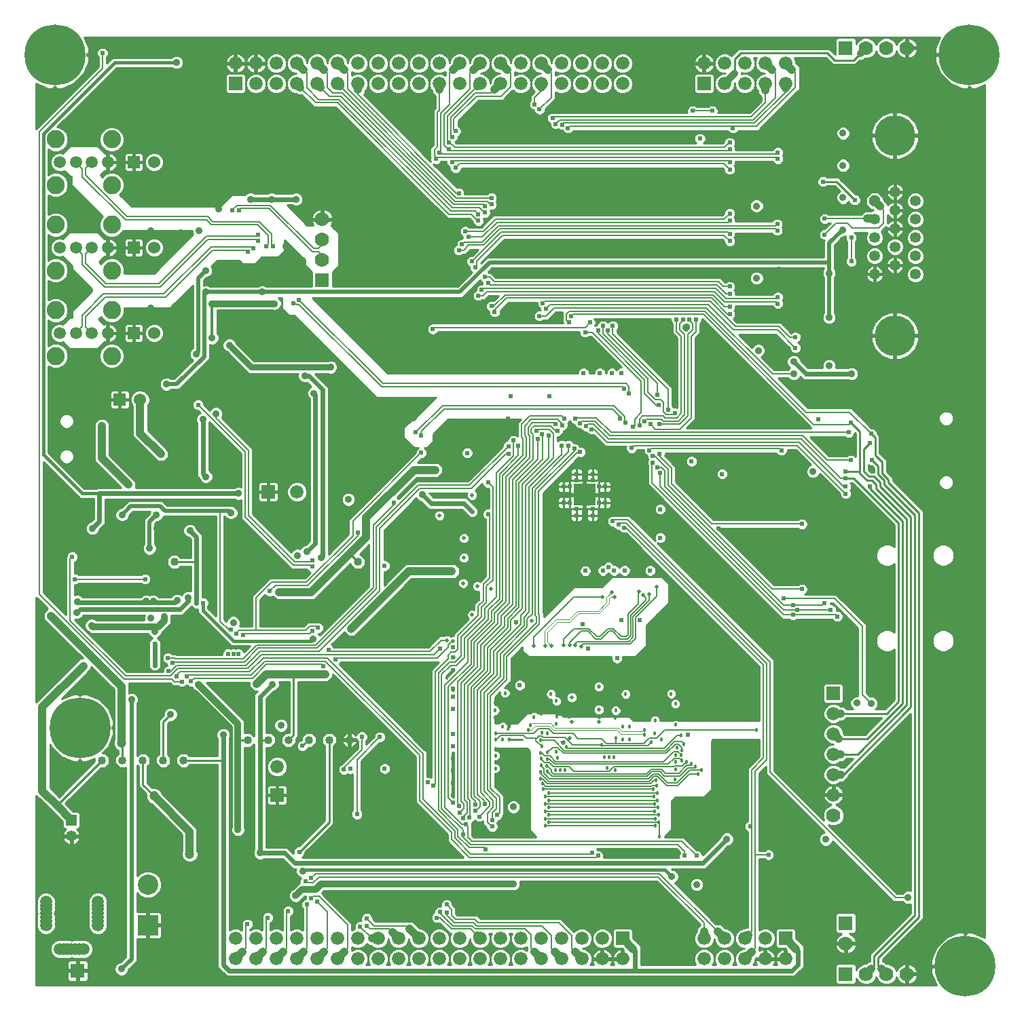
<source format=gbr>
G75*
G70*
%OFA0B0*%
%FSLAX24Y24*%
%IPPOS*%
%LPD*%
%AMOC8*
5,1,8,0,0,1.08239X$1,22.5*
%
%ADD10C,0.0591*%
%ADD11R,0.0700X0.0700*%
%ADD12R,0.0660X0.0660*%
%ADD13C,0.0660*%
%ADD14R,0.0531X0.0531*%
%ADD15C,0.0531*%
%ADD16C,0.1000*%
%ADD17R,0.1000X0.1000*%
%ADD18R,0.0238X0.0238*%
%ADD19R,0.1063X0.1063*%
%ADD20R,0.0600X0.0600*%
%ADD21C,0.0600*%
%ADD22C,0.0886*%
%ADD23C,0.0700*%
%ADD24R,0.0709X0.0709*%
%ADD25OC8,0.0531*%
%ADD26C,0.2000*%
%ADD27C,0.2992*%
%ADD28C,0.0472*%
%ADD29C,0.0400*%
%ADD30C,0.0100*%
%ADD31C,0.0237*%
%ADD32C,0.0180*%
%ADD33C,0.0198*%
%ADD34C,0.0354*%
%ADD35C,0.0240*%
%ADD36C,0.0200*%
%ADD37C,0.0400*%
%ADD38C,0.0320*%
%ADD39C,0.0060*%
%ADD40C,0.0050*%
%ADD41C,0.0045*%
%ADD42C,0.0080*%
%ADD43C,0.0300*%
%ADD44C,0.0160*%
%ADD45C,0.0140*%
D10*
X013511Y007826D03*
X013511Y008023D03*
X013511Y008220D03*
X013511Y008417D03*
X013511Y008614D03*
X013511Y008810D03*
X013511Y009007D03*
X016070Y009007D03*
X016070Y008810D03*
X016070Y008614D03*
X016070Y008417D03*
X016070Y008220D03*
X016070Y008023D03*
X016070Y007826D03*
X015361Y006665D03*
X015165Y006665D03*
X014968Y006665D03*
X014771Y006665D03*
X014574Y006665D03*
X014377Y006665D03*
X014180Y006665D03*
X014190Y036928D03*
X014977Y036928D03*
X015765Y036928D03*
X016552Y036928D03*
X016552Y041128D03*
X015765Y041128D03*
X014977Y041128D03*
X014190Y041128D03*
X014190Y045328D03*
X014977Y045328D03*
X015765Y045328D03*
X016552Y045328D03*
D11*
X027070Y039517D03*
X052770Y050937D03*
X052770Y007937D03*
X052770Y005437D03*
X015070Y005597D03*
D12*
X024860Y014227D03*
X041820Y007187D03*
X049820Y007187D03*
X052170Y019237D03*
X024440Y029127D03*
X022820Y049187D03*
X045820Y049187D03*
D13*
X045820Y050187D03*
X046820Y050187D03*
X047820Y050187D03*
X047820Y049187D03*
X046820Y049187D03*
X048820Y049187D03*
X048820Y050187D03*
X049820Y050187D03*
X049820Y049187D03*
X041820Y049187D03*
X041820Y050187D03*
X040820Y050187D03*
X040820Y049187D03*
X039820Y049187D03*
X039820Y050187D03*
X038820Y050187D03*
X038820Y049187D03*
X037820Y049187D03*
X037820Y050187D03*
X036820Y050187D03*
X035820Y050187D03*
X035820Y049187D03*
X036820Y049187D03*
X034820Y049187D03*
X034820Y050187D03*
X033820Y050187D03*
X033820Y049187D03*
X032820Y049187D03*
X032820Y050187D03*
X031820Y050187D03*
X031820Y049187D03*
X030820Y049187D03*
X030820Y050187D03*
X029820Y050187D03*
X029820Y049187D03*
X028820Y049187D03*
X028820Y050187D03*
X027820Y050187D03*
X027820Y049187D03*
X026820Y049187D03*
X026820Y050187D03*
X025820Y050187D03*
X025820Y049187D03*
X024820Y049187D03*
X024820Y050187D03*
X023820Y050187D03*
X023820Y049187D03*
X022820Y050187D03*
X025840Y029127D03*
X024860Y015627D03*
X024820Y007187D03*
X023820Y007187D03*
X023820Y006187D03*
X024820Y006187D03*
X025820Y006187D03*
X025820Y007187D03*
X026820Y007187D03*
X026820Y006187D03*
X027820Y006187D03*
X027820Y007187D03*
X028820Y007187D03*
X028820Y006187D03*
X029820Y006187D03*
X029820Y007187D03*
X030820Y007187D03*
X030820Y006187D03*
X031820Y006187D03*
X031820Y007187D03*
X032820Y007187D03*
X032820Y006187D03*
X033820Y006187D03*
X033820Y007187D03*
X034820Y007187D03*
X034820Y006187D03*
X035820Y006187D03*
X035820Y007187D03*
X036820Y007187D03*
X037820Y007187D03*
X037820Y006187D03*
X036820Y006187D03*
X038820Y006187D03*
X038820Y007187D03*
X039820Y007187D03*
X039820Y006187D03*
X040820Y006187D03*
X040820Y007187D03*
X041820Y006187D03*
X045820Y006187D03*
X045820Y007187D03*
X046820Y007187D03*
X047820Y007187D03*
X047820Y006187D03*
X046820Y006187D03*
X048820Y006187D03*
X048820Y007187D03*
X049820Y006187D03*
X052170Y014237D03*
X052170Y015237D03*
X052170Y016237D03*
X052170Y017237D03*
X052170Y018237D03*
X022820Y007187D03*
X022820Y006187D03*
D14*
X014770Y013000D03*
D15*
X014770Y012213D03*
X054190Y039821D03*
X054190Y040721D03*
X055190Y041171D03*
X055190Y040271D03*
X056190Y040721D03*
X056190Y039821D03*
X056190Y041621D03*
X056190Y042521D03*
X056190Y043421D03*
X055190Y043871D03*
X055190Y042971D03*
X055190Y042071D03*
X054190Y042521D03*
X054190Y041621D03*
D16*
X018520Y009837D03*
D17*
X018520Y007837D03*
D18*
X020634Y021397D03*
X020634Y021633D03*
X020496Y021771D03*
X020260Y021771D03*
X020260Y022283D03*
X020496Y022283D03*
X020634Y022420D03*
X020634Y022657D03*
X021146Y022657D03*
X021146Y022420D03*
X021284Y022283D03*
X021520Y022283D03*
X021520Y021771D03*
X021284Y021771D03*
X021146Y021633D03*
X021146Y021397D03*
X038927Y028593D03*
X039241Y028593D03*
X039556Y028278D03*
X039556Y027963D03*
X040344Y027963D03*
X040344Y028278D03*
X040659Y028593D03*
X040974Y028593D03*
X040974Y029380D03*
X040659Y029380D03*
X040344Y029695D03*
X040344Y030010D03*
X039556Y030010D03*
X039556Y029695D03*
X039241Y029380D03*
X038927Y029380D03*
D19*
X039950Y028987D03*
D20*
X017820Y036937D03*
X017140Y033657D03*
X017820Y041137D03*
X017820Y045337D03*
D21*
X018820Y045337D03*
X018820Y041137D03*
X018820Y036937D03*
X018140Y033657D03*
D22*
X016749Y035806D03*
X016749Y038050D03*
X016749Y040006D03*
X016749Y042250D03*
X016749Y044206D03*
X016749Y046450D03*
X013993Y046450D03*
X013993Y044206D03*
X013993Y042250D03*
X013993Y040006D03*
X013993Y038050D03*
X013993Y035806D03*
D23*
X027070Y040517D03*
X027070Y041517D03*
X027070Y042517D03*
X053770Y050937D03*
X054770Y050937D03*
X055770Y050937D03*
X052170Y013237D03*
X052770Y006937D03*
X053770Y005437D03*
X054770Y005437D03*
X055770Y005437D03*
D24*
X020890Y022027D03*
D25*
X054190Y043421D03*
D26*
X055190Y046637D03*
X055190Y036797D03*
D27*
X058837Y050606D03*
X015176Y017543D03*
X013952Y050606D03*
X058637Y005818D03*
D28*
X057810Y006645D03*
X058637Y006999D03*
X059463Y006645D03*
X059818Y005818D03*
X059463Y004991D03*
X058637Y004637D03*
X057810Y004991D03*
X057456Y005818D03*
X020570Y011327D03*
X018820Y014187D03*
X017220Y015187D03*
X016003Y016716D03*
X015176Y016361D03*
X014349Y016716D03*
X013995Y017543D03*
X014349Y018369D03*
X015176Y018724D03*
X016003Y018369D03*
X016357Y017543D03*
X017222Y016787D03*
X013952Y049424D03*
X014778Y049779D03*
X015133Y050606D03*
X014778Y051432D03*
X013952Y051787D03*
X013125Y051432D03*
X012771Y050606D03*
X013125Y049779D03*
X057656Y050606D03*
X058011Y049779D03*
X058837Y049424D03*
X059664Y049779D03*
X060019Y050606D03*
X059664Y051432D03*
X058837Y051787D03*
X058011Y051432D03*
D29*
X028820Y025687D03*
X019820Y025687D03*
X023420Y016937D03*
X024420Y016937D03*
X025420Y016937D03*
X026420Y016937D03*
X027420Y016937D03*
X028420Y016937D03*
X020270Y015937D03*
X019270Y015937D03*
X018270Y015937D03*
X017270Y015937D03*
X016270Y015937D03*
D30*
X013040Y014207D02*
X013040Y004907D01*
X057211Y004907D01*
X056971Y005487D01*
X056971Y005768D01*
X057049Y005768D01*
X057049Y005868D01*
X056971Y005868D01*
X056971Y006149D01*
X057224Y006762D01*
X057693Y007231D01*
X058305Y007484D01*
X058587Y007484D01*
X058587Y007405D01*
X058687Y007405D01*
X058687Y007484D01*
X058968Y007484D01*
X059580Y007231D01*
X059600Y007211D01*
X059600Y049118D01*
X059169Y048939D01*
X058887Y048939D01*
X058887Y049018D01*
X058787Y049018D01*
X058787Y048939D01*
X058506Y048939D01*
X057894Y049193D01*
X057425Y049662D01*
X057171Y050274D01*
X057171Y050556D01*
X057250Y050556D01*
X057250Y050655D01*
X057171Y050655D01*
X057171Y050937D01*
X057391Y051467D01*
X015398Y051467D01*
X015618Y050937D01*
X015618Y050655D01*
X015539Y050655D01*
X015539Y050556D01*
X015618Y050556D01*
X015618Y050274D01*
X015364Y049662D01*
X014895Y049193D01*
X014283Y048939D01*
X014002Y048939D01*
X014002Y049018D01*
X013902Y049018D01*
X013902Y048939D01*
X013620Y048939D01*
X013040Y049180D01*
X013040Y046974D01*
X013093Y047027D01*
X016080Y050014D01*
X016080Y050488D01*
X016045Y050523D01*
X016001Y050629D01*
X016001Y050744D01*
X016045Y050850D01*
X016127Y050931D01*
X016233Y050975D01*
X016348Y050975D01*
X016454Y050931D01*
X016535Y050850D01*
X016579Y050744D01*
X016579Y050629D01*
X016535Y050523D01*
X016500Y050488D01*
X016500Y050200D01*
X016777Y050477D01*
X016984Y050477D01*
X019679Y050477D01*
X019724Y050521D01*
X019851Y050574D01*
X019989Y050574D01*
X020117Y050521D01*
X020214Y050423D01*
X020267Y050296D01*
X020267Y050158D01*
X020214Y050030D01*
X020117Y049932D01*
X019989Y049879D01*
X019851Y049879D01*
X019724Y049932D01*
X019679Y049977D01*
X016984Y049977D01*
X014070Y047063D01*
X014115Y047063D01*
X014340Y046970D01*
X014513Y046798D01*
X014606Y046572D01*
X014606Y046328D01*
X014513Y046103D01*
X014340Y045931D01*
X014115Y045837D01*
X013871Y045837D01*
X013646Y045931D01*
X013630Y045946D01*
X013630Y044710D01*
X013646Y044726D01*
X013871Y044819D01*
X014115Y044819D01*
X014340Y044726D01*
X014513Y044553D01*
X014606Y044328D01*
X014606Y044084D01*
X014513Y043859D01*
X014340Y043687D01*
X014115Y043593D01*
X013871Y043593D01*
X013646Y043687D01*
X013630Y043702D01*
X013630Y042754D01*
X013646Y042770D01*
X013871Y042863D01*
X014115Y042863D01*
X014340Y042770D01*
X014513Y042598D01*
X014606Y042372D01*
X014606Y042128D01*
X014513Y041903D01*
X014340Y041731D01*
X014115Y041637D01*
X013871Y041637D01*
X013646Y041731D01*
X013630Y041746D01*
X013630Y040510D01*
X013646Y040526D01*
X013871Y040619D01*
X014115Y040619D01*
X014340Y040526D01*
X014513Y040353D01*
X014606Y040128D01*
X014606Y039884D01*
X014513Y039659D01*
X014340Y039487D01*
X014115Y039393D01*
X013871Y039393D01*
X013646Y039487D01*
X013630Y039502D01*
X013630Y038554D01*
X013646Y038570D01*
X013871Y038663D01*
X014115Y038663D01*
X014340Y038570D01*
X014513Y038398D01*
X014606Y038172D01*
X014606Y037928D01*
X014513Y037703D01*
X014340Y037531D01*
X014115Y037437D01*
X013871Y037437D01*
X013646Y037531D01*
X013630Y037546D01*
X013630Y036310D01*
X013646Y036326D01*
X013871Y036419D01*
X014115Y036419D01*
X014340Y036326D01*
X014513Y036153D01*
X014606Y035928D01*
X014606Y035684D01*
X014513Y035459D01*
X014340Y035287D01*
X014115Y035193D01*
X013871Y035193D01*
X013646Y035287D01*
X013630Y035302D01*
X013630Y031050D01*
X015384Y029297D01*
X015980Y029297D01*
X016020Y029337D01*
X017187Y029337D01*
X016107Y030417D01*
X016107Y030417D01*
X015890Y030633D01*
X015890Y032520D01*
X016107Y032737D01*
X016413Y032737D01*
X016630Y032520D01*
X016630Y030940D01*
X017930Y029640D01*
X017930Y029337D01*
X022759Y029337D01*
X022764Y029341D01*
X022891Y029394D01*
X023029Y029394D01*
X023090Y029368D01*
X023090Y031000D01*
X021539Y032550D01*
X021514Y032490D01*
X021510Y032486D01*
X021510Y030194D01*
X021567Y030171D01*
X021664Y030073D01*
X021717Y029946D01*
X021717Y029808D01*
X021664Y029680D01*
X021567Y029582D01*
X021439Y029529D01*
X021301Y029529D01*
X021174Y029582D01*
X021076Y029680D01*
X021023Y029808D01*
X021023Y029814D01*
X020930Y029906D01*
X020930Y032486D01*
X020926Y032490D01*
X020873Y032618D01*
X020873Y032756D01*
X020926Y032883D01*
X021024Y032981D01*
X021084Y033006D01*
X020972Y033118D01*
X020923Y033118D01*
X020817Y033162D01*
X020735Y033243D01*
X020691Y033349D01*
X020691Y033464D01*
X020735Y033570D01*
X020817Y033651D01*
X020923Y033695D01*
X021038Y033695D01*
X021144Y033651D01*
X021225Y033570D01*
X021269Y033464D01*
X021269Y033415D01*
X021553Y033131D01*
X021566Y033163D01*
X021664Y033261D01*
X021791Y033314D01*
X021929Y033314D01*
X022057Y033261D01*
X022154Y033163D01*
X022207Y033036D01*
X022207Y032898D01*
X022154Y032770D01*
X022149Y032765D01*
X023670Y031244D01*
X023670Y031070D01*
X023670Y028054D01*
X025553Y026171D01*
X025566Y026203D01*
X025664Y026301D01*
X025791Y026354D01*
X025929Y026354D01*
X026001Y026324D01*
X026026Y026383D01*
X026124Y026481D01*
X026251Y026534D01*
X026257Y026534D01*
X026450Y026727D01*
X026450Y033706D01*
X026376Y033780D01*
X026323Y033908D01*
X026323Y034046D01*
X026376Y034173D01*
X026474Y034271D01*
X026539Y034298D01*
X026337Y034499D01*
X026289Y034479D01*
X026151Y034479D01*
X026024Y034532D01*
X025926Y034630D01*
X025873Y034758D01*
X025873Y034896D01*
X025890Y034937D01*
X023733Y034937D01*
X023468Y034937D01*
X022389Y036015D01*
X022324Y036042D01*
X022226Y036140D01*
X022173Y036268D01*
X022173Y036406D01*
X022226Y036533D01*
X022324Y036631D01*
X022451Y036684D01*
X022589Y036684D01*
X022717Y036631D01*
X022814Y036533D01*
X022842Y036468D01*
X023733Y035577D01*
X027346Y035577D01*
X027411Y035604D01*
X027549Y035604D01*
X027677Y035551D01*
X027774Y035453D01*
X027827Y035326D01*
X027827Y035188D01*
X027774Y035060D01*
X027677Y034962D01*
X027549Y034909D01*
X027411Y034909D01*
X027346Y034937D01*
X026720Y034937D01*
X027390Y034267D01*
X027390Y034026D01*
X027390Y026074D01*
X028370Y027054D01*
X028370Y027600D01*
X028370Y027774D01*
X031651Y031055D01*
X031651Y031104D01*
X031695Y031210D01*
X031777Y031291D01*
X031789Y031297D01*
X031761Y031297D01*
X031579Y031297D01*
X031070Y031805D01*
X031070Y031988D01*
X031070Y032105D01*
X031070Y032288D01*
X031320Y032538D01*
X031320Y032538D01*
X031449Y032667D01*
X031559Y032667D01*
X032640Y033748D01*
X032669Y033777D01*
X029911Y033777D01*
X029729Y033777D01*
X025699Y037807D01*
X025591Y037807D01*
X025409Y037807D01*
X025209Y038007D01*
X025080Y038135D01*
X025080Y038677D01*
X024913Y038677D01*
X024927Y038671D01*
X025024Y038573D01*
X025042Y038532D01*
X025060Y038513D01*
X025060Y038487D01*
X025077Y038446D01*
X025077Y038308D01*
X025060Y038266D01*
X025060Y038240D01*
X025042Y038221D01*
X025024Y038180D01*
X024927Y038082D01*
X024885Y038065D01*
X024867Y038047D01*
X024841Y038047D01*
X024799Y038029D01*
X024661Y038029D01*
X024620Y038047D01*
X021910Y038047D01*
X021910Y036938D01*
X021964Y036883D01*
X022017Y036756D01*
X022017Y036618D01*
X021964Y036490D01*
X021867Y036392D01*
X021739Y036339D01*
X021601Y036339D01*
X021550Y036361D01*
X021550Y035665D01*
X021392Y035507D01*
X020190Y034305D01*
X020032Y034147D01*
X019651Y034147D01*
X019627Y034122D01*
X019499Y034069D01*
X019361Y034069D01*
X019234Y034122D01*
X019136Y034220D01*
X019083Y034348D01*
X013630Y034348D01*
X013630Y034250D02*
X019124Y034250D01*
X019083Y034348D02*
X019083Y034486D01*
X019136Y034613D01*
X019234Y034711D01*
X019361Y034764D01*
X019499Y034764D01*
X019627Y034711D01*
X019651Y034687D01*
X019808Y034687D01*
X020725Y035603D01*
X020704Y035612D01*
X020606Y035710D01*
X020553Y035838D01*
X020553Y035976D01*
X020606Y036103D01*
X020704Y036201D01*
X020710Y036204D01*
X020710Y039276D01*
X019740Y038305D01*
X019611Y038177D01*
X017360Y038177D01*
X017362Y038172D01*
X017362Y037928D01*
X017268Y037703D01*
X017096Y037531D01*
X016871Y037437D01*
X016627Y037437D01*
X016402Y037531D01*
X016229Y037703D01*
X016214Y037740D01*
X016096Y037622D01*
X016364Y037354D01*
X016459Y037394D01*
X016504Y037394D01*
X016504Y036977D01*
X016600Y036977D01*
X016600Y037394D01*
X016645Y037394D01*
X016816Y037323D01*
X016946Y037192D01*
X017017Y037021D01*
X017017Y036977D01*
X016601Y036977D01*
X016601Y036880D01*
X017017Y036880D01*
X017017Y036836D01*
X016946Y036665D01*
X016816Y036534D01*
X016645Y036463D01*
X016600Y036463D01*
X016600Y036880D01*
X016504Y036880D01*
X016504Y036463D01*
X016459Y036463D01*
X016380Y036496D01*
X016291Y036407D01*
X016031Y036147D01*
X015849Y036147D01*
X014689Y036147D01*
X014560Y036275D01*
X014346Y036489D01*
X014282Y036463D01*
X014097Y036463D01*
X013926Y036534D01*
X013795Y036665D01*
X013725Y036836D01*
X013725Y037021D01*
X013795Y037192D01*
X013926Y037323D01*
X014097Y037394D01*
X014282Y037394D01*
X014342Y037369D01*
X014449Y037477D01*
X014550Y037578D01*
X014550Y037578D01*
X014679Y037707D01*
X014790Y037707D01*
X014790Y038028D01*
X014919Y038157D01*
X015750Y038988D01*
X015750Y039095D01*
X014790Y040055D01*
X014790Y040225D01*
X014332Y040684D01*
X014282Y040663D01*
X014097Y040663D01*
X013926Y040734D01*
X013795Y040865D01*
X013725Y041036D01*
X013725Y041221D01*
X013795Y041392D01*
X013926Y041523D01*
X014097Y041594D01*
X014282Y041594D01*
X014342Y041569D01*
X014550Y041778D01*
X014550Y041778D01*
X014679Y041907D01*
X015879Y041907D01*
X016061Y041907D01*
X016291Y041677D01*
X016399Y041569D01*
X016459Y041594D01*
X016504Y041594D01*
X016504Y041177D01*
X016600Y041177D01*
X016600Y041594D01*
X016645Y041594D01*
X016816Y041523D01*
X016946Y041392D01*
X017017Y041221D01*
X017017Y041177D01*
X016601Y041177D01*
X016601Y041080D01*
X017017Y041080D01*
X017017Y041036D01*
X016946Y040865D01*
X016816Y040734D01*
X016645Y040663D01*
X016600Y040663D01*
X016600Y041080D01*
X016504Y041080D01*
X016504Y040663D01*
X016459Y040663D01*
X016387Y040693D01*
X016190Y040496D01*
X016190Y040495D01*
X016126Y040432D01*
X016222Y040336D01*
X016229Y040353D01*
X016402Y040526D01*
X016627Y040619D01*
X016871Y040619D01*
X017096Y040526D01*
X017268Y040353D01*
X017362Y040128D01*
X017362Y039884D01*
X017350Y039857D01*
X018819Y039857D01*
X020742Y041779D01*
X020693Y041898D01*
X020693Y041977D01*
X017299Y041977D01*
X017268Y041903D01*
X017096Y041731D01*
X016871Y041637D01*
X016627Y041637D01*
X016402Y041731D01*
X016229Y041903D01*
X016136Y042128D01*
X016136Y042372D01*
X016229Y042598D01*
X016289Y042657D01*
X014879Y044067D01*
X014750Y044195D01*
X014750Y044617D01*
X014679Y044617D01*
X014449Y044847D01*
X014389Y044907D01*
X014282Y044863D01*
X014097Y044863D01*
X013926Y044934D01*
X013795Y045065D01*
X013725Y045236D01*
X013725Y045421D01*
X013795Y045592D01*
X013926Y045723D01*
X014097Y045794D01*
X014282Y045794D01*
X014327Y045775D01*
X014550Y045998D01*
X014679Y046127D01*
X015879Y046127D01*
X016061Y046127D01*
X016291Y045897D01*
X016413Y045774D01*
X016459Y045794D01*
X016504Y045794D01*
X016504Y045377D01*
X016600Y045377D01*
X016600Y045794D01*
X016645Y045794D01*
X016816Y045723D01*
X016946Y045592D01*
X017017Y045421D01*
X017017Y045377D01*
X016601Y045377D01*
X016601Y045280D01*
X017017Y045280D01*
X017017Y045236D01*
X016946Y045065D01*
X016816Y044934D01*
X016645Y044863D01*
X016600Y044863D01*
X016600Y045280D01*
X016504Y045280D01*
X016504Y044863D01*
X016459Y044863D01*
X016388Y044893D01*
X016240Y044745D01*
X016186Y044692D01*
X016277Y044601D01*
X016402Y044726D01*
X016627Y044819D01*
X016871Y044819D01*
X017096Y044726D01*
X017268Y044553D01*
X017362Y044328D01*
X017362Y044084D01*
X017268Y043859D01*
X017139Y043729D01*
X017711Y043157D01*
X021841Y043157D01*
X021970Y043028D01*
X021991Y043007D01*
X022009Y043007D01*
X022020Y043018D01*
X022020Y043128D01*
X022085Y043193D01*
X022086Y043193D01*
X022149Y043257D01*
X022150Y043257D01*
X022556Y043653D01*
X022619Y043717D01*
X023269Y043717D01*
X023354Y043801D01*
X023481Y043854D01*
X023619Y043854D01*
X023747Y043801D01*
X023751Y043797D01*
X024389Y043797D01*
X024394Y043801D01*
X024521Y043854D01*
X024659Y043854D01*
X024787Y043801D01*
X024791Y043797D01*
X025589Y043797D01*
X025594Y043801D01*
X025721Y043854D01*
X025859Y043854D01*
X025987Y043801D01*
X026084Y043703D01*
X026137Y043576D01*
X026137Y043438D01*
X026084Y043310D01*
X025987Y043212D01*
X025859Y043159D01*
X025721Y043159D01*
X025594Y043212D01*
X025589Y043217D01*
X025351Y043217D01*
X026331Y042237D01*
X026623Y042237D01*
X026550Y042413D01*
X026550Y042468D01*
X027021Y042468D01*
X027021Y042565D01*
X026550Y042565D01*
X026550Y042620D01*
X026629Y042811D01*
X026776Y042957D01*
X026967Y043037D01*
X027022Y043037D01*
X027022Y042565D01*
X027119Y042565D01*
X027590Y042565D01*
X027590Y042620D01*
X027511Y042811D01*
X027365Y042957D01*
X027174Y043037D01*
X027119Y043037D01*
X027119Y042565D01*
X027119Y042468D01*
X027590Y042468D01*
X027590Y042413D01*
X027515Y042233D01*
X027640Y042108D01*
X027890Y041858D01*
X027890Y041675D01*
X027890Y040225D01*
X027761Y040097D01*
X027590Y039925D01*
X027590Y039217D01*
X033728Y039217D01*
X034429Y039917D01*
X034417Y039922D01*
X034335Y040003D01*
X034291Y040109D01*
X034291Y040187D01*
X034257Y040202D01*
X034175Y040283D01*
X034131Y040389D01*
X034131Y040504D01*
X034175Y040610D01*
X034257Y040691D01*
X034363Y040735D01*
X034412Y040735D01*
X034713Y041037D01*
X034347Y041037D01*
X034107Y040797D01*
X033979Y040797D01*
X033944Y040762D01*
X033838Y040718D01*
X033723Y040718D01*
X033617Y040762D01*
X033535Y040843D01*
X033491Y040949D01*
X033491Y041064D01*
X033535Y041170D01*
X033617Y041251D01*
X033651Y041266D01*
X033651Y041344D01*
X033695Y041450D01*
X033777Y041531D01*
X033883Y041575D01*
X033932Y041575D01*
X033971Y041615D01*
X033971Y041667D01*
X033937Y041682D01*
X033855Y041763D01*
X033811Y041869D01*
X033811Y041984D01*
X033855Y042090D01*
X033937Y042171D01*
X034043Y042215D01*
X034158Y042215D01*
X034264Y042171D01*
X034299Y042137D01*
X034893Y042137D01*
X035370Y042614D01*
X035370Y042614D01*
X035493Y042737D01*
X046713Y042737D01*
X046791Y042815D01*
X046791Y042864D01*
X046835Y042970D01*
X046917Y043051D01*
X047023Y043095D01*
X047138Y043095D01*
X047244Y043051D01*
X047325Y042970D01*
X047369Y042864D01*
X047369Y042749D01*
X047325Y042643D01*
X047308Y042627D01*
X047325Y042610D01*
X047369Y042504D01*
X047369Y042417D01*
X049151Y042417D01*
X049165Y042450D01*
X049247Y042531D01*
X049353Y042575D01*
X049468Y042575D01*
X049574Y042531D01*
X049655Y042450D01*
X049699Y042344D01*
X049699Y042229D01*
X049656Y042127D01*
X049699Y042024D01*
X049699Y041909D01*
X049655Y041803D01*
X049574Y041722D01*
X049468Y041678D01*
X049353Y041678D01*
X049247Y041722D01*
X049165Y041803D01*
X049151Y041837D01*
X047369Y041837D01*
X047369Y041749D01*
X047325Y041643D01*
X047308Y041627D01*
X047325Y041610D01*
X047369Y041504D01*
X047369Y041389D01*
X047325Y041283D01*
X047244Y041202D01*
X047138Y041158D01*
X047023Y041158D01*
X046917Y041202D01*
X046835Y041283D01*
X046791Y041389D01*
X046791Y041438D01*
X046713Y041517D01*
X036017Y041517D01*
X034870Y040370D01*
X034870Y040358D01*
X035168Y040657D01*
X035392Y040657D01*
X051690Y040657D01*
X051690Y041235D01*
X051690Y041458D01*
X051710Y041478D01*
X051683Y041478D01*
X051577Y041522D01*
X051495Y041603D01*
X051451Y041709D01*
X051451Y041824D01*
X051495Y041930D01*
X051577Y042011D01*
X051683Y042055D01*
X051732Y042055D01*
X052013Y042337D01*
X051939Y042337D01*
X051904Y042302D01*
X051798Y042258D01*
X051683Y042258D01*
X051577Y042302D01*
X051495Y042383D01*
X051451Y042489D01*
X051451Y042604D01*
X051495Y042710D01*
X051577Y042791D01*
X051683Y042835D01*
X051798Y042835D01*
X051904Y042791D01*
X051939Y042757D01*
X053521Y042757D01*
X053681Y042917D01*
X054007Y042917D01*
X054103Y042957D01*
X054131Y042957D01*
X054103Y042985D01*
X054010Y042985D01*
X053754Y043240D01*
X053754Y043601D01*
X054010Y043857D01*
X054371Y043857D01*
X054626Y043601D01*
X054626Y043508D01*
X054830Y043304D01*
X054830Y043227D01*
X054943Y043340D01*
X055103Y043407D01*
X055151Y043407D01*
X055151Y043010D01*
X055229Y043010D01*
X055229Y043407D01*
X055277Y043407D01*
X055437Y043340D01*
X055560Y043218D01*
X055626Y043058D01*
X055626Y043010D01*
X055229Y043010D01*
X055229Y042932D01*
X055626Y042932D01*
X055626Y042884D01*
X055560Y042724D01*
X055803Y042724D01*
X055821Y042768D02*
X055754Y042608D01*
X055754Y042434D01*
X055821Y042274D01*
X055943Y042152D01*
X056103Y042085D01*
X056277Y042085D01*
X056437Y042152D01*
X056560Y042274D01*
X056626Y042434D01*
X056626Y042608D01*
X056560Y042768D01*
X056437Y042890D01*
X056277Y042957D01*
X056103Y042957D01*
X055943Y042890D01*
X055821Y042768D01*
X055876Y042823D02*
X055600Y042823D01*
X055626Y042921D02*
X056018Y042921D01*
X056020Y043020D02*
X055626Y043020D01*
X055601Y043119D02*
X055876Y043119D01*
X055821Y043174D02*
X055943Y043052D01*
X056103Y042985D01*
X056277Y042985D01*
X056437Y043052D01*
X056560Y043174D01*
X056626Y043334D01*
X056626Y043508D01*
X056560Y043668D01*
X056437Y043790D01*
X056277Y043857D01*
X056103Y043857D01*
X055943Y043790D01*
X055821Y043668D01*
X055754Y043508D01*
X055754Y043334D01*
X055821Y043174D01*
X055803Y043217D02*
X055560Y043217D01*
X055462Y043316D02*
X055762Y043316D01*
X055754Y043414D02*
X054720Y043414D01*
X054626Y043513D02*
X054932Y043513D01*
X054943Y043502D02*
X055103Y043435D01*
X055151Y043435D01*
X055151Y043832D01*
X054754Y043832D01*
X054754Y043784D01*
X054821Y043624D01*
X054943Y043502D01*
X054834Y043611D02*
X054616Y043611D01*
X054518Y043710D02*
X054785Y043710D01*
X054754Y043808D02*
X054419Y043808D01*
X054754Y043910D02*
X055151Y043910D01*
X055151Y043832D01*
X055229Y043832D01*
X055229Y043910D01*
X055151Y043910D01*
X055151Y044307D01*
X055103Y044307D01*
X054943Y044240D01*
X054821Y044118D01*
X054754Y043958D01*
X054754Y043910D01*
X054774Y044005D02*
X052992Y044005D01*
X052894Y044104D02*
X054815Y044104D01*
X054905Y044202D02*
X052795Y044202D01*
X052697Y044301D02*
X055090Y044301D01*
X055151Y044301D02*
X055229Y044301D01*
X055229Y044307D02*
X055229Y043910D01*
X055626Y043910D01*
X055626Y043958D01*
X055560Y044118D01*
X055437Y044240D01*
X055277Y044307D01*
X055229Y044307D01*
X055290Y044301D02*
X059600Y044301D01*
X059600Y044202D02*
X055475Y044202D01*
X055565Y044104D02*
X059600Y044104D01*
X059600Y044005D02*
X055606Y044005D01*
X055626Y043832D02*
X055229Y043832D01*
X055229Y043435D01*
X055277Y043435D01*
X055437Y043502D01*
X055560Y043624D01*
X055626Y043784D01*
X055626Y043832D01*
X055626Y043808D02*
X055987Y043808D01*
X055863Y043710D02*
X055595Y043710D01*
X055547Y043611D02*
X055797Y043611D01*
X055757Y043513D02*
X055448Y043513D01*
X055229Y043513D02*
X055151Y043513D01*
X055151Y043611D02*
X055229Y043611D01*
X055229Y043710D02*
X055151Y043710D01*
X055151Y043808D02*
X055229Y043808D01*
X055229Y043907D02*
X059600Y043907D01*
X059600Y043808D02*
X056394Y043808D01*
X056518Y043710D02*
X059600Y043710D01*
X059600Y043611D02*
X056583Y043611D01*
X056624Y043513D02*
X059600Y043513D01*
X059600Y043414D02*
X056626Y043414D01*
X056618Y043316D02*
X059600Y043316D01*
X059600Y043217D02*
X056577Y043217D01*
X056504Y043119D02*
X059600Y043119D01*
X059600Y043020D02*
X056361Y043020D01*
X056362Y042921D02*
X059600Y042921D01*
X059600Y042823D02*
X056504Y042823D01*
X056578Y042724D02*
X059600Y042724D01*
X059600Y042626D02*
X056618Y042626D01*
X056626Y042527D02*
X059600Y042527D01*
X059600Y042429D02*
X056624Y042429D01*
X056583Y042330D02*
X059600Y042330D01*
X059600Y042232D02*
X056517Y042232D01*
X056392Y042133D02*
X059600Y042133D01*
X059600Y042035D02*
X056330Y042035D01*
X056277Y042057D02*
X056103Y042057D01*
X055943Y041990D01*
X055821Y041868D01*
X055754Y041708D01*
X055754Y041534D01*
X055821Y041374D01*
X055943Y041252D01*
X056103Y041185D01*
X056277Y041185D01*
X056437Y041252D01*
X056560Y041374D01*
X056626Y041534D01*
X056626Y041708D01*
X056560Y041868D01*
X056437Y041990D01*
X056277Y042057D01*
X056050Y042035D02*
X055229Y042035D01*
X055229Y042032D02*
X055229Y042110D01*
X055151Y042110D01*
X055151Y042507D01*
X055103Y042507D01*
X054943Y042440D01*
X054830Y042327D01*
X054830Y042414D01*
X054830Y042715D01*
X054943Y042602D01*
X055103Y042535D01*
X055151Y042535D01*
X055151Y042932D01*
X055229Y042932D01*
X055229Y042535D01*
X055277Y042535D01*
X055437Y042602D01*
X055560Y042724D01*
X055461Y042626D02*
X055762Y042626D01*
X055754Y042527D02*
X054830Y042527D01*
X054830Y042429D02*
X054932Y042429D01*
X054833Y042330D02*
X054830Y042330D01*
X054759Y042168D02*
X054754Y042158D01*
X054754Y042110D01*
X055151Y042110D01*
X055151Y042032D01*
X054754Y042032D01*
X054754Y041984D01*
X054821Y041824D01*
X054943Y041702D01*
X055103Y041635D01*
X055151Y041635D01*
X055151Y042032D01*
X055229Y042032D01*
X055626Y042032D01*
X055626Y041984D01*
X055560Y041824D01*
X055437Y041702D01*
X055277Y041635D01*
X055229Y041635D01*
X055229Y042032D01*
X055229Y042110D02*
X055626Y042110D01*
X055626Y042158D01*
X055560Y042318D01*
X055437Y042440D01*
X055277Y042507D01*
X055229Y042507D01*
X055229Y042110D01*
X055229Y042133D02*
X055151Y042133D01*
X055151Y042035D02*
X054625Y042035D01*
X054590Y042000D02*
X054759Y042168D01*
X054754Y042133D02*
X054724Y042133D01*
X054590Y042000D02*
X054509Y041918D01*
X054560Y041868D01*
X054626Y041708D01*
X054626Y041534D01*
X054560Y041374D01*
X054437Y041252D01*
X054277Y041185D01*
X054103Y041185D01*
X053943Y041252D01*
X053821Y041374D01*
X053754Y041534D01*
X053754Y041708D01*
X053821Y041868D01*
X053830Y041877D01*
X053201Y041877D01*
X053214Y041871D01*
X053295Y041790D01*
X053339Y041684D01*
X053339Y041569D01*
X053295Y041463D01*
X053260Y041428D01*
X053260Y040645D01*
X053295Y040610D01*
X053339Y040504D01*
X053339Y040389D01*
X053295Y040283D01*
X053214Y040202D01*
X053108Y040158D01*
X052993Y040158D01*
X052887Y040202D01*
X052805Y040283D01*
X052761Y040389D01*
X052761Y040504D01*
X052805Y040610D01*
X052840Y040645D01*
X052840Y041428D01*
X052805Y041463D01*
X052761Y041569D01*
X052761Y041681D01*
X052709Y041659D01*
X052655Y041659D01*
X052230Y041235D01*
X052230Y040275D01*
X052230Y040098D01*
X052254Y040073D01*
X052307Y039946D01*
X052307Y039808D01*
X052254Y039680D01*
X052230Y039656D01*
X052230Y037918D01*
X052254Y037893D01*
X052307Y037766D01*
X052307Y037628D01*
X052254Y037500D01*
X052157Y037402D01*
X052029Y037349D01*
X051891Y037349D01*
X051764Y037402D01*
X051666Y037500D01*
X051613Y037628D01*
X051613Y037766D01*
X051666Y037893D01*
X051690Y037918D01*
X051690Y039656D01*
X051666Y039680D01*
X051613Y039808D01*
X051613Y039946D01*
X051666Y040073D01*
X051690Y040098D01*
X051690Y040117D01*
X035392Y040117D01*
X035212Y039936D01*
X035224Y039931D01*
X035259Y039897D01*
X035367Y039897D01*
X035607Y039657D01*
X046443Y039657D01*
X046617Y039657D01*
X046847Y039427D01*
X046882Y039427D01*
X046917Y039461D01*
X047023Y039505D01*
X047138Y039505D01*
X047244Y039461D01*
X047325Y039380D01*
X047369Y039274D01*
X047369Y039159D01*
X047325Y039053D01*
X047308Y039037D01*
X047325Y039020D01*
X047369Y038914D01*
X047369Y038827D01*
X049181Y038827D01*
X049195Y038860D01*
X049277Y038941D01*
X049383Y038985D01*
X049498Y038985D01*
X049604Y038941D01*
X049685Y038860D01*
X049729Y038754D01*
X049729Y038639D01*
X049686Y038537D01*
X049729Y038434D01*
X049729Y038319D01*
X049685Y038213D01*
X049604Y038132D01*
X049498Y038088D01*
X049383Y038088D01*
X049277Y038132D01*
X049195Y038213D01*
X049181Y038247D01*
X047369Y038247D01*
X047369Y038159D01*
X047325Y038053D01*
X047308Y038037D01*
X047325Y038020D01*
X047369Y037914D01*
X047369Y037799D01*
X047325Y037693D01*
X047263Y037631D01*
X047437Y037457D01*
X049413Y037457D01*
X049587Y037457D01*
X050104Y036939D01*
X050137Y036971D01*
X050243Y037015D01*
X050358Y037015D01*
X050464Y036971D01*
X050545Y036890D01*
X050589Y036784D01*
X050589Y036669D01*
X050545Y036563D01*
X050464Y036482D01*
X050427Y036467D01*
X050464Y036451D01*
X050545Y036370D01*
X050589Y036264D01*
X050589Y036149D01*
X050545Y036043D01*
X050464Y035962D01*
X050358Y035918D01*
X050243Y035918D01*
X050137Y035962D01*
X050055Y036043D01*
X050011Y036149D01*
X050011Y036198D01*
X049333Y036877D01*
X047527Y036877D01*
X048170Y036234D01*
X048186Y036273D01*
X048284Y036371D01*
X048411Y036424D01*
X048549Y036424D01*
X048677Y036371D01*
X048774Y036273D01*
X048827Y036146D01*
X048827Y036008D01*
X048774Y035880D01*
X048677Y035782D01*
X048638Y035766D01*
X049267Y035137D01*
X049939Y035137D01*
X050024Y035221D01*
X050037Y035227D01*
X050024Y035232D01*
X049926Y035330D01*
X049873Y035458D01*
X049873Y035596D01*
X049926Y035723D01*
X050024Y035821D01*
X050151Y035874D01*
X050289Y035874D01*
X050417Y035821D01*
X050514Y035723D01*
X050567Y035596D01*
X050567Y035590D01*
X050940Y035217D01*
X051626Y035217D01*
X051613Y035248D01*
X051613Y035386D01*
X051666Y035513D01*
X051764Y035611D01*
X051891Y035664D01*
X052029Y035664D01*
X052157Y035611D01*
X052254Y035513D01*
X052307Y035386D01*
X052307Y035248D01*
X052294Y035217D01*
X052849Y035217D01*
X052854Y035221D01*
X052981Y035274D01*
X053119Y035274D01*
X053247Y035221D01*
X053344Y035123D01*
X053397Y034996D01*
X053397Y034858D01*
X053344Y034730D01*
X053247Y034632D01*
X053119Y034579D01*
X052981Y034579D01*
X052854Y034632D01*
X052849Y034637D01*
X050940Y034637D01*
X050700Y034637D01*
X050541Y034795D01*
X050514Y034730D01*
X050417Y034632D01*
X050289Y034579D01*
X050151Y034579D01*
X050024Y034632D01*
X049939Y034717D01*
X049447Y034717D01*
X050917Y033247D01*
X053057Y033247D01*
X053180Y033124D01*
X053180Y033124D01*
X054028Y032275D01*
X054078Y032275D01*
X054184Y032231D01*
X054265Y032150D01*
X054309Y032044D01*
X054309Y032009D01*
X054440Y031878D01*
X054440Y031695D01*
X054440Y031028D01*
X054790Y030678D01*
X054790Y030495D01*
X054790Y030128D01*
X055090Y029828D01*
X055090Y029678D01*
X056590Y028178D01*
X056590Y027995D01*
X056590Y008145D01*
X056461Y008017D01*
X054590Y006145D01*
X054590Y006057D01*
X054673Y006057D01*
X054773Y005957D01*
X054874Y005957D01*
X055065Y005877D01*
X055211Y005731D01*
X055270Y005588D01*
X055329Y005731D01*
X055476Y005877D01*
X055667Y005957D01*
X055722Y005957D01*
X055722Y005485D01*
X055819Y005485D01*
X056290Y005485D01*
X056290Y005540D01*
X056211Y005731D01*
X056065Y005877D01*
X055874Y005957D01*
X055819Y005957D01*
X055819Y005485D01*
X055819Y005388D01*
X056290Y005388D01*
X056290Y005333D01*
X056211Y005142D01*
X056065Y004996D01*
X055874Y004917D01*
X055819Y004917D01*
X055819Y005388D01*
X055722Y005388D01*
X055722Y004917D01*
X055667Y004917D01*
X055476Y004996D01*
X055329Y005142D01*
X055270Y005285D01*
X055211Y005142D01*
X055065Y004996D01*
X054874Y004917D01*
X054667Y004917D01*
X054476Y004996D01*
X054329Y005142D01*
X054270Y005285D01*
X054211Y005142D01*
X054065Y004996D01*
X053874Y004917D01*
X053667Y004917D01*
X053476Y004996D01*
X053329Y005142D01*
X053290Y005237D01*
X053290Y005016D01*
X053191Y004917D01*
X052350Y004917D01*
X052250Y005016D01*
X052250Y005857D01*
X052350Y005957D01*
X053191Y005957D01*
X053290Y005857D01*
X053290Y005636D01*
X053329Y005731D01*
X053476Y005877D01*
X053667Y005957D01*
X053767Y005957D01*
X053867Y006057D01*
X053950Y006057D01*
X053950Y006245D01*
X053950Y006428D01*
X055950Y008428D01*
X055950Y008866D01*
X055909Y008849D01*
X055771Y008849D01*
X055644Y008902D01*
X055559Y008987D01*
X055123Y008987D01*
X055000Y009110D01*
X052140Y011970D01*
X052094Y011860D01*
X051997Y011762D01*
X051869Y011709D01*
X051731Y011709D01*
X051604Y011762D01*
X051506Y011860D01*
X051453Y011988D01*
X051453Y012126D01*
X051506Y012253D01*
X051604Y012351D01*
X051713Y012396D01*
X048850Y015260D01*
X048850Y015434D01*
X048850Y015630D01*
X048530Y015310D01*
X048530Y011507D01*
X048782Y011507D01*
X048817Y011541D01*
X048923Y011585D01*
X049038Y011585D01*
X049144Y011541D01*
X049225Y011460D01*
X049269Y011354D01*
X049269Y011239D01*
X049225Y011133D01*
X049144Y011052D01*
X049038Y011008D01*
X048923Y011008D01*
X048817Y011052D01*
X048782Y011087D01*
X048530Y011087D01*
X048530Y007604D01*
X048537Y007610D01*
X048721Y007687D01*
X048920Y007687D01*
X049103Y007610D01*
X049244Y007470D01*
X049320Y007286D01*
X049320Y007087D01*
X049244Y006903D01*
X049103Y006763D01*
X048920Y006687D01*
X048721Y006687D01*
X048537Y006763D01*
X048530Y006770D01*
X048530Y006604D01*
X048537Y006610D01*
X048721Y006687D01*
X048770Y006687D01*
X048770Y006237D01*
X048870Y006237D01*
X048870Y006687D01*
X048920Y006687D01*
X049103Y006610D01*
X049244Y006470D01*
X049320Y006286D01*
X049320Y006237D01*
X048870Y006237D01*
X048870Y006137D01*
X049320Y006137D01*
X049320Y006087D01*
X049244Y005903D01*
X049237Y005897D01*
X049403Y005897D01*
X049396Y005903D01*
X049320Y006087D01*
X049320Y006137D01*
X049770Y006137D01*
X049770Y006237D01*
X049770Y006687D01*
X049721Y006687D01*
X049537Y006610D01*
X049396Y006470D01*
X049320Y006286D01*
X049320Y006237D01*
X049770Y006237D01*
X049870Y006237D01*
X049870Y006613D01*
X049797Y006687D01*
X049420Y006687D01*
X049320Y006786D01*
X049320Y007587D01*
X049420Y007687D01*
X050221Y007687D01*
X050320Y007587D01*
X050320Y007210D01*
X050710Y006820D01*
X050710Y006707D01*
X050710Y006466D01*
X050710Y005766D01*
X050540Y005597D01*
X050260Y005317D01*
X050020Y005317D01*
X042540Y005317D01*
X042300Y005317D01*
X022380Y005317D01*
X022210Y005486D01*
X021930Y005766D01*
X021930Y006007D01*
X021930Y015717D01*
X020573Y015717D01*
X020423Y015567D01*
X020117Y015567D01*
X019900Y015783D01*
X019900Y016090D01*
X020117Y016307D01*
X020423Y016307D01*
X020573Y016157D01*
X021930Y016157D01*
X021930Y016986D01*
X021926Y016990D01*
X021873Y017118D01*
X021873Y017256D01*
X021926Y017383D01*
X022024Y017481D01*
X022151Y017534D01*
X022289Y017534D01*
X022417Y017481D01*
X022514Y017383D01*
X022567Y017256D01*
X022567Y017118D01*
X022514Y016990D01*
X022510Y016986D01*
X022510Y015816D01*
X022510Y007584D01*
X022537Y007610D01*
X022721Y007687D01*
X022920Y007687D01*
X023103Y007610D01*
X023110Y007604D01*
X023110Y007720D01*
X023110Y007894D01*
X023111Y007895D01*
X023111Y007944D01*
X023155Y008050D01*
X023237Y008131D01*
X023343Y008175D01*
X023458Y008175D01*
X023564Y008131D01*
X023645Y008050D01*
X023689Y007944D01*
X023689Y007829D01*
X023645Y007723D01*
X023564Y007642D01*
X023530Y007628D01*
X023530Y007604D01*
X023537Y007610D01*
X023721Y007687D01*
X023920Y007687D01*
X024103Y007610D01*
X024110Y007604D01*
X024110Y008040D01*
X024110Y008214D01*
X024111Y008215D01*
X024111Y008264D01*
X024155Y008370D01*
X024237Y008451D01*
X024343Y008495D01*
X024458Y008495D01*
X024564Y008451D01*
X024645Y008370D01*
X024689Y008264D01*
X024689Y008149D01*
X024645Y008043D01*
X024564Y007962D01*
X024530Y007948D01*
X024530Y007604D01*
X024537Y007610D01*
X024721Y007687D01*
X024920Y007687D01*
X025103Y007610D01*
X025110Y007604D01*
X025110Y008360D01*
X025110Y008534D01*
X025111Y008535D01*
X025111Y008584D01*
X025155Y008690D01*
X025237Y008771D01*
X025343Y008815D01*
X025458Y008815D01*
X025564Y008771D01*
X025645Y008690D01*
X025689Y008584D01*
X025689Y008469D01*
X025645Y008363D01*
X025564Y008282D01*
X025530Y008268D01*
X025530Y007604D01*
X025537Y007610D01*
X025721Y007687D01*
X025920Y007687D01*
X026103Y007610D01*
X026110Y007604D01*
X026110Y008648D01*
X026075Y008683D01*
X026031Y008789D01*
X026031Y008904D01*
X026075Y009010D01*
X026157Y009091D01*
X026251Y009131D01*
X026251Y009224D01*
X026273Y009277D01*
X026227Y009277D01*
X026082Y009131D01*
X026064Y009090D01*
X025967Y008992D01*
X025925Y008975D01*
X025907Y008957D01*
X025881Y008957D01*
X025839Y008939D01*
X025701Y008939D01*
X025660Y008957D01*
X025633Y008957D01*
X025615Y008975D01*
X025574Y008992D01*
X025476Y009090D01*
X025459Y009131D01*
X025440Y009150D01*
X025440Y009176D01*
X025423Y009218D01*
X025423Y009356D01*
X025440Y009397D01*
X025440Y009423D01*
X025459Y009442D01*
X025476Y009483D01*
X025574Y009581D01*
X025615Y009598D01*
X025760Y009743D01*
X025953Y009937D01*
X025972Y009937D01*
X025971Y009939D01*
X025971Y010054D01*
X026015Y010160D01*
X026025Y010170D01*
X025924Y010212D01*
X025826Y010310D01*
X025773Y010438D01*
X025773Y010576D01*
X025782Y010597D01*
X025620Y010597D01*
X025450Y010766D01*
X025120Y011097D01*
X024231Y011097D01*
X024227Y011092D01*
X024099Y011039D01*
X023961Y011039D01*
X023834Y011092D01*
X022510Y011092D01*
X022510Y011190D02*
X023736Y011190D01*
X023834Y011092D01*
X023736Y011190D02*
X023683Y011318D01*
X023683Y011456D01*
X023736Y011583D01*
X023740Y011588D01*
X023740Y016733D01*
X023573Y016567D01*
X023270Y016567D01*
X023270Y012647D01*
X023287Y012606D01*
X023287Y012468D01*
X023270Y012426D01*
X023270Y012400D01*
X023252Y012381D01*
X023234Y012340D01*
X023137Y012242D01*
X023095Y012225D01*
X023077Y012207D01*
X023051Y012207D01*
X023009Y012189D01*
X022871Y012189D01*
X022830Y012207D01*
X022803Y012207D01*
X022785Y012225D01*
X022744Y012242D01*
X022646Y012340D01*
X022629Y012381D01*
X022610Y012400D01*
X022610Y012426D01*
X022593Y012468D01*
X022593Y012606D01*
X022610Y012647D01*
X022610Y016800D01*
X022610Y017590D01*
X020845Y019355D01*
X020804Y019372D01*
X020706Y019470D01*
X020689Y019511D01*
X020672Y019528D01*
X020583Y019528D01*
X020477Y019572D01*
X020415Y019633D01*
X020344Y019562D01*
X020238Y019518D01*
X020123Y019518D01*
X020017Y019562D01*
X019982Y019597D01*
X019733Y019597D01*
X019613Y019717D01*
X017592Y019717D01*
X017592Y019421D01*
X017592Y019243D01*
X017641Y019264D01*
X017779Y019264D01*
X017907Y019211D01*
X018004Y019113D01*
X018057Y018986D01*
X018057Y018848D01*
X018004Y018720D01*
X017980Y018696D01*
X017980Y016170D01*
X018117Y016307D01*
X018423Y016307D01*
X018640Y016090D01*
X018640Y015783D01*
X018490Y015633D01*
X018490Y014828D01*
X018729Y014589D01*
X018739Y014593D01*
X018901Y014593D01*
X019050Y014531D01*
X019164Y014417D01*
X019201Y014329D01*
X020940Y012590D01*
X020940Y012283D01*
X020940Y011495D01*
X020976Y011407D01*
X020976Y011246D01*
X020914Y011096D01*
X020800Y010982D01*
X020651Y010920D01*
X020489Y010920D01*
X020340Y010982D01*
X020226Y011096D01*
X020164Y011246D01*
X020164Y011407D01*
X020200Y011495D01*
X020200Y012283D01*
X018678Y013806D01*
X018590Y013842D01*
X018476Y013956D01*
X018414Y014106D01*
X018414Y014267D01*
X018418Y014278D01*
X018050Y014645D01*
X018050Y014828D01*
X018050Y015633D01*
X017980Y015703D01*
X017980Y010244D01*
X018141Y010405D01*
X018387Y010507D01*
X018653Y010507D01*
X018900Y010405D01*
X019088Y010216D01*
X019190Y009970D01*
X019190Y009703D01*
X019088Y009457D01*
X018900Y009269D01*
X018653Y009167D01*
X018387Y009167D01*
X018141Y009269D01*
X017980Y009429D01*
X017980Y008507D01*
X018470Y008507D01*
X018470Y007887D01*
X018570Y007887D01*
X018570Y008507D01*
X019091Y008507D01*
X019190Y008407D01*
X019190Y007887D01*
X018570Y007887D01*
X018570Y007787D01*
X019190Y007787D01*
X019190Y007266D01*
X019091Y007167D01*
X018570Y007167D01*
X018570Y007786D01*
X018470Y007786D01*
X018470Y007167D01*
X017980Y007167D01*
X017980Y006288D01*
X017980Y006065D01*
X017567Y005652D01*
X017567Y005618D01*
X017514Y005490D01*
X017417Y005392D01*
X017289Y005339D01*
X017151Y005339D01*
X017024Y005392D01*
X016926Y005490D01*
X016873Y005618D01*
X016873Y005756D01*
X016926Y005883D01*
X017024Y005981D01*
X017151Y006034D01*
X017185Y006034D01*
X017440Y006288D01*
X017440Y015583D01*
X017423Y015567D01*
X017117Y015567D01*
X016900Y015783D01*
X016900Y016090D01*
X017050Y016240D01*
X017050Y016418D01*
X016992Y016442D01*
X016878Y016556D01*
X016816Y016706D01*
X016816Y016867D01*
X016852Y016955D01*
X016852Y019421D01*
X015730Y020543D01*
X015730Y020423D01*
X014282Y018976D01*
X014845Y019209D01*
X015126Y019209D01*
X015126Y019130D01*
X015226Y019130D01*
X015226Y019209D01*
X015507Y019209D01*
X016120Y018955D01*
X016588Y018486D01*
X016842Y017874D01*
X016842Y017592D01*
X016763Y017592D01*
X016763Y017493D01*
X016842Y017493D01*
X016842Y017211D01*
X016588Y016599D01*
X016296Y016307D01*
X016423Y016307D01*
X016640Y016090D01*
X016640Y015783D01*
X016423Y015567D01*
X016211Y015567D01*
X014469Y013824D01*
X014858Y013436D01*
X015106Y013436D01*
X015206Y013336D01*
X015206Y012664D01*
X015106Y012565D01*
X015035Y012565D01*
X015140Y012460D01*
X015206Y012300D01*
X015206Y012251D01*
X014809Y012251D01*
X014809Y012174D01*
X015206Y012174D01*
X015206Y012126D01*
X015140Y011966D01*
X015017Y011844D01*
X014857Y011777D01*
X014809Y011777D01*
X014809Y012174D01*
X014731Y012174D01*
X014334Y012174D01*
X014334Y012126D01*
X014401Y011966D01*
X014523Y011844D01*
X014683Y011777D01*
X014731Y011777D01*
X014731Y012174D01*
X014731Y012251D01*
X014334Y012251D01*
X014334Y012300D01*
X014401Y012460D01*
X014506Y012565D01*
X014434Y012565D01*
X014334Y012664D01*
X014334Y012913D01*
X013899Y013348D01*
X013187Y014060D01*
X013040Y014207D01*
X013040Y014147D02*
X013100Y014147D01*
X013040Y014048D02*
X013199Y014048D01*
X013298Y013950D02*
X013040Y013950D01*
X013040Y013851D02*
X013396Y013851D01*
X013495Y013753D02*
X013040Y013753D01*
X013040Y013654D02*
X013593Y013654D01*
X013692Y013556D02*
X013040Y013556D01*
X013040Y013457D02*
X013790Y013457D01*
X013889Y013358D02*
X013040Y013358D01*
X013040Y013260D02*
X013987Y013260D01*
X014086Y013161D02*
X013040Y013161D01*
X013040Y013063D02*
X014184Y013063D01*
X014283Y012964D02*
X013040Y012964D01*
X013040Y012866D02*
X014334Y012866D01*
X014334Y012767D02*
X013040Y012767D01*
X013040Y012669D02*
X014334Y012669D01*
X014428Y012570D02*
X013040Y012570D01*
X013040Y012472D02*
X014413Y012472D01*
X014365Y012373D02*
X013040Y012373D01*
X013040Y012274D02*
X014334Y012274D01*
X014355Y012077D02*
X013040Y012077D01*
X013040Y011979D02*
X014395Y011979D01*
X014487Y011880D02*
X013040Y011880D01*
X013040Y011782D02*
X014672Y011782D01*
X014731Y011782D02*
X014809Y011782D01*
X014868Y011782D02*
X017440Y011782D01*
X017440Y011880D02*
X015054Y011880D01*
X015145Y011979D02*
X017440Y011979D01*
X017440Y012077D02*
X015186Y012077D01*
X015206Y012274D02*
X017440Y012274D01*
X017440Y012176D02*
X014809Y012176D01*
X014731Y012176D02*
X013040Y012176D01*
X013040Y011683D02*
X017440Y011683D01*
X017440Y011585D02*
X013040Y011585D01*
X013040Y011486D02*
X017440Y011486D01*
X017440Y011388D02*
X013040Y011388D01*
X013040Y011289D02*
X017440Y011289D01*
X017440Y011190D02*
X013040Y011190D01*
X013040Y011092D02*
X017440Y011092D01*
X017440Y010993D02*
X013040Y010993D01*
X013040Y010895D02*
X017440Y010895D01*
X017440Y010796D02*
X013040Y010796D01*
X013040Y010698D02*
X017440Y010698D01*
X017440Y010599D02*
X013040Y010599D01*
X013040Y010501D02*
X017440Y010501D01*
X017440Y010402D02*
X013040Y010402D01*
X013040Y010304D02*
X017440Y010304D01*
X017440Y010205D02*
X013040Y010205D01*
X013040Y010106D02*
X017440Y010106D01*
X017440Y010008D02*
X013040Y010008D01*
X013040Y009909D02*
X017440Y009909D01*
X017440Y009811D02*
X013040Y009811D01*
X013040Y009712D02*
X017440Y009712D01*
X017440Y009614D02*
X013040Y009614D01*
X013040Y009515D02*
X017440Y009515D01*
X017440Y009417D02*
X016297Y009417D01*
X016334Y009402D02*
X016163Y009472D01*
X015978Y009472D01*
X015807Y009402D01*
X015676Y009271D01*
X015605Y009100D01*
X015605Y008915D01*
X015607Y008909D01*
X015605Y008903D01*
X015605Y008718D01*
X015607Y008712D01*
X015605Y008706D01*
X015605Y008521D01*
X015607Y008515D01*
X015605Y008509D01*
X015605Y008324D01*
X015607Y008318D01*
X015605Y008312D01*
X015605Y008127D01*
X015607Y008121D01*
X015605Y008116D01*
X015605Y007930D01*
X015607Y007925D01*
X015605Y007919D01*
X015605Y007734D01*
X015676Y007563D01*
X015807Y007432D01*
X015978Y007361D01*
X016163Y007361D01*
X016334Y007432D01*
X016465Y007563D01*
X016535Y007734D01*
X016535Y007919D01*
X016533Y007925D01*
X016535Y007930D01*
X016535Y008116D01*
X016533Y008121D01*
X016535Y008127D01*
X016535Y008312D01*
X016533Y008318D01*
X016535Y008324D01*
X016535Y008509D01*
X016533Y008515D01*
X016535Y008521D01*
X016535Y008706D01*
X016533Y008712D01*
X016535Y008718D01*
X016535Y008903D01*
X016533Y008909D01*
X016535Y008915D01*
X016535Y009100D01*
X016465Y009271D01*
X016334Y009402D01*
X016417Y009318D02*
X017440Y009318D01*
X017440Y009220D02*
X016486Y009220D01*
X016527Y009121D02*
X017440Y009121D01*
X017440Y009023D02*
X016535Y009023D01*
X016535Y008924D02*
X017440Y008924D01*
X017440Y008825D02*
X016535Y008825D01*
X016535Y008727D02*
X017440Y008727D01*
X017440Y008628D02*
X016535Y008628D01*
X016535Y008530D02*
X017440Y008530D01*
X017440Y008431D02*
X016535Y008431D01*
X016535Y008333D02*
X017440Y008333D01*
X017440Y008234D02*
X016535Y008234D01*
X016535Y008136D02*
X017440Y008136D01*
X017440Y008037D02*
X016535Y008037D01*
X016535Y007939D02*
X017440Y007939D01*
X017440Y007840D02*
X016535Y007840D01*
X016535Y007741D02*
X017440Y007741D01*
X017440Y007643D02*
X016498Y007643D01*
X016446Y007544D02*
X017440Y007544D01*
X017440Y007446D02*
X016348Y007446D01*
X015792Y007446D02*
X013789Y007446D01*
X013775Y007432D02*
X013906Y007563D01*
X013976Y007734D01*
X013976Y007919D01*
X013974Y007925D01*
X013976Y007930D01*
X013976Y008116D01*
X013974Y008121D01*
X013976Y008127D01*
X013976Y008312D01*
X013974Y008318D01*
X013976Y008324D01*
X013976Y008368D01*
X013953Y008368D01*
X013933Y008417D01*
X013953Y008465D01*
X013976Y008465D01*
X013976Y008509D01*
X013974Y008515D01*
X013976Y008521D01*
X013976Y008706D01*
X013974Y008712D01*
X013976Y008718D01*
X013976Y008903D01*
X013974Y008909D01*
X013976Y008915D01*
X013976Y009100D01*
X013906Y009271D01*
X013775Y009402D01*
X013604Y009472D01*
X013419Y009472D01*
X013248Y009402D01*
X013117Y009271D01*
X013046Y009100D01*
X013046Y008915D01*
X013048Y008909D01*
X013046Y008903D01*
X013046Y008718D01*
X013048Y008712D01*
X013046Y008706D01*
X013046Y008521D01*
X013048Y008515D01*
X013046Y008509D01*
X013046Y008465D01*
X013069Y008465D01*
X013089Y008417D01*
X013069Y008368D01*
X013046Y008368D01*
X013046Y008324D01*
X013048Y008318D01*
X013046Y008312D01*
X013046Y008127D01*
X013048Y008121D01*
X013046Y008116D01*
X013046Y007930D01*
X013048Y007925D01*
X013046Y007919D01*
X013046Y007734D01*
X013117Y007563D01*
X013248Y007432D01*
X013419Y007361D01*
X013604Y007361D01*
X013775Y007432D01*
X013887Y007544D02*
X015694Y007544D01*
X015642Y007643D02*
X013939Y007643D01*
X013976Y007741D02*
X015605Y007741D01*
X015605Y007840D02*
X013976Y007840D01*
X013976Y007939D02*
X015605Y007939D01*
X015605Y008037D02*
X013976Y008037D01*
X013976Y008136D02*
X015605Y008136D01*
X015605Y008234D02*
X013976Y008234D01*
X013976Y008333D02*
X015605Y008333D01*
X015605Y008431D02*
X013939Y008431D01*
X013976Y008530D02*
X015605Y008530D01*
X015605Y008628D02*
X013976Y008628D01*
X013976Y008727D02*
X015605Y008727D01*
X015605Y008825D02*
X013976Y008825D01*
X013976Y008924D02*
X015605Y008924D01*
X015605Y009023D02*
X013976Y009023D01*
X013968Y009121D02*
X015614Y009121D01*
X015655Y009220D02*
X013927Y009220D01*
X013858Y009318D02*
X015723Y009318D01*
X015843Y009417D02*
X013738Y009417D01*
X013284Y009417D02*
X013040Y009417D01*
X013040Y009318D02*
X013164Y009318D01*
X013095Y009220D02*
X013040Y009220D01*
X013040Y009121D02*
X013055Y009121D01*
X013046Y009023D02*
X013040Y009023D01*
X013040Y008924D02*
X013046Y008924D01*
X013040Y008825D02*
X013046Y008825D01*
X013040Y008727D02*
X013046Y008727D01*
X013040Y008628D02*
X013046Y008628D01*
X013040Y008530D02*
X013046Y008530D01*
X013040Y008431D02*
X013083Y008431D01*
X013046Y008333D02*
X013040Y008333D01*
X013040Y008234D02*
X013046Y008234D01*
X013040Y008136D02*
X013046Y008136D01*
X013040Y008037D02*
X013046Y008037D01*
X013040Y007939D02*
X013046Y007939D01*
X013040Y007840D02*
X013046Y007840D01*
X013040Y007741D02*
X013046Y007741D01*
X013040Y007643D02*
X013083Y007643D01*
X013040Y007544D02*
X013135Y007544D01*
X013040Y007446D02*
X013233Y007446D01*
X013040Y007347D02*
X017440Y007347D01*
X017440Y007249D02*
X013040Y007249D01*
X013040Y007150D02*
X017440Y007150D01*
X017440Y007052D02*
X015633Y007052D01*
X015625Y007059D02*
X015454Y007130D01*
X015269Y007130D01*
X015263Y007128D01*
X015257Y007130D01*
X015072Y007130D01*
X015066Y007128D01*
X015060Y007130D01*
X014875Y007130D01*
X014869Y007128D01*
X014864Y007130D01*
X014819Y007130D01*
X014819Y007107D01*
X014771Y007087D01*
X014722Y007107D01*
X014722Y007130D01*
X014678Y007130D01*
X014673Y007128D01*
X014667Y007130D01*
X014481Y007130D01*
X014476Y007128D01*
X014470Y007130D01*
X014285Y007130D01*
X014279Y007128D01*
X014273Y007130D01*
X014088Y007130D01*
X013917Y007059D01*
X013786Y006928D01*
X013715Y006757D01*
X013715Y006572D01*
X013786Y006401D01*
X013917Y006270D01*
X014088Y006199D01*
X014273Y006199D01*
X014279Y006202D01*
X014285Y006199D01*
X014470Y006199D01*
X014476Y006202D01*
X014481Y006199D01*
X014667Y006199D01*
X014673Y006202D01*
X014678Y006199D01*
X014722Y006199D01*
X014722Y006223D01*
X014771Y006243D01*
X014819Y006223D01*
X014819Y006199D01*
X014864Y006199D01*
X014869Y006202D01*
X014875Y006199D01*
X015060Y006199D01*
X015066Y006202D01*
X015072Y006199D01*
X015257Y006199D01*
X015263Y006202D01*
X015269Y006199D01*
X015454Y006199D01*
X015625Y006270D01*
X015756Y006401D01*
X015827Y006572D01*
X015827Y006757D01*
X015756Y006928D01*
X015625Y007059D01*
X015731Y006953D02*
X017440Y006953D01*
X017440Y006855D02*
X015786Y006855D01*
X015827Y006756D02*
X017440Y006756D01*
X017440Y006657D02*
X015827Y006657D01*
X015821Y006559D02*
X017440Y006559D01*
X017440Y006460D02*
X015780Y006460D01*
X015717Y006362D02*
X017440Y006362D01*
X017415Y006263D02*
X015608Y006263D01*
X015491Y006117D02*
X015120Y006117D01*
X015120Y005647D01*
X015020Y005647D01*
X015020Y006117D01*
X014650Y006117D01*
X014550Y006017D01*
X014550Y005647D01*
X015020Y005647D01*
X015020Y005547D01*
X014550Y005547D01*
X014550Y005176D01*
X014650Y005077D01*
X015020Y005077D01*
X015020Y005546D01*
X015120Y005546D01*
X015120Y005077D01*
X015491Y005077D01*
X015590Y005176D01*
X015590Y005547D01*
X015120Y005547D01*
X015120Y005647D01*
X015590Y005647D01*
X015590Y006017D01*
X015491Y006117D01*
X015541Y006066D02*
X017218Y006066D01*
X017316Y006165D02*
X013040Y006165D01*
X013040Y006263D02*
X013934Y006263D01*
X013825Y006362D02*
X013040Y006362D01*
X013040Y006460D02*
X013761Y006460D01*
X013721Y006559D02*
X013040Y006559D01*
X013040Y006657D02*
X013715Y006657D01*
X013715Y006756D02*
X013040Y006756D01*
X013040Y006855D02*
X013755Y006855D01*
X013811Y006953D02*
X013040Y006953D01*
X013040Y007052D02*
X013909Y007052D01*
X014599Y006066D02*
X013040Y006066D01*
X013040Y005968D02*
X014550Y005968D01*
X014550Y005869D02*
X013040Y005869D01*
X013040Y005771D02*
X014550Y005771D01*
X014550Y005672D02*
X013040Y005672D01*
X013040Y005574D02*
X015020Y005574D01*
X015020Y005672D02*
X015120Y005672D01*
X015120Y005574D02*
X016891Y005574D01*
X016873Y005672D02*
X015590Y005672D01*
X015590Y005771D02*
X016879Y005771D01*
X016920Y005869D02*
X015590Y005869D01*
X015590Y005968D02*
X017010Y005968D01*
X016941Y005475D02*
X015590Y005475D01*
X015590Y005376D02*
X017062Y005376D01*
X017378Y005376D02*
X022320Y005376D01*
X022222Y005475D02*
X017499Y005475D01*
X017549Y005574D02*
X022123Y005574D01*
X022025Y005672D02*
X017587Y005672D01*
X017686Y005771D02*
X021930Y005771D01*
X021930Y005869D02*
X017784Y005869D01*
X017883Y005968D02*
X021930Y005968D01*
X021930Y006066D02*
X017980Y006066D01*
X017980Y006165D02*
X021930Y006165D01*
X021930Y006263D02*
X017980Y006263D01*
X017980Y006362D02*
X021930Y006362D01*
X021930Y006460D02*
X017980Y006460D01*
X017980Y006559D02*
X021930Y006559D01*
X021930Y006657D02*
X017980Y006657D01*
X017980Y006756D02*
X021930Y006756D01*
X021930Y006855D02*
X017980Y006855D01*
X017980Y006953D02*
X021930Y006953D01*
X021930Y007052D02*
X017980Y007052D01*
X017980Y007150D02*
X021930Y007150D01*
X021930Y007249D02*
X019173Y007249D01*
X019190Y007347D02*
X021930Y007347D01*
X021930Y007446D02*
X019190Y007446D01*
X019190Y007544D02*
X021930Y007544D01*
X021930Y007643D02*
X019190Y007643D01*
X019190Y007741D02*
X021930Y007741D01*
X021930Y007840D02*
X018570Y007840D01*
X018570Y007939D02*
X018470Y007939D01*
X018470Y008037D02*
X018570Y008037D01*
X018570Y008136D02*
X018470Y008136D01*
X018470Y008234D02*
X018570Y008234D01*
X018570Y008333D02*
X018470Y008333D01*
X018470Y008431D02*
X018570Y008431D01*
X019166Y008431D02*
X021930Y008431D01*
X021930Y008333D02*
X019190Y008333D01*
X019190Y008234D02*
X021930Y008234D01*
X021930Y008136D02*
X019190Y008136D01*
X019190Y008037D02*
X021930Y008037D01*
X021930Y007939D02*
X019190Y007939D01*
X018570Y007741D02*
X018470Y007741D01*
X018470Y007643D02*
X018570Y007643D01*
X018570Y007544D02*
X018470Y007544D01*
X018470Y007446D02*
X018570Y007446D01*
X018570Y007347D02*
X018470Y007347D01*
X018470Y007249D02*
X018570Y007249D01*
X017980Y008530D02*
X021930Y008530D01*
X021930Y008628D02*
X017980Y008628D01*
X017980Y008727D02*
X021930Y008727D01*
X021930Y008825D02*
X017980Y008825D01*
X017980Y008924D02*
X021930Y008924D01*
X021930Y009023D02*
X017980Y009023D01*
X017980Y009121D02*
X021930Y009121D01*
X021930Y009220D02*
X018781Y009220D01*
X018949Y009318D02*
X021930Y009318D01*
X021930Y009417D02*
X019048Y009417D01*
X019112Y009515D02*
X021930Y009515D01*
X021930Y009614D02*
X019153Y009614D01*
X019190Y009712D02*
X021930Y009712D01*
X021930Y009811D02*
X019190Y009811D01*
X019190Y009909D02*
X021930Y009909D01*
X021930Y010008D02*
X019174Y010008D01*
X019134Y010106D02*
X021930Y010106D01*
X021930Y010205D02*
X019093Y010205D01*
X019001Y010304D02*
X021930Y010304D01*
X021930Y010402D02*
X018902Y010402D01*
X018668Y010501D02*
X021930Y010501D01*
X021930Y010599D02*
X017980Y010599D01*
X017980Y010501D02*
X018373Y010501D01*
X018138Y010402D02*
X017980Y010402D01*
X017980Y010304D02*
X018040Y010304D01*
X017980Y010698D02*
X021930Y010698D01*
X021930Y010796D02*
X017980Y010796D01*
X017980Y010895D02*
X021930Y010895D01*
X021930Y010993D02*
X020811Y010993D01*
X020910Y011092D02*
X021930Y011092D01*
X021930Y011190D02*
X020953Y011190D01*
X020976Y011289D02*
X021930Y011289D01*
X021930Y011388D02*
X020976Y011388D01*
X020944Y011486D02*
X021930Y011486D01*
X021930Y011585D02*
X020940Y011585D01*
X020940Y011683D02*
X021930Y011683D01*
X021930Y011782D02*
X020940Y011782D01*
X020940Y011880D02*
X021930Y011880D01*
X021930Y011979D02*
X020940Y011979D01*
X020940Y012077D02*
X021930Y012077D01*
X021930Y012176D02*
X020940Y012176D01*
X020940Y012274D02*
X021930Y012274D01*
X021930Y012373D02*
X020940Y012373D01*
X020940Y012472D02*
X021930Y012472D01*
X021930Y012570D02*
X020940Y012570D01*
X020861Y012669D02*
X021930Y012669D01*
X021930Y012767D02*
X020763Y012767D01*
X020664Y012866D02*
X021930Y012866D01*
X021930Y012964D02*
X020566Y012964D01*
X020467Y013063D02*
X021930Y013063D01*
X021930Y013161D02*
X020369Y013161D01*
X020270Y013260D02*
X021930Y013260D01*
X021930Y013358D02*
X020172Y013358D01*
X020073Y013457D02*
X021930Y013457D01*
X021930Y013556D02*
X019974Y013556D01*
X019876Y013654D02*
X021930Y013654D01*
X021930Y013753D02*
X019777Y013753D01*
X019679Y013851D02*
X021930Y013851D01*
X021930Y013950D02*
X019580Y013950D01*
X019482Y014048D02*
X021930Y014048D01*
X021930Y014147D02*
X019383Y014147D01*
X019285Y014245D02*
X021930Y014245D01*
X021930Y014344D02*
X019195Y014344D01*
X019139Y014442D02*
X021930Y014442D01*
X021930Y014541D02*
X019026Y014541D01*
X018678Y014639D02*
X021930Y014639D01*
X021930Y014738D02*
X018580Y014738D01*
X018490Y014837D02*
X021930Y014837D01*
X021930Y014935D02*
X018490Y014935D01*
X018490Y015034D02*
X021930Y015034D01*
X021930Y015132D02*
X018490Y015132D01*
X018490Y015231D02*
X021930Y015231D01*
X021930Y015329D02*
X018490Y015329D01*
X018490Y015428D02*
X021930Y015428D01*
X021930Y015526D02*
X018490Y015526D01*
X018490Y015625D02*
X019059Y015625D01*
X019117Y015567D02*
X019423Y015567D01*
X019640Y015783D01*
X019640Y016090D01*
X019490Y016240D01*
X019490Y017735D01*
X019594Y017839D01*
X019699Y017839D01*
X019827Y017892D01*
X019924Y017990D01*
X022210Y017990D01*
X022112Y018089D02*
X019965Y018089D01*
X019977Y018118D02*
X019977Y018256D01*
X019924Y018383D01*
X019827Y018481D01*
X019699Y018534D01*
X019561Y018534D01*
X019434Y018481D01*
X019336Y018383D01*
X019283Y018256D01*
X019283Y018151D01*
X019050Y017918D01*
X019050Y017735D01*
X019050Y016240D01*
X018900Y016090D01*
X018900Y015783D01*
X019117Y015567D01*
X018960Y015723D02*
X018580Y015723D01*
X018640Y015822D02*
X018900Y015822D01*
X018900Y015921D02*
X018640Y015921D01*
X018640Y016019D02*
X018900Y016019D01*
X018928Y016118D02*
X018612Y016118D01*
X018514Y016216D02*
X019027Y016216D01*
X019050Y016315D02*
X017980Y016315D01*
X017980Y016413D02*
X019050Y016413D01*
X019050Y016512D02*
X017980Y016512D01*
X017980Y016610D02*
X019050Y016610D01*
X019050Y016709D02*
X017980Y016709D01*
X017980Y016807D02*
X019050Y016807D01*
X019050Y016906D02*
X017980Y016906D01*
X017980Y017005D02*
X019050Y017005D01*
X019050Y017103D02*
X017980Y017103D01*
X017980Y017202D02*
X019050Y017202D01*
X019050Y017300D02*
X017980Y017300D01*
X017980Y017399D02*
X019050Y017399D01*
X019050Y017497D02*
X017980Y017497D01*
X017980Y017596D02*
X019050Y017596D01*
X019050Y017694D02*
X017980Y017694D01*
X017980Y017793D02*
X019050Y017793D01*
X019050Y017891D02*
X017980Y017891D01*
X017980Y017990D02*
X019122Y017990D01*
X019221Y018089D02*
X017980Y018089D01*
X017980Y018187D02*
X019283Y018187D01*
X019295Y018286D02*
X017980Y018286D01*
X017980Y018384D02*
X019337Y018384D01*
X019438Y018483D02*
X017980Y018483D01*
X017980Y018581D02*
X021619Y018581D01*
X021717Y018483D02*
X019823Y018483D01*
X019924Y018384D02*
X021816Y018384D01*
X021914Y018286D02*
X019965Y018286D01*
X019977Y018187D02*
X022013Y018187D01*
X022309Y017891D02*
X019825Y017891D01*
X019924Y017990D02*
X019977Y018118D01*
X019630Y018187D02*
X019270Y017827D01*
X019270Y015937D01*
X019640Y015921D02*
X019900Y015921D01*
X019900Y016019D02*
X019640Y016019D01*
X019612Y016118D02*
X019928Y016118D01*
X020026Y016216D02*
X019514Y016216D01*
X019490Y016315D02*
X021930Y016315D01*
X021930Y016413D02*
X019490Y016413D01*
X019490Y016512D02*
X021930Y016512D01*
X021930Y016610D02*
X019490Y016610D01*
X019490Y016709D02*
X021930Y016709D01*
X021930Y016807D02*
X019490Y016807D01*
X019490Y016906D02*
X021930Y016906D01*
X021920Y017005D02*
X019490Y017005D01*
X019490Y017103D02*
X021879Y017103D01*
X021873Y017202D02*
X019490Y017202D01*
X019490Y017300D02*
X021891Y017300D01*
X021941Y017399D02*
X019490Y017399D01*
X019490Y017497D02*
X022063Y017497D01*
X022377Y017497D02*
X022610Y017497D01*
X022610Y017399D02*
X022499Y017399D01*
X022549Y017300D02*
X022610Y017300D01*
X022610Y017202D02*
X022567Y017202D01*
X022561Y017103D02*
X022610Y017103D01*
X022610Y017005D02*
X022520Y017005D01*
X022510Y016906D02*
X022610Y016906D01*
X022610Y016807D02*
X022510Y016807D01*
X022510Y016709D02*
X022610Y016709D01*
X022610Y016610D02*
X022510Y016610D01*
X022510Y016512D02*
X022610Y016512D01*
X022610Y016413D02*
X022510Y016413D01*
X022510Y016315D02*
X022610Y016315D01*
X022610Y016216D02*
X022510Y016216D01*
X022510Y016118D02*
X022610Y016118D01*
X022610Y016019D02*
X022510Y016019D01*
X022510Y015921D02*
X022610Y015921D01*
X022610Y015822D02*
X022510Y015822D01*
X022510Y015723D02*
X022610Y015723D01*
X022610Y015625D02*
X022510Y015625D01*
X022510Y015526D02*
X022610Y015526D01*
X022610Y015428D02*
X022510Y015428D01*
X022510Y015329D02*
X022610Y015329D01*
X022610Y015231D02*
X022510Y015231D01*
X022510Y015132D02*
X022610Y015132D01*
X022610Y015034D02*
X022510Y015034D01*
X022510Y014935D02*
X022610Y014935D01*
X022610Y014837D02*
X022510Y014837D01*
X022510Y014738D02*
X022610Y014738D01*
X022610Y014639D02*
X022510Y014639D01*
X022510Y014541D02*
X022610Y014541D01*
X022610Y014442D02*
X022510Y014442D01*
X022510Y014344D02*
X022610Y014344D01*
X022610Y014245D02*
X022510Y014245D01*
X022510Y014147D02*
X022610Y014147D01*
X022610Y014048D02*
X022510Y014048D01*
X022510Y013950D02*
X022610Y013950D01*
X022610Y013851D02*
X022510Y013851D01*
X022510Y013753D02*
X022610Y013753D01*
X022610Y013654D02*
X022510Y013654D01*
X022510Y013556D02*
X022610Y013556D01*
X022610Y013457D02*
X022510Y013457D01*
X022510Y013358D02*
X022610Y013358D01*
X022610Y013260D02*
X022510Y013260D01*
X022510Y013161D02*
X022610Y013161D01*
X022610Y013063D02*
X022510Y013063D01*
X022510Y012964D02*
X022610Y012964D01*
X022610Y012866D02*
X022510Y012866D01*
X022510Y012767D02*
X022610Y012767D01*
X022610Y012669D02*
X022510Y012669D01*
X022510Y012570D02*
X022593Y012570D01*
X022593Y012472D02*
X022510Y012472D01*
X022510Y012373D02*
X022632Y012373D01*
X022711Y012274D02*
X022510Y012274D01*
X022510Y012176D02*
X023740Y012176D01*
X023740Y012274D02*
X023169Y012274D01*
X023248Y012373D02*
X023740Y012373D01*
X023740Y012472D02*
X023287Y012472D01*
X023287Y012570D02*
X023740Y012570D01*
X023740Y012669D02*
X023270Y012669D01*
X023270Y012767D02*
X023740Y012767D01*
X023740Y012866D02*
X023270Y012866D01*
X023270Y012964D02*
X023740Y012964D01*
X023740Y013063D02*
X023270Y013063D01*
X023270Y013161D02*
X023740Y013161D01*
X023740Y013260D02*
X023270Y013260D01*
X023270Y013358D02*
X023740Y013358D01*
X023740Y013457D02*
X023270Y013457D01*
X023270Y013556D02*
X023740Y013556D01*
X023740Y013654D02*
X023270Y013654D01*
X023270Y013753D02*
X023740Y013753D01*
X023740Y013851D02*
X023270Y013851D01*
X023270Y013950D02*
X023740Y013950D01*
X023740Y014048D02*
X023270Y014048D01*
X023270Y014147D02*
X023740Y014147D01*
X023740Y014245D02*
X023270Y014245D01*
X023270Y014344D02*
X023740Y014344D01*
X023740Y014442D02*
X023270Y014442D01*
X023270Y014541D02*
X023740Y014541D01*
X023740Y014639D02*
X023270Y014639D01*
X023270Y014738D02*
X023740Y014738D01*
X023740Y014837D02*
X023270Y014837D01*
X023270Y014935D02*
X023740Y014935D01*
X023740Y015034D02*
X023270Y015034D01*
X023270Y015132D02*
X023740Y015132D01*
X023740Y015231D02*
X023270Y015231D01*
X023270Y015329D02*
X023740Y015329D01*
X023740Y015428D02*
X023270Y015428D01*
X023270Y015526D02*
X023740Y015526D01*
X023740Y015625D02*
X023270Y015625D01*
X023270Y015723D02*
X023740Y015723D01*
X023740Y015822D02*
X023270Y015822D01*
X023270Y015921D02*
X023740Y015921D01*
X023740Y016019D02*
X023270Y016019D01*
X023270Y016118D02*
X023740Y016118D01*
X023740Y016216D02*
X023270Y016216D01*
X023270Y016315D02*
X023740Y016315D01*
X023740Y016413D02*
X023270Y016413D01*
X023270Y016512D02*
X023740Y016512D01*
X023740Y016610D02*
X023617Y016610D01*
X023716Y016709D02*
X023740Y016709D01*
X024030Y016937D02*
X024420Y016937D01*
X024678Y017202D02*
X025162Y017202D01*
X025119Y017309D02*
X025247Y017362D01*
X025344Y017460D01*
X025397Y017588D01*
X025397Y017726D01*
X025344Y017853D01*
X025247Y017951D01*
X025119Y018004D01*
X024981Y018004D01*
X024854Y017951D01*
X024756Y017853D01*
X024703Y017726D01*
X024703Y017588D01*
X024756Y017460D01*
X024854Y017362D01*
X024981Y017309D01*
X025119Y017309D01*
X025260Y017300D02*
X024580Y017300D01*
X024573Y017307D02*
X024320Y017307D01*
X024320Y018956D01*
X024693Y019329D01*
X024699Y019329D01*
X024827Y019382D01*
X024924Y019480D01*
X024977Y019608D01*
X024977Y019746D01*
X024956Y019797D01*
X025450Y019797D01*
X025450Y017307D01*
X025267Y017307D01*
X025050Y017090D01*
X025050Y016783D01*
X025267Y016567D01*
X025573Y016567D01*
X025790Y016783D01*
X025790Y016995D01*
X025890Y017095D01*
X025890Y019797D01*
X027373Y019797D01*
X027590Y020013D01*
X027590Y020160D01*
X031650Y016100D01*
X031650Y014034D01*
X031650Y013860D01*
X033210Y012300D01*
X033210Y012134D01*
X033210Y011960D01*
X033993Y011177D01*
X026077Y011177D01*
X026114Y011192D01*
X026195Y011273D01*
X026239Y011379D01*
X026239Y011414D01*
X027511Y012687D01*
X027640Y012815D01*
X027640Y016633D01*
X027790Y016783D01*
X027790Y017090D01*
X027573Y017307D01*
X027267Y017307D01*
X027050Y017090D01*
X027050Y016783D01*
X027200Y016633D01*
X027200Y012998D01*
X025928Y011725D01*
X025893Y011725D01*
X025787Y011681D01*
X025705Y011600D01*
X025661Y011494D01*
X025661Y011379D01*
X025664Y011373D01*
X025360Y011677D01*
X025120Y011677D01*
X024320Y011677D01*
X024320Y016567D01*
X024573Y016567D01*
X024790Y016783D01*
X024790Y017090D01*
X024573Y017307D01*
X024740Y017497D02*
X024320Y017497D01*
X024320Y017399D02*
X024817Y017399D01*
X024703Y017596D02*
X024320Y017596D01*
X024320Y017694D02*
X024703Y017694D01*
X024731Y017793D02*
X024320Y017793D01*
X024320Y017891D02*
X024794Y017891D01*
X024948Y017990D02*
X024320Y017990D01*
X024320Y018089D02*
X025450Y018089D01*
X025450Y018187D02*
X024320Y018187D01*
X024320Y018286D02*
X025450Y018286D01*
X025450Y018384D02*
X024320Y018384D01*
X024320Y018483D02*
X025450Y018483D01*
X025450Y018581D02*
X024320Y018581D01*
X024320Y018680D02*
X025450Y018680D01*
X025450Y018778D02*
X024320Y018778D01*
X024320Y018877D02*
X025450Y018877D01*
X025450Y018975D02*
X024339Y018975D01*
X024438Y019074D02*
X025450Y019074D01*
X025450Y019172D02*
X024536Y019172D01*
X024635Y019271D02*
X025450Y019271D01*
X025450Y019370D02*
X024796Y019370D01*
X024913Y019468D02*
X025450Y019468D01*
X025450Y019567D02*
X024960Y019567D01*
X024977Y019665D02*
X025450Y019665D01*
X025450Y019764D02*
X024970Y019764D01*
X025670Y020167D02*
X025670Y017187D01*
X025420Y016937D01*
X025050Y016906D02*
X024790Y016906D01*
X024790Y017005D02*
X025050Y017005D01*
X025063Y017103D02*
X024777Y017103D01*
X024790Y016807D02*
X025050Y016807D01*
X025125Y016709D02*
X024716Y016709D01*
X024617Y016610D02*
X025223Y016610D01*
X025617Y016610D02*
X025811Y016610D01*
X025811Y016589D02*
X025855Y016483D01*
X025937Y016402D01*
X026043Y016358D01*
X026158Y016358D01*
X026264Y016402D01*
X026345Y016483D01*
X026380Y016567D01*
X026573Y016567D01*
X026790Y016783D01*
X026790Y017090D01*
X026573Y017307D01*
X026267Y017307D01*
X026050Y017090D01*
X026050Y016935D01*
X026043Y016935D01*
X025937Y016891D01*
X025855Y016810D01*
X025811Y016704D01*
X025811Y016589D01*
X025843Y016512D02*
X024320Y016512D01*
X024320Y016413D02*
X025925Y016413D01*
X026100Y016647D02*
X026390Y016937D01*
X026420Y016937D01*
X026162Y017202D02*
X025890Y017202D01*
X025890Y017300D02*
X026260Y017300D01*
X026063Y017103D02*
X025890Y017103D01*
X025799Y017005D02*
X026050Y017005D01*
X025972Y016906D02*
X025790Y016906D01*
X025790Y016807D02*
X025854Y016807D01*
X025813Y016709D02*
X025716Y016709D01*
X026275Y016413D02*
X027200Y016413D01*
X027200Y016315D02*
X024320Y016315D01*
X024320Y016216D02*
X027200Y016216D01*
X027200Y016118D02*
X024981Y016118D01*
X024960Y016127D02*
X024761Y016127D01*
X024577Y016050D01*
X024436Y015910D01*
X024360Y015726D01*
X024360Y015527D01*
X024436Y015343D01*
X024577Y015203D01*
X024761Y015127D01*
X024960Y015127D01*
X025143Y015203D01*
X025284Y015343D01*
X025360Y015527D01*
X025360Y015726D01*
X025284Y015910D01*
X025143Y016050D01*
X024960Y016127D01*
X024739Y016118D02*
X024320Y016118D01*
X024320Y016019D02*
X024546Y016019D01*
X024447Y015921D02*
X024320Y015921D01*
X024320Y015822D02*
X024400Y015822D01*
X024360Y015723D02*
X024320Y015723D01*
X024320Y015625D02*
X024360Y015625D01*
X024360Y015526D02*
X024320Y015526D01*
X024320Y015428D02*
X024401Y015428D01*
X024450Y015329D02*
X024320Y015329D01*
X024320Y015231D02*
X024549Y015231D01*
X024747Y015132D02*
X024320Y015132D01*
X024320Y015034D02*
X027200Y015034D01*
X027200Y015132D02*
X024973Y015132D01*
X025171Y015231D02*
X027200Y015231D01*
X027200Y015329D02*
X025270Y015329D01*
X025319Y015428D02*
X027200Y015428D01*
X027200Y015526D02*
X025360Y015526D01*
X025360Y015625D02*
X027200Y015625D01*
X027200Y015723D02*
X025360Y015723D01*
X025320Y015822D02*
X027200Y015822D01*
X027200Y015921D02*
X025273Y015921D01*
X025175Y016019D02*
X027200Y016019D01*
X027640Y016019D02*
X028296Y016019D01*
X028394Y016118D02*
X027640Y016118D01*
X027640Y016216D02*
X028493Y016216D01*
X028591Y016315D02*
X027640Y016315D01*
X027640Y016413D02*
X028690Y016413D01*
X028788Y016512D02*
X027640Y016512D01*
X027640Y016610D02*
X028223Y016610D01*
X028267Y016567D02*
X028370Y016567D01*
X028370Y016886D01*
X028470Y016886D01*
X028470Y016567D01*
X028573Y016567D01*
X028790Y016783D01*
X028790Y016887D01*
X028470Y016887D01*
X028470Y016986D01*
X028753Y016986D01*
X028775Y016933D01*
X028810Y016898D01*
X028810Y016534D01*
X028030Y015754D01*
X027977Y015731D01*
X027895Y015650D01*
X027851Y015544D01*
X027851Y015429D01*
X027895Y015323D01*
X027977Y015242D01*
X028083Y015198D01*
X028198Y015198D01*
X028304Y015242D01*
X028333Y015271D01*
X028413Y015238D01*
X028528Y015238D01*
X028570Y015256D01*
X028570Y013485D01*
X028535Y013450D01*
X028491Y013344D01*
X028491Y013229D01*
X028535Y013123D01*
X028617Y013042D01*
X028723Y012998D01*
X028838Y012998D01*
X028944Y013042D01*
X029025Y013123D01*
X029069Y013229D01*
X029069Y013344D01*
X029025Y013450D01*
X028990Y013485D01*
X028990Y015880D01*
X029908Y016798D01*
X029958Y016798D01*
X030064Y016842D01*
X030145Y016923D01*
X030189Y017029D01*
X030189Y017144D01*
X030145Y017250D01*
X030064Y017331D01*
X029958Y017375D01*
X029843Y017375D01*
X029737Y017331D01*
X029655Y017250D01*
X029611Y017144D01*
X029611Y017095D01*
X029230Y016714D01*
X029230Y016898D01*
X029265Y016933D01*
X029309Y017039D01*
X029309Y017154D01*
X029265Y017260D01*
X029184Y017341D01*
X029078Y017385D01*
X028963Y017385D01*
X028857Y017341D01*
X028775Y017260D01*
X028731Y017154D01*
X028731Y017149D01*
X028573Y017307D01*
X028470Y017307D01*
X028470Y016987D01*
X028370Y016987D01*
X028370Y017307D01*
X028267Y017307D01*
X028050Y017090D01*
X028050Y016986D01*
X028370Y016986D01*
X028370Y016887D01*
X028050Y016887D01*
X028050Y016783D01*
X028267Y016567D01*
X028370Y016610D02*
X028470Y016610D01*
X028470Y016709D02*
X028370Y016709D01*
X028370Y016807D02*
X028470Y016807D01*
X028470Y016906D02*
X028802Y016906D01*
X028790Y016807D02*
X028810Y016807D01*
X028810Y016709D02*
X028716Y016709D01*
X028810Y016610D02*
X028617Y016610D01*
X028370Y016906D02*
X027790Y016906D01*
X027790Y017005D02*
X028050Y017005D01*
X028063Y017103D02*
X027777Y017103D01*
X027678Y017202D02*
X028162Y017202D01*
X028260Y017300D02*
X027580Y017300D01*
X027260Y017300D02*
X026580Y017300D01*
X026678Y017202D02*
X027162Y017202D01*
X027063Y017103D02*
X026777Y017103D01*
X026790Y017005D02*
X027050Y017005D01*
X027050Y016906D02*
X026790Y016906D01*
X026790Y016807D02*
X027050Y016807D01*
X027125Y016709D02*
X026716Y016709D01*
X026617Y016610D02*
X027200Y016610D01*
X027200Y016512D02*
X026357Y016512D01*
X027420Y016937D02*
X027420Y012907D01*
X025950Y011437D01*
X025699Y011585D02*
X025452Y011585D01*
X025551Y011486D02*
X025661Y011486D01*
X025649Y011388D02*
X025661Y011388D01*
X025791Y011683D02*
X024320Y011683D01*
X024320Y011782D02*
X025984Y011782D01*
X026083Y011880D02*
X024320Y011880D01*
X024320Y011979D02*
X026181Y011979D01*
X026280Y012077D02*
X024320Y012077D01*
X024320Y012176D02*
X026378Y012176D01*
X026477Y012274D02*
X024320Y012274D01*
X024320Y012373D02*
X026575Y012373D01*
X026674Y012472D02*
X024320Y012472D01*
X024320Y012570D02*
X026773Y012570D01*
X026871Y012669D02*
X024320Y012669D01*
X024320Y012767D02*
X026970Y012767D01*
X027068Y012866D02*
X024320Y012866D01*
X024320Y012964D02*
X027167Y012964D01*
X027200Y013063D02*
X024320Y013063D01*
X024320Y013161D02*
X027200Y013161D01*
X027200Y013260D02*
X024320Y013260D01*
X024320Y013358D02*
X027200Y013358D01*
X027200Y013457D02*
X024320Y013457D01*
X024320Y013556D02*
X027200Y013556D01*
X027200Y013654D02*
X024320Y013654D01*
X024320Y013753D02*
X024434Y013753D01*
X024460Y013727D02*
X024360Y013826D01*
X024360Y014192D01*
X024825Y014192D01*
X024825Y014262D01*
X024825Y014727D01*
X024460Y014727D01*
X024360Y014627D01*
X024360Y014262D01*
X024825Y014262D01*
X024895Y014262D01*
X024895Y014727D01*
X025261Y014727D01*
X025360Y014627D01*
X025360Y014262D01*
X024895Y014262D01*
X024895Y014192D01*
X025360Y014192D01*
X025360Y013826D01*
X025261Y013727D01*
X024895Y013727D01*
X024895Y014191D01*
X024825Y014191D01*
X024825Y013727D01*
X024460Y013727D01*
X024360Y013851D02*
X024320Y013851D01*
X024320Y013950D02*
X024360Y013950D01*
X024360Y014048D02*
X024320Y014048D01*
X024320Y014147D02*
X024360Y014147D01*
X024320Y014245D02*
X024825Y014245D01*
X024895Y014245D02*
X027200Y014245D01*
X027200Y014147D02*
X025360Y014147D01*
X025360Y014048D02*
X027200Y014048D01*
X027200Y013950D02*
X025360Y013950D01*
X025360Y013851D02*
X027200Y013851D01*
X027200Y013753D02*
X025287Y013753D01*
X024895Y013753D02*
X024825Y013753D01*
X024825Y013851D02*
X024895Y013851D01*
X024895Y013950D02*
X024825Y013950D01*
X024825Y014048D02*
X024895Y014048D01*
X024895Y014147D02*
X024825Y014147D01*
X024825Y014344D02*
X024895Y014344D01*
X024895Y014442D02*
X024825Y014442D01*
X024825Y014541D02*
X024895Y014541D01*
X024895Y014639D02*
X024825Y014639D01*
X024373Y014639D02*
X024320Y014639D01*
X024320Y014541D02*
X024360Y014541D01*
X024360Y014442D02*
X024320Y014442D01*
X024320Y014344D02*
X024360Y014344D01*
X024320Y014738D02*
X027200Y014738D01*
X027200Y014639D02*
X025348Y014639D01*
X025360Y014541D02*
X027200Y014541D01*
X027200Y014442D02*
X025360Y014442D01*
X025360Y014344D02*
X027200Y014344D01*
X027640Y014344D02*
X028570Y014344D01*
X028570Y014442D02*
X027640Y014442D01*
X027640Y014541D02*
X028570Y014541D01*
X028570Y014639D02*
X027640Y014639D01*
X027640Y014738D02*
X028570Y014738D01*
X028570Y014837D02*
X027640Y014837D01*
X027640Y014935D02*
X028570Y014935D01*
X028570Y015034D02*
X027640Y015034D01*
X027640Y015132D02*
X028570Y015132D01*
X028570Y015231D02*
X028277Y015231D01*
X028003Y015231D02*
X027640Y015231D01*
X027640Y015329D02*
X027893Y015329D01*
X027852Y015428D02*
X027640Y015428D01*
X027640Y015526D02*
X027851Y015526D01*
X027885Y015625D02*
X027640Y015625D01*
X027640Y015723D02*
X027969Y015723D01*
X028099Y015822D02*
X027640Y015822D01*
X027640Y015921D02*
X028197Y015921D01*
X028125Y016709D02*
X027716Y016709D01*
X027790Y016807D02*
X028050Y016807D01*
X028370Y017005D02*
X028470Y017005D01*
X028470Y017103D02*
X028370Y017103D01*
X028370Y017202D02*
X028470Y017202D01*
X028470Y017300D02*
X028370Y017300D01*
X028580Y017300D02*
X028815Y017300D01*
X028751Y017202D02*
X028678Y017202D01*
X029225Y017300D02*
X029705Y017300D01*
X029635Y017202D02*
X029289Y017202D01*
X029309Y017103D02*
X029611Y017103D01*
X029521Y017005D02*
X029295Y017005D01*
X029238Y016906D02*
X029423Y016906D01*
X029324Y016807D02*
X029230Y016807D01*
X029622Y016512D02*
X031238Y016512D01*
X031139Y016610D02*
X029721Y016610D01*
X029819Y016709D02*
X031041Y016709D01*
X030942Y016807D02*
X029981Y016807D01*
X030128Y016906D02*
X030844Y016906D01*
X030745Y017005D02*
X030179Y017005D01*
X030189Y017103D02*
X030647Y017103D01*
X030548Y017202D02*
X030165Y017202D01*
X030095Y017300D02*
X030450Y017300D01*
X030351Y017399D02*
X025890Y017399D01*
X025890Y017497D02*
X030253Y017497D01*
X030154Y017596D02*
X025890Y017596D01*
X025890Y017694D02*
X030055Y017694D01*
X029957Y017793D02*
X025890Y017793D01*
X025890Y017891D02*
X029858Y017891D01*
X029760Y017990D02*
X025890Y017990D01*
X025890Y018089D02*
X029661Y018089D01*
X029563Y018187D02*
X025890Y018187D01*
X025890Y018286D02*
X029464Y018286D01*
X029366Y018384D02*
X025890Y018384D01*
X025890Y018483D02*
X029267Y018483D01*
X029169Y018581D02*
X025890Y018581D01*
X025890Y018680D02*
X029070Y018680D01*
X028971Y018778D02*
X025890Y018778D01*
X025890Y018877D02*
X028873Y018877D01*
X028774Y018975D02*
X025890Y018975D01*
X025890Y019074D02*
X028676Y019074D01*
X028577Y019172D02*
X025890Y019172D01*
X025890Y019271D02*
X028479Y019271D01*
X028380Y019370D02*
X025890Y019370D01*
X025890Y019468D02*
X028282Y019468D01*
X028183Y019567D02*
X025890Y019567D01*
X025890Y019665D02*
X028085Y019665D01*
X027986Y019764D02*
X025890Y019764D01*
X027439Y019862D02*
X027887Y019862D01*
X027789Y019961D02*
X027538Y019961D01*
X027590Y020059D02*
X027690Y020059D01*
X027592Y020158D02*
X027590Y020158D01*
X028022Y020552D02*
X032589Y020552D01*
X032687Y020651D02*
X027923Y020651D01*
X027913Y020661D02*
X027975Y020723D01*
X027989Y020757D01*
X032643Y020757D01*
X032793Y020757D01*
X032410Y020374D01*
X032410Y020200D01*
X032410Y015097D01*
X032318Y015135D01*
X032230Y015135D01*
X032230Y016344D01*
X032107Y016467D01*
X027913Y020661D01*
X027986Y020749D02*
X032786Y020749D01*
X032490Y020454D02*
X028120Y020454D01*
X028219Y020355D02*
X032410Y020355D01*
X032410Y020256D02*
X028317Y020256D01*
X028416Y020158D02*
X032410Y020158D01*
X032410Y020059D02*
X028514Y020059D01*
X028613Y019961D02*
X032410Y019961D01*
X032410Y019862D02*
X028711Y019862D01*
X028810Y019764D02*
X032410Y019764D01*
X032410Y019665D02*
X028909Y019665D01*
X029007Y019567D02*
X032410Y019567D01*
X032410Y019468D02*
X029106Y019468D01*
X029204Y019370D02*
X032410Y019370D01*
X032410Y019271D02*
X029303Y019271D01*
X029401Y019172D02*
X032410Y019172D01*
X032410Y019074D02*
X029500Y019074D01*
X029598Y018975D02*
X032410Y018975D01*
X032410Y018877D02*
X029697Y018877D01*
X029795Y018778D02*
X032410Y018778D01*
X032410Y018680D02*
X029894Y018680D01*
X029992Y018581D02*
X032410Y018581D01*
X032410Y018483D02*
X030091Y018483D01*
X030190Y018384D02*
X032410Y018384D01*
X032410Y018286D02*
X030288Y018286D01*
X030387Y018187D02*
X032410Y018187D01*
X032410Y018089D02*
X030485Y018089D01*
X030584Y017990D02*
X032410Y017990D01*
X032410Y017891D02*
X030682Y017891D01*
X030781Y017793D02*
X032410Y017793D01*
X032410Y017694D02*
X030879Y017694D01*
X030978Y017596D02*
X032410Y017596D01*
X032410Y017497D02*
X031076Y017497D01*
X031175Y017399D02*
X032410Y017399D01*
X032410Y017300D02*
X031274Y017300D01*
X031372Y017202D02*
X032410Y017202D01*
X032410Y017103D02*
X031471Y017103D01*
X031569Y017005D02*
X032410Y017005D01*
X032410Y016906D02*
X031668Y016906D01*
X031766Y016807D02*
X032410Y016807D01*
X032410Y016709D02*
X031865Y016709D01*
X031963Y016610D02*
X032410Y016610D01*
X032410Y016512D02*
X032062Y016512D01*
X032160Y016413D02*
X032410Y016413D01*
X032410Y016315D02*
X032230Y016315D01*
X032230Y016216D02*
X032410Y016216D01*
X032410Y016118D02*
X032230Y016118D01*
X032230Y016019D02*
X032410Y016019D01*
X032410Y015921D02*
X032230Y015921D01*
X032230Y015822D02*
X032410Y015822D01*
X032410Y015723D02*
X032230Y015723D01*
X032230Y015625D02*
X032410Y015625D01*
X032410Y015526D02*
X032230Y015526D01*
X032230Y015428D02*
X032410Y015428D01*
X032410Y015329D02*
X032230Y015329D01*
X032230Y015231D02*
X032410Y015231D01*
X032410Y015132D02*
X032325Y015132D01*
X031650Y015132D02*
X028990Y015132D01*
X028990Y015034D02*
X031650Y015034D01*
X031650Y014935D02*
X028990Y014935D01*
X028990Y014837D02*
X031650Y014837D01*
X031650Y014738D02*
X028990Y014738D01*
X028990Y014639D02*
X031650Y014639D01*
X031650Y014541D02*
X028990Y014541D01*
X028990Y014442D02*
X031650Y014442D01*
X031650Y014344D02*
X028990Y014344D01*
X028990Y014245D02*
X031650Y014245D01*
X031650Y014147D02*
X028990Y014147D01*
X028990Y014048D02*
X031650Y014048D01*
X031650Y013950D02*
X028990Y013950D01*
X028990Y013851D02*
X031659Y013851D01*
X031757Y013753D02*
X028990Y013753D01*
X028990Y013654D02*
X031856Y013654D01*
X031954Y013556D02*
X028990Y013556D01*
X029018Y013457D02*
X032053Y013457D01*
X032151Y013358D02*
X029063Y013358D01*
X029069Y013260D02*
X032250Y013260D01*
X032348Y013161D02*
X029041Y013161D01*
X028965Y013063D02*
X032447Y013063D01*
X032546Y012964D02*
X027640Y012964D01*
X027640Y012866D02*
X032644Y012866D01*
X032743Y012767D02*
X027592Y012767D01*
X027493Y012669D02*
X032841Y012669D01*
X032940Y012570D02*
X027395Y012570D01*
X027296Y012472D02*
X033038Y012472D01*
X033137Y012373D02*
X027198Y012373D01*
X027099Y012274D02*
X033210Y012274D01*
X033210Y012176D02*
X027001Y012176D01*
X026902Y012077D02*
X033210Y012077D01*
X033210Y011979D02*
X026803Y011979D01*
X026705Y011880D02*
X033289Y011880D01*
X033388Y011782D02*
X026606Y011782D01*
X026508Y011683D02*
X033487Y011683D01*
X033585Y011585D02*
X026409Y011585D01*
X026311Y011486D02*
X033684Y011486D01*
X033782Y011388D02*
X026239Y011388D01*
X026202Y011289D02*
X033881Y011289D01*
X033979Y011190D02*
X026110Y011190D01*
X025519Y010698D02*
X022510Y010698D01*
X022510Y010796D02*
X025420Y010796D01*
X025322Y010895D02*
X022510Y010895D01*
X022510Y010993D02*
X025223Y010993D01*
X025125Y011092D02*
X024226Y011092D01*
X023695Y011289D02*
X022510Y011289D01*
X022510Y011388D02*
X023683Y011388D01*
X023696Y011486D02*
X022510Y011486D01*
X022510Y011585D02*
X023737Y011585D01*
X023740Y011683D02*
X022510Y011683D01*
X022510Y011782D02*
X023740Y011782D01*
X023740Y011880D02*
X022510Y011880D01*
X022510Y011979D02*
X023740Y011979D01*
X023740Y012077D02*
X022510Y012077D01*
X022510Y010599D02*
X025617Y010599D01*
X025773Y010501D02*
X022510Y010501D01*
X022510Y010402D02*
X025788Y010402D01*
X025832Y010304D02*
X022510Y010304D01*
X022510Y010205D02*
X025941Y010205D01*
X025993Y010106D02*
X022510Y010106D01*
X022510Y010008D02*
X025971Y010008D01*
X025926Y009909D02*
X022510Y009909D01*
X022510Y009811D02*
X025828Y009811D01*
X025729Y009712D02*
X022510Y009712D01*
X022510Y009614D02*
X025631Y009614D01*
X025508Y009515D02*
X022510Y009515D01*
X022510Y009417D02*
X025440Y009417D01*
X025423Y009318D02*
X022510Y009318D01*
X022510Y009220D02*
X025423Y009220D01*
X025463Y009121D02*
X022510Y009121D01*
X022510Y009023D02*
X025543Y009023D01*
X025608Y008727D02*
X026057Y008727D01*
X026031Y008825D02*
X022510Y008825D01*
X022510Y008727D02*
X025192Y008727D01*
X025130Y008628D02*
X022510Y008628D01*
X022510Y008530D02*
X025110Y008530D01*
X025110Y008431D02*
X024584Y008431D01*
X024660Y008333D02*
X025110Y008333D01*
X025110Y008234D02*
X024689Y008234D01*
X024683Y008136D02*
X025110Y008136D01*
X025110Y008037D02*
X024639Y008037D01*
X024530Y007939D02*
X025110Y007939D01*
X025110Y007840D02*
X024530Y007840D01*
X024530Y007741D02*
X025110Y007741D01*
X025110Y007643D02*
X025025Y007643D01*
X024615Y007643D02*
X024530Y007643D01*
X024110Y007643D02*
X024025Y007643D01*
X024110Y007741D02*
X023653Y007741D01*
X023615Y007643D02*
X023565Y007643D01*
X023689Y007840D02*
X024110Y007840D01*
X024110Y007939D02*
X023689Y007939D01*
X023650Y008037D02*
X024110Y008037D01*
X024110Y008136D02*
X023553Y008136D01*
X023247Y008136D02*
X022510Y008136D01*
X022510Y008234D02*
X024111Y008234D01*
X024140Y008333D02*
X022510Y008333D01*
X022510Y008431D02*
X024216Y008431D01*
X023150Y008037D02*
X022510Y008037D01*
X022510Y007939D02*
X023111Y007939D01*
X023110Y007840D02*
X022510Y007840D01*
X022510Y007741D02*
X023110Y007741D01*
X023110Y007643D02*
X023025Y007643D01*
X022615Y007643D02*
X022510Y007643D01*
X022510Y008924D02*
X026040Y008924D01*
X025997Y009023D02*
X026088Y009023D01*
X026077Y009121D02*
X026228Y009121D01*
X026251Y009220D02*
X026170Y009220D01*
X026110Y008628D02*
X025671Y008628D01*
X025689Y008530D02*
X026110Y008530D01*
X026110Y008431D02*
X025673Y008431D01*
X025615Y008333D02*
X026110Y008333D01*
X026110Y008234D02*
X025530Y008234D01*
X025530Y008136D02*
X026110Y008136D01*
X026110Y008037D02*
X025530Y008037D01*
X025530Y007939D02*
X026110Y007939D01*
X026110Y007840D02*
X025530Y007840D01*
X025530Y007741D02*
X026110Y007741D01*
X026110Y007643D02*
X026025Y007643D01*
X025615Y007643D02*
X025530Y007643D01*
X027146Y009318D02*
X044162Y009318D01*
X044260Y009220D02*
X027244Y009220D01*
X027343Y009121D02*
X033088Y009121D01*
X033123Y009135D02*
X033017Y009091D01*
X032935Y009010D01*
X032891Y008904D01*
X032891Y008789D01*
X032897Y008775D01*
X032803Y008775D01*
X032697Y008731D01*
X032615Y008650D01*
X032571Y008544D01*
X032571Y008466D01*
X032537Y008451D01*
X032455Y008370D01*
X032411Y008264D01*
X032411Y008149D01*
X032455Y008043D01*
X032537Y007962D01*
X032643Y007918D01*
X032758Y007918D01*
X032817Y007943D01*
X033200Y007560D01*
X033323Y007437D01*
X033383Y007437D01*
X033320Y007286D01*
X033244Y007470D01*
X033103Y007610D01*
X032920Y007687D01*
X032721Y007687D01*
X032537Y007610D01*
X032396Y007470D01*
X032320Y007286D01*
X032244Y007470D01*
X032103Y007610D01*
X031920Y007687D01*
X031843Y007687D01*
X031513Y008017D01*
X031207Y008017D01*
X031113Y008017D01*
X029707Y008017D01*
X029549Y008175D01*
X029549Y008224D01*
X029505Y008330D01*
X029424Y008411D01*
X029318Y008455D01*
X029203Y008455D01*
X029097Y008411D01*
X029015Y008330D01*
X028971Y008224D01*
X028971Y008109D01*
X028994Y008055D01*
X028883Y008055D01*
X028777Y008011D01*
X028695Y007930D01*
X028651Y007824D01*
X028651Y007709D01*
X028670Y007665D01*
X028537Y007610D01*
X028530Y007604D01*
X028530Y007760D01*
X028530Y007934D01*
X027130Y009334D01*
X027047Y009417D01*
X027167Y009537D01*
X036350Y009537D01*
X036391Y009519D01*
X036529Y009519D01*
X036571Y009537D01*
X036597Y009537D01*
X036615Y009555D01*
X036657Y009572D01*
X036754Y009670D01*
X036772Y009711D01*
X036790Y009730D01*
X036790Y009756D01*
X036807Y009798D01*
X036807Y009936D01*
X036790Y009977D01*
X036790Y009997D01*
X043483Y009997D01*
X045610Y007870D01*
X045610Y007840D01*
X039114Y007840D01*
X039212Y007741D02*
X045512Y007741D01*
X045450Y007680D02*
X045450Y007524D01*
X045396Y007470D01*
X045320Y007286D01*
X045320Y007087D01*
X045396Y006903D01*
X045537Y006763D01*
X045721Y006687D01*
X045920Y006687D01*
X046103Y006763D01*
X046244Y006903D01*
X046320Y007087D01*
X046320Y007163D01*
X046320Y007087D01*
X046396Y006903D01*
X046537Y006763D01*
X046721Y006687D01*
X046920Y006687D01*
X046721Y006687D01*
X046537Y006610D01*
X046396Y006470D01*
X046320Y006286D01*
X046244Y006470D01*
X046103Y006610D01*
X045920Y006687D01*
X045721Y006687D01*
X045537Y006610D01*
X045396Y006470D01*
X045320Y006286D01*
X045320Y006087D01*
X045396Y005903D01*
X045403Y005897D01*
X042710Y005897D01*
X042710Y006466D01*
X042710Y006707D01*
X042710Y006820D01*
X042320Y007210D01*
X042320Y007587D01*
X042221Y007687D01*
X041420Y007687D01*
X041320Y007587D01*
X041320Y006786D01*
X041420Y006687D01*
X041797Y006687D01*
X041870Y006613D01*
X041870Y006237D01*
X041770Y006237D01*
X041770Y006687D01*
X041721Y006687D01*
X041537Y006610D01*
X041396Y006470D01*
X041320Y006286D01*
X041244Y006470D01*
X041103Y006610D01*
X040920Y006687D01*
X041103Y006763D01*
X041244Y006903D01*
X041320Y007087D01*
X041320Y007286D01*
X041244Y007470D01*
X041103Y007610D01*
X040920Y007687D01*
X040721Y007687D01*
X040537Y007610D01*
X040396Y007470D01*
X040320Y007286D01*
X040244Y007470D01*
X040103Y007610D01*
X039920Y007687D01*
X039721Y007687D01*
X039537Y007610D01*
X039440Y007514D01*
X038900Y008054D01*
X038777Y008177D01*
X034817Y008177D01*
X034780Y008214D01*
X034657Y008337D01*
X033707Y008337D01*
X033630Y008414D01*
X033630Y008694D01*
X033507Y008817D01*
X033469Y008855D01*
X033469Y008904D01*
X033425Y009010D01*
X033344Y009091D01*
X033238Y009135D01*
X033123Y009135D01*
X033272Y009121D02*
X044359Y009121D01*
X044457Y009023D02*
X033413Y009023D01*
X033461Y008924D02*
X044556Y008924D01*
X044654Y008825D02*
X033498Y008825D01*
X033597Y008727D02*
X044753Y008727D01*
X044851Y008628D02*
X033630Y008628D01*
X033630Y008530D02*
X044950Y008530D01*
X045049Y008431D02*
X033630Y008431D01*
X032891Y008825D02*
X027638Y008825D01*
X027737Y008727D02*
X032692Y008727D01*
X032606Y008628D02*
X027835Y008628D01*
X027934Y008530D02*
X032571Y008530D01*
X032516Y008431D02*
X029376Y008431D01*
X029502Y008333D02*
X032440Y008333D01*
X032411Y008234D02*
X029545Y008234D01*
X029588Y008136D02*
X032417Y008136D01*
X032461Y008037D02*
X029687Y008037D01*
X029145Y008431D02*
X028032Y008431D01*
X028131Y008333D02*
X029018Y008333D01*
X028976Y008234D02*
X028230Y008234D01*
X028328Y008136D02*
X028971Y008136D01*
X028839Y008037D02*
X028427Y008037D01*
X028525Y007939D02*
X028704Y007939D01*
X028658Y007840D02*
X028530Y007840D01*
X028530Y007741D02*
X028651Y007741D01*
X028615Y007643D02*
X028530Y007643D01*
X028530Y006770D02*
X028537Y006763D01*
X028721Y006687D01*
X028920Y006687D01*
X029103Y006763D01*
X029244Y006903D01*
X029255Y006929D01*
X029367Y006817D01*
X029483Y006817D01*
X029537Y006763D01*
X029721Y006687D01*
X029920Y006687D01*
X030103Y006763D01*
X030244Y006903D01*
X030320Y007087D01*
X030320Y007163D01*
X030320Y007087D01*
X030396Y006903D01*
X030537Y006763D01*
X030721Y006687D01*
X030920Y006687D01*
X031103Y006763D01*
X031244Y006903D01*
X031320Y007087D01*
X031320Y007163D01*
X031320Y007087D01*
X031396Y006903D01*
X031537Y006763D01*
X031721Y006687D01*
X031920Y006687D01*
X032103Y006763D01*
X032244Y006903D01*
X032320Y007087D01*
X032320Y007286D01*
X032320Y007087D01*
X032396Y006903D01*
X032537Y006763D01*
X032721Y006687D01*
X032920Y006687D01*
X033103Y006763D01*
X033244Y006903D01*
X033320Y007087D01*
X033320Y007286D01*
X033320Y007087D01*
X033396Y006903D01*
X033537Y006763D01*
X033721Y006687D01*
X033920Y006687D01*
X033721Y006687D01*
X033537Y006610D01*
X033396Y006470D01*
X033320Y006286D01*
X033244Y006470D01*
X033103Y006610D01*
X032920Y006687D01*
X032721Y006687D01*
X032537Y006610D01*
X032396Y006470D01*
X032320Y006286D01*
X032244Y006470D01*
X032103Y006610D01*
X031920Y006687D01*
X031721Y006687D01*
X031537Y006610D01*
X031396Y006470D01*
X031320Y006286D01*
X031244Y006470D01*
X031103Y006610D01*
X030920Y006687D01*
X030721Y006687D01*
X030537Y006610D01*
X030396Y006470D01*
X030320Y006286D01*
X030244Y006470D01*
X030103Y006610D01*
X029920Y006687D01*
X029721Y006687D01*
X029537Y006610D01*
X029396Y006470D01*
X029320Y006286D01*
X029244Y006470D01*
X029103Y006610D01*
X028920Y006687D01*
X028721Y006687D01*
X028537Y006610D01*
X028530Y006604D01*
X028530Y006770D01*
X028530Y006756D02*
X028553Y006756D01*
X028530Y006657D02*
X028650Y006657D01*
X028990Y006657D02*
X029650Y006657D01*
X029553Y006756D02*
X029087Y006756D01*
X029195Y006855D02*
X029329Y006855D01*
X029485Y006559D02*
X029155Y006559D01*
X029248Y006460D02*
X029392Y006460D01*
X029352Y006362D02*
X029289Y006362D01*
X029320Y006286D02*
X029320Y006087D01*
X029244Y005903D01*
X029237Y005897D01*
X029403Y005897D01*
X029396Y005903D01*
X029320Y006087D01*
X029320Y006286D01*
X029320Y006263D02*
X029320Y006263D01*
X029320Y006165D02*
X029320Y006165D01*
X029311Y006066D02*
X029329Y006066D01*
X029370Y005968D02*
X029271Y005968D01*
X030237Y005897D02*
X030244Y005903D01*
X030320Y006087D01*
X030320Y006286D01*
X030320Y006087D01*
X030396Y005903D01*
X030403Y005897D01*
X030237Y005897D01*
X030271Y005968D02*
X030370Y005968D01*
X030329Y006066D02*
X030311Y006066D01*
X030320Y006165D02*
X030320Y006165D01*
X030320Y006263D02*
X030320Y006263D01*
X030289Y006362D02*
X030352Y006362D01*
X030392Y006460D02*
X030248Y006460D01*
X030155Y006559D02*
X030485Y006559D01*
X030650Y006657D02*
X029990Y006657D01*
X030087Y006756D02*
X030553Y006756D01*
X030445Y006855D02*
X030195Y006855D01*
X030265Y006953D02*
X030376Y006953D01*
X030335Y007052D02*
X030305Y007052D01*
X030320Y007150D02*
X030320Y007150D01*
X030320Y007163D02*
X030320Y007163D01*
X030990Y006657D02*
X031650Y006657D01*
X031553Y006756D02*
X031087Y006756D01*
X031195Y006855D02*
X031445Y006855D01*
X031376Y006953D02*
X031265Y006953D01*
X031305Y007052D02*
X031335Y007052D01*
X031320Y007150D02*
X031320Y007150D01*
X031320Y007163D02*
X031320Y007163D01*
X031155Y006559D02*
X031485Y006559D01*
X031392Y006460D02*
X031248Y006460D01*
X031289Y006362D02*
X031352Y006362D01*
X031320Y006286D02*
X031320Y006087D01*
X031320Y006286D01*
X031320Y006263D02*
X031320Y006263D01*
X031320Y006165D02*
X031320Y006165D01*
X031320Y006087D02*
X031244Y005903D01*
X031237Y005897D01*
X031403Y005897D01*
X031396Y005903D01*
X031320Y006087D01*
X031311Y006066D02*
X031329Y006066D01*
X031370Y005968D02*
X031271Y005968D01*
X032237Y005897D02*
X032244Y005903D01*
X032320Y006087D01*
X032320Y006286D01*
X032320Y006087D01*
X032396Y005903D01*
X032403Y005897D01*
X032237Y005897D01*
X032271Y005968D02*
X032370Y005968D01*
X032329Y006066D02*
X032311Y006066D01*
X032320Y006165D02*
X032320Y006165D01*
X032320Y006263D02*
X032320Y006263D01*
X032289Y006362D02*
X032352Y006362D01*
X032392Y006460D02*
X032248Y006460D01*
X032155Y006559D02*
X032485Y006559D01*
X032650Y006657D02*
X031990Y006657D01*
X032087Y006756D02*
X032553Y006756D01*
X032445Y006855D02*
X032195Y006855D01*
X032265Y006953D02*
X032376Y006953D01*
X032335Y007052D02*
X032305Y007052D01*
X032320Y007150D02*
X032320Y007150D01*
X032320Y007249D02*
X032320Y007249D01*
X032295Y007347D02*
X032346Y007347D01*
X032386Y007446D02*
X032254Y007446D01*
X032169Y007544D02*
X032471Y007544D01*
X032615Y007643D02*
X032025Y007643D01*
X031789Y007741D02*
X033018Y007741D01*
X033025Y007643D02*
X033117Y007643D01*
X033169Y007544D02*
X033215Y007544D01*
X033254Y007446D02*
X033314Y007446D01*
X033295Y007347D02*
X033346Y007347D01*
X033320Y007249D02*
X033320Y007249D01*
X033320Y007150D02*
X033320Y007150D01*
X033305Y007052D02*
X033335Y007052D01*
X033376Y006953D02*
X033265Y006953D01*
X033195Y006855D02*
X033445Y006855D01*
X033553Y006756D02*
X033087Y006756D01*
X032990Y006657D02*
X033650Y006657D01*
X033485Y006559D02*
X033155Y006559D01*
X033248Y006460D02*
X033392Y006460D01*
X033352Y006362D02*
X033289Y006362D01*
X033320Y006286D02*
X033320Y006087D01*
X033244Y005903D01*
X033237Y005897D01*
X033403Y005897D01*
X033396Y005903D01*
X033320Y006087D01*
X033320Y006286D01*
X033320Y006263D02*
X033320Y006263D01*
X033320Y006165D02*
X033320Y006165D01*
X033311Y006066D02*
X033329Y006066D01*
X033370Y005968D02*
X033271Y005968D01*
X033920Y006687D02*
X034103Y006610D01*
X034244Y006470D01*
X034320Y006286D01*
X034320Y006087D01*
X034244Y005903D01*
X034237Y005897D01*
X034403Y005897D01*
X034396Y005903D01*
X034320Y006087D01*
X034320Y006286D01*
X034396Y006470D01*
X034537Y006610D01*
X034721Y006687D01*
X034920Y006687D01*
X034721Y006687D01*
X034537Y006763D01*
X034396Y006903D01*
X034320Y007087D01*
X034320Y007163D01*
X034320Y007087D01*
X034244Y006903D01*
X034103Y006763D01*
X033920Y006687D01*
X033990Y006657D02*
X034650Y006657D01*
X034553Y006756D02*
X034087Y006756D01*
X034195Y006855D02*
X034445Y006855D01*
X034376Y006953D02*
X034265Y006953D01*
X034305Y007052D02*
X034335Y007052D01*
X034320Y007150D02*
X034320Y007150D01*
X034320Y007163D02*
X034320Y007163D01*
X034155Y006559D02*
X034485Y006559D01*
X034392Y006460D02*
X034248Y006460D01*
X034289Y006362D02*
X034352Y006362D01*
X034320Y006263D02*
X034320Y006263D01*
X034320Y006165D02*
X034320Y006165D01*
X034311Y006066D02*
X034329Y006066D01*
X034370Y005968D02*
X034271Y005968D01*
X034920Y006687D02*
X035103Y006610D01*
X035244Y006470D01*
X035320Y006286D01*
X035320Y006087D01*
X035244Y005903D01*
X035237Y005897D01*
X035403Y005897D01*
X035396Y005903D01*
X035320Y006087D01*
X035320Y006286D01*
X035396Y006470D01*
X035537Y006610D01*
X035721Y006687D01*
X035920Y006687D01*
X035721Y006687D01*
X035537Y006763D01*
X035396Y006903D01*
X035320Y007087D01*
X035320Y007286D01*
X035258Y007437D01*
X035383Y007437D01*
X035320Y007286D01*
X035320Y007087D01*
X035244Y006903D01*
X035103Y006763D01*
X034920Y006687D01*
X034990Y006657D02*
X035650Y006657D01*
X035553Y006756D02*
X035087Y006756D01*
X035195Y006855D02*
X035445Y006855D01*
X035376Y006953D02*
X035265Y006953D01*
X035305Y007052D02*
X035335Y007052D01*
X035320Y007150D02*
X035320Y007150D01*
X035320Y007249D02*
X035320Y007249D01*
X035295Y007347D02*
X035346Y007347D01*
X035920Y006687D02*
X036103Y006763D01*
X036244Y006903D01*
X036320Y007087D01*
X036320Y007286D01*
X036258Y007437D01*
X036383Y007437D01*
X036320Y007286D01*
X036320Y007087D01*
X036396Y006903D01*
X036537Y006763D01*
X036721Y006687D01*
X036920Y006687D01*
X036721Y006687D01*
X036537Y006610D01*
X036396Y006470D01*
X036320Y006286D01*
X036244Y006470D01*
X036103Y006610D01*
X035920Y006687D01*
X035990Y006657D02*
X036650Y006657D01*
X036553Y006756D02*
X036087Y006756D01*
X036195Y006855D02*
X036445Y006855D01*
X036376Y006953D02*
X036265Y006953D01*
X036305Y007052D02*
X036335Y007052D01*
X036320Y007150D02*
X036320Y007150D01*
X036320Y007249D02*
X036320Y007249D01*
X036295Y007347D02*
X036346Y007347D01*
X036920Y006687D02*
X037103Y006763D01*
X037110Y006770D01*
X037110Y006604D01*
X037103Y006610D01*
X036920Y006687D01*
X036990Y006657D02*
X037110Y006657D01*
X037110Y006756D02*
X037087Y006756D01*
X036485Y006559D02*
X036155Y006559D01*
X036248Y006460D02*
X036392Y006460D01*
X036352Y006362D02*
X036289Y006362D01*
X036320Y006286D02*
X036320Y006087D01*
X036244Y005903D01*
X036237Y005897D01*
X036403Y005897D01*
X036396Y005903D01*
X036320Y006087D01*
X036320Y006286D01*
X036320Y006263D02*
X036320Y006263D01*
X036320Y006165D02*
X036320Y006165D01*
X036311Y006066D02*
X036329Y006066D01*
X036370Y005968D02*
X036271Y005968D01*
X035370Y005968D02*
X035271Y005968D01*
X035311Y006066D02*
X035329Y006066D01*
X035320Y006165D02*
X035320Y006165D01*
X035320Y006263D02*
X035320Y006263D01*
X035289Y006362D02*
X035352Y006362D01*
X035392Y006460D02*
X035248Y006460D01*
X035155Y006559D02*
X035485Y006559D01*
X034760Y008234D02*
X045246Y008234D01*
X045344Y008136D02*
X038818Y008136D01*
X038917Y008037D02*
X045443Y008037D01*
X045541Y007939D02*
X039015Y007939D01*
X039311Y007643D02*
X039615Y007643D01*
X039471Y007544D02*
X039409Y007544D01*
X040025Y007643D02*
X040615Y007643D01*
X040471Y007544D02*
X040169Y007544D01*
X040254Y007446D02*
X040386Y007446D01*
X040346Y007347D02*
X040295Y007347D01*
X040320Y007286D02*
X040320Y007087D01*
X040320Y007286D01*
X040320Y007249D02*
X040320Y007249D01*
X040320Y007150D02*
X040320Y007150D01*
X040320Y007087D02*
X040396Y006903D01*
X040537Y006763D01*
X040721Y006687D01*
X040920Y006687D01*
X040870Y006687D01*
X040870Y006237D01*
X040770Y006237D01*
X040770Y006687D01*
X040721Y006687D01*
X040537Y006610D01*
X040396Y006470D01*
X040320Y006286D01*
X040244Y006470D01*
X040103Y006610D01*
X039920Y006687D01*
X040103Y006763D01*
X040244Y006903D01*
X040320Y007087D01*
X040305Y007052D02*
X040335Y007052D01*
X040376Y006953D02*
X040265Y006953D01*
X040195Y006855D02*
X040445Y006855D01*
X040553Y006756D02*
X040087Y006756D01*
X039990Y006657D02*
X040650Y006657D01*
X040770Y006657D02*
X040870Y006657D01*
X040870Y006559D02*
X040770Y006559D01*
X040770Y006460D02*
X040870Y006460D01*
X040870Y006362D02*
X040770Y006362D01*
X040770Y006263D02*
X040870Y006263D01*
X040870Y006237D02*
X041320Y006237D01*
X041320Y006286D01*
X041320Y006237D01*
X041770Y006237D01*
X041770Y006137D01*
X041320Y006137D01*
X040870Y006137D01*
X040870Y006237D01*
X040870Y006165D02*
X041770Y006165D01*
X041770Y006263D02*
X041870Y006263D01*
X041870Y006362D02*
X041770Y006362D01*
X041770Y006460D02*
X041870Y006460D01*
X041870Y006559D02*
X041770Y006559D01*
X041770Y006657D02*
X041826Y006657D01*
X041650Y006657D02*
X040990Y006657D01*
X041087Y006756D02*
X041350Y006756D01*
X041320Y006855D02*
X041195Y006855D01*
X041265Y006953D02*
X041320Y006953D01*
X041320Y007052D02*
X041305Y007052D01*
X041320Y007150D02*
X041320Y007150D01*
X041320Y007249D02*
X041320Y007249D01*
X041320Y007347D02*
X041295Y007347D01*
X041320Y007446D02*
X041254Y007446D01*
X041320Y007544D02*
X041169Y007544D01*
X041025Y007643D02*
X041376Y007643D01*
X042264Y007643D02*
X045450Y007643D01*
X045450Y007680D02*
X045610Y007840D01*
X045450Y007544D02*
X042320Y007544D01*
X042320Y007446D02*
X045386Y007446D01*
X045346Y007347D02*
X042320Y007347D01*
X042320Y007249D02*
X045320Y007249D01*
X045320Y007150D02*
X042380Y007150D01*
X042478Y007052D02*
X045335Y007052D01*
X045376Y006953D02*
X042577Y006953D01*
X042675Y006855D02*
X045445Y006855D01*
X045553Y006756D02*
X042710Y006756D01*
X042710Y006657D02*
X045650Y006657D01*
X045485Y006559D02*
X042710Y006559D01*
X042710Y006460D02*
X045392Y006460D01*
X045352Y006362D02*
X042710Y006362D01*
X042710Y006263D02*
X045320Y006263D01*
X045320Y006165D02*
X042710Y006165D01*
X042710Y006066D02*
X045329Y006066D01*
X045370Y005968D02*
X042710Y005968D01*
X041403Y005897D02*
X041237Y005897D01*
X041244Y005903D01*
X041320Y006087D01*
X041320Y006137D01*
X041320Y006087D01*
X041396Y005903D01*
X041403Y005897D01*
X041370Y005968D02*
X041271Y005968D01*
X041311Y006066D02*
X041329Y006066D01*
X041320Y006263D02*
X041320Y006263D01*
X041289Y006362D02*
X041352Y006362D01*
X041392Y006460D02*
X041248Y006460D01*
X041155Y006559D02*
X041485Y006559D01*
X040770Y006237D02*
X040770Y006137D01*
X040320Y006137D01*
X040320Y006087D01*
X040320Y006286D01*
X040320Y006237D01*
X040770Y006237D01*
X040770Y006165D02*
X040320Y006165D01*
X040320Y006087D02*
X040244Y005903D01*
X040237Y005897D01*
X040403Y005897D01*
X040396Y005903D01*
X040320Y006087D01*
X040311Y006066D02*
X040329Y006066D01*
X040370Y005968D02*
X040271Y005968D01*
X040320Y006263D02*
X040320Y006263D01*
X040289Y006362D02*
X040352Y006362D01*
X040392Y006460D02*
X040248Y006460D01*
X040155Y006559D02*
X040485Y006559D01*
X039920Y006687D02*
X039843Y006687D01*
X039920Y006687D01*
X039843Y006687D02*
X039843Y006687D01*
X036698Y009614D02*
X043866Y009614D01*
X043767Y009712D02*
X036772Y009712D01*
X036807Y009811D02*
X043669Y009811D01*
X043570Y009909D02*
X036807Y009909D01*
X034661Y008333D02*
X045147Y008333D01*
X045577Y008727D02*
X047950Y008727D01*
X047950Y008825D02*
X045478Y008825D01*
X045380Y008924D02*
X047950Y008924D01*
X047950Y009023D02*
X045281Y009023D01*
X045183Y009121D02*
X047950Y009121D01*
X047950Y009220D02*
X045084Y009220D01*
X044986Y009318D02*
X047950Y009318D01*
X047950Y009417D02*
X044887Y009417D01*
X044788Y009515D02*
X045305Y009515D01*
X045264Y009532D02*
X045391Y009479D01*
X045529Y009479D01*
X045657Y009532D01*
X045754Y009630D01*
X045807Y009758D01*
X045807Y009896D01*
X045754Y010023D01*
X045657Y010121D01*
X045529Y010174D01*
X045391Y010174D01*
X045264Y010121D01*
X045166Y010023D01*
X045113Y009896D01*
X045113Y009758D01*
X045166Y009630D01*
X045264Y009532D01*
X045182Y009614D02*
X044690Y009614D01*
X044591Y009712D02*
X045132Y009712D01*
X045113Y009811D02*
X044493Y009811D01*
X044437Y009932D02*
X044534Y010030D01*
X044587Y010158D01*
X044587Y010296D01*
X044534Y010423D01*
X044437Y010521D01*
X044309Y010574D01*
X044246Y010574D01*
X044224Y010597D01*
X045640Y010597D01*
X045880Y010597D01*
X047003Y011719D01*
X047009Y011719D01*
X047137Y011772D01*
X047234Y011870D01*
X047287Y011998D01*
X047287Y012136D01*
X047234Y012263D01*
X047137Y012361D01*
X047009Y012414D01*
X046871Y012414D01*
X046744Y012361D01*
X046646Y012263D01*
X046593Y012136D01*
X046593Y012130D01*
X045749Y011285D01*
X045749Y011304D01*
X045705Y011410D01*
X045624Y011491D01*
X045518Y011535D01*
X045468Y011535D01*
X044827Y012177D01*
X044653Y012177D01*
X043880Y012177D01*
X043880Y012186D01*
X044111Y012417D01*
X044240Y012545D01*
X044240Y013945D01*
X044411Y014117D01*
X045629Y014117D01*
X045811Y014117D01*
X046061Y014367D01*
X046190Y014495D01*
X046190Y016895D01*
X046261Y016967D01*
X048429Y016967D01*
X048530Y016967D01*
X048530Y016134D01*
X048073Y015677D01*
X047950Y015554D01*
X047950Y012945D01*
X047917Y012931D01*
X047835Y012850D01*
X047791Y012744D01*
X047791Y012629D01*
X047835Y012523D01*
X047917Y012442D01*
X047950Y012428D01*
X047950Y007737D01*
X047847Y007737D01*
X047797Y007687D01*
X047721Y007687D01*
X047537Y007610D01*
X047396Y007470D01*
X047320Y007286D01*
X047244Y007470D01*
X047103Y007610D01*
X046920Y007687D01*
X046843Y007687D01*
X046633Y007897D01*
X046407Y007897D01*
X044391Y009913D01*
X044437Y009932D01*
X044394Y009909D02*
X045119Y009909D01*
X045160Y010008D02*
X044512Y010008D01*
X044566Y010106D02*
X045249Y010106D01*
X045671Y010106D02*
X047950Y010106D01*
X047950Y010008D02*
X045761Y010008D01*
X045802Y009909D02*
X047950Y009909D01*
X047950Y009811D02*
X045807Y009811D01*
X045789Y009712D02*
X047950Y009712D01*
X047950Y009614D02*
X045738Y009614D01*
X045616Y009515D02*
X047950Y009515D01*
X048530Y009515D02*
X054595Y009515D01*
X054693Y009417D02*
X048530Y009417D01*
X048530Y009318D02*
X054792Y009318D01*
X054890Y009220D02*
X048530Y009220D01*
X048530Y009121D02*
X054989Y009121D01*
X055087Y009023D02*
X048530Y009023D01*
X048530Y008924D02*
X055622Y008924D01*
X055950Y008825D02*
X048530Y008825D01*
X048530Y008727D02*
X055950Y008727D01*
X055950Y008628D02*
X048530Y008628D01*
X048530Y008530D02*
X055950Y008530D01*
X055950Y008431D02*
X053216Y008431D01*
X053191Y008457D02*
X052350Y008457D01*
X052250Y008357D01*
X052250Y007516D01*
X052350Y007417D01*
X052570Y007417D01*
X052476Y007377D01*
X052329Y007231D01*
X052250Y007040D01*
X052250Y006985D01*
X052721Y006985D01*
X052721Y006888D01*
X052250Y006888D01*
X052250Y006833D01*
X052329Y006642D01*
X052476Y006496D01*
X052667Y006417D01*
X052722Y006417D01*
X052722Y006888D01*
X052819Y006888D01*
X052819Y006985D01*
X053290Y006985D01*
X053290Y007040D01*
X053211Y007231D01*
X053065Y007377D01*
X052970Y007417D01*
X053191Y007417D01*
X053290Y007516D01*
X053290Y008357D01*
X053191Y008457D01*
X053290Y008333D02*
X055855Y008333D01*
X055757Y008234D02*
X053290Y008234D01*
X053290Y008136D02*
X055658Y008136D01*
X055560Y008037D02*
X053290Y008037D01*
X053290Y007939D02*
X055461Y007939D01*
X055362Y007840D02*
X053290Y007840D01*
X053290Y007741D02*
X055264Y007741D01*
X055165Y007643D02*
X053290Y007643D01*
X053290Y007544D02*
X055067Y007544D01*
X054968Y007446D02*
X053220Y007446D01*
X053095Y007347D02*
X054870Y007347D01*
X054771Y007249D02*
X053193Y007249D01*
X053244Y007150D02*
X054673Y007150D01*
X054574Y007052D02*
X053285Y007052D01*
X053290Y006888D02*
X052819Y006888D01*
X052819Y006417D01*
X052874Y006417D01*
X053065Y006496D01*
X053211Y006642D01*
X053290Y006833D01*
X053290Y006888D01*
X053290Y006855D02*
X054377Y006855D01*
X054476Y006953D02*
X052819Y006953D01*
X052721Y006953D02*
X050577Y006953D01*
X050675Y006855D02*
X052250Y006855D01*
X052282Y006756D02*
X050710Y006756D01*
X050710Y006657D02*
X052323Y006657D01*
X052412Y006559D02*
X050710Y006559D01*
X050710Y006460D02*
X052561Y006460D01*
X052722Y006460D02*
X052819Y006460D01*
X052819Y006559D02*
X052722Y006559D01*
X052722Y006657D02*
X052819Y006657D01*
X052819Y006756D02*
X052722Y006756D01*
X052722Y006855D02*
X052819Y006855D01*
X052979Y006460D02*
X053983Y006460D01*
X053950Y006362D02*
X050710Y006362D01*
X050710Y006263D02*
X053950Y006263D01*
X053950Y006165D02*
X050710Y006165D01*
X050710Y006066D02*
X053950Y006066D01*
X053778Y005968D02*
X050710Y005968D01*
X050710Y005869D02*
X052262Y005869D01*
X052250Y005771D02*
X050710Y005771D01*
X050616Y005672D02*
X052250Y005672D01*
X052250Y005574D02*
X050517Y005574D01*
X050419Y005475D02*
X052250Y005475D01*
X052250Y005376D02*
X050320Y005376D01*
X049370Y005968D02*
X049271Y005968D01*
X049311Y006066D02*
X049329Y006066D01*
X049320Y006263D02*
X049320Y006263D01*
X049289Y006362D02*
X049352Y006362D01*
X049392Y006460D02*
X049248Y006460D01*
X049155Y006559D02*
X049485Y006559D01*
X049650Y006657D02*
X048990Y006657D01*
X048870Y006657D02*
X048770Y006657D01*
X048770Y006559D02*
X048870Y006559D01*
X048870Y006460D02*
X048770Y006460D01*
X048770Y006362D02*
X048870Y006362D01*
X048870Y006263D02*
X048770Y006263D01*
X048770Y006237D02*
X048393Y006237D01*
X048320Y006163D01*
X048320Y006087D01*
X048244Y005903D01*
X048237Y005897D01*
X048403Y005897D01*
X048396Y005903D01*
X048320Y006087D01*
X048320Y006137D01*
X048770Y006137D01*
X048770Y006237D01*
X048770Y006165D02*
X048321Y006165D01*
X048311Y006066D02*
X048329Y006066D01*
X048370Y005968D02*
X048271Y005968D01*
X048870Y006165D02*
X049770Y006165D01*
X049770Y006263D02*
X049870Y006263D01*
X049870Y006362D02*
X049770Y006362D01*
X049770Y006460D02*
X049870Y006460D01*
X049870Y006559D02*
X049770Y006559D01*
X049770Y006657D02*
X049826Y006657D01*
X049350Y006756D02*
X049087Y006756D01*
X049195Y006855D02*
X049320Y006855D01*
X049320Y006953D02*
X049265Y006953D01*
X049305Y007052D02*
X049320Y007052D01*
X049320Y007150D02*
X049320Y007150D01*
X049320Y007249D02*
X049320Y007249D01*
X049320Y007347D02*
X049295Y007347D01*
X049320Y007446D02*
X049254Y007446D01*
X049320Y007544D02*
X049169Y007544D01*
X049025Y007643D02*
X049376Y007643D01*
X050264Y007643D02*
X052250Y007643D01*
X052250Y007741D02*
X048530Y007741D01*
X048530Y007643D02*
X048615Y007643D01*
X048530Y007840D02*
X052250Y007840D01*
X052250Y007939D02*
X048530Y007939D01*
X048530Y008037D02*
X052250Y008037D01*
X052250Y008136D02*
X048530Y008136D01*
X048530Y008234D02*
X052250Y008234D01*
X052250Y008333D02*
X048530Y008333D01*
X048530Y008431D02*
X052324Y008431D01*
X052250Y007544D02*
X050320Y007544D01*
X050320Y007446D02*
X052321Y007446D01*
X052445Y007347D02*
X050320Y007347D01*
X050320Y007249D02*
X052347Y007249D01*
X052296Y007150D02*
X050380Y007150D01*
X050478Y007052D02*
X052255Y007052D01*
X053128Y006559D02*
X054081Y006559D01*
X054180Y006657D02*
X053217Y006657D01*
X053258Y006756D02*
X054278Y006756D01*
X054170Y006337D02*
X056170Y008337D01*
X056170Y027987D01*
X054670Y029487D01*
X054670Y029687D01*
X054370Y029987D01*
X054370Y030387D01*
X054070Y030687D01*
X054048Y030398D02*
X054150Y030295D01*
X054150Y030107D01*
X054011Y030107D01*
X053890Y030228D01*
X053890Y030458D01*
X053907Y030442D01*
X054013Y030398D01*
X054048Y030398D01*
X053992Y030406D02*
X053890Y030406D01*
X053890Y030308D02*
X054138Y030308D01*
X054150Y030209D02*
X053908Y030209D01*
X054007Y030111D02*
X054150Y030111D01*
X054170Y029887D02*
X053920Y029887D01*
X053670Y030137D01*
X053670Y031237D01*
X053970Y031537D01*
X054220Y031787D02*
X054020Y031987D01*
X054220Y031787D02*
X054220Y030937D01*
X054570Y030587D01*
X054570Y030037D01*
X054870Y029737D01*
X054870Y029587D01*
X056370Y028087D01*
X056370Y008237D01*
X054370Y006237D01*
X054370Y005837D01*
X054520Y005687D01*
X054762Y005968D02*
X056971Y005968D01*
X056971Y006066D02*
X054590Y006066D01*
X054609Y006165D02*
X056977Y006165D01*
X057018Y006263D02*
X054708Y006263D01*
X054806Y006362D02*
X057059Y006362D01*
X057099Y006460D02*
X054905Y006460D01*
X055004Y006559D02*
X057140Y006559D01*
X057181Y006657D02*
X055102Y006657D01*
X055201Y006756D02*
X057222Y006756D01*
X057317Y006855D02*
X055299Y006855D01*
X055398Y006953D02*
X057416Y006953D01*
X057514Y007052D02*
X055496Y007052D01*
X055595Y007150D02*
X057613Y007150D01*
X057737Y007249D02*
X055693Y007249D01*
X055792Y007347D02*
X057975Y007347D01*
X058213Y007446D02*
X055890Y007446D01*
X055989Y007544D02*
X059600Y007544D01*
X059600Y007446D02*
X059061Y007446D01*
X059299Y007347D02*
X059600Y007347D01*
X059600Y007249D02*
X059536Y007249D01*
X059600Y007643D02*
X056088Y007643D01*
X056186Y007741D02*
X059600Y007741D01*
X059600Y007840D02*
X056285Y007840D01*
X056383Y007939D02*
X059600Y007939D01*
X059600Y008037D02*
X056482Y008037D01*
X056580Y008136D02*
X059600Y008136D01*
X059600Y008234D02*
X056590Y008234D01*
X056590Y008333D02*
X059600Y008333D01*
X059600Y008431D02*
X056590Y008431D01*
X056590Y008530D02*
X059600Y008530D01*
X059600Y008628D02*
X056590Y008628D01*
X056590Y008727D02*
X059600Y008727D01*
X059600Y008825D02*
X056590Y008825D01*
X056590Y008924D02*
X059600Y008924D01*
X059600Y009023D02*
X056590Y009023D01*
X056590Y009121D02*
X059600Y009121D01*
X059600Y009220D02*
X056590Y009220D01*
X056590Y009318D02*
X059600Y009318D01*
X059600Y009417D02*
X056590Y009417D01*
X056590Y009515D02*
X059600Y009515D01*
X059600Y009614D02*
X056590Y009614D01*
X056590Y009712D02*
X059600Y009712D01*
X059600Y009811D02*
X056590Y009811D01*
X056590Y009909D02*
X059600Y009909D01*
X059600Y010008D02*
X056590Y010008D01*
X056590Y010106D02*
X059600Y010106D01*
X059600Y010205D02*
X056590Y010205D01*
X056590Y010304D02*
X059600Y010304D01*
X059600Y010402D02*
X056590Y010402D01*
X056590Y010501D02*
X059600Y010501D01*
X059600Y010599D02*
X056590Y010599D01*
X056590Y010698D02*
X059600Y010698D01*
X059600Y010796D02*
X056590Y010796D01*
X056590Y010895D02*
X059600Y010895D01*
X059600Y010993D02*
X056590Y010993D01*
X056590Y011092D02*
X059600Y011092D01*
X059600Y011190D02*
X056590Y011190D01*
X056590Y011289D02*
X059600Y011289D01*
X059600Y011388D02*
X056590Y011388D01*
X056590Y011486D02*
X059600Y011486D01*
X059600Y011585D02*
X056590Y011585D01*
X056590Y011683D02*
X059600Y011683D01*
X059600Y011782D02*
X056590Y011782D01*
X056590Y011880D02*
X059600Y011880D01*
X059600Y011979D02*
X056590Y011979D01*
X056590Y012077D02*
X059600Y012077D01*
X059600Y012176D02*
X056590Y012176D01*
X056590Y012274D02*
X059600Y012274D01*
X059600Y012373D02*
X056590Y012373D01*
X056590Y012472D02*
X059600Y012472D01*
X059600Y012570D02*
X056590Y012570D01*
X056590Y012669D02*
X059600Y012669D01*
X059600Y012767D02*
X056590Y012767D01*
X056590Y012866D02*
X059600Y012866D01*
X059600Y012964D02*
X056590Y012964D01*
X056590Y013063D02*
X059600Y013063D01*
X059600Y013161D02*
X056590Y013161D01*
X056590Y013260D02*
X059600Y013260D01*
X059600Y013358D02*
X056590Y013358D01*
X056590Y013457D02*
X059600Y013457D01*
X059600Y013556D02*
X056590Y013556D01*
X056590Y013654D02*
X059600Y013654D01*
X059600Y013753D02*
X056590Y013753D01*
X056590Y013851D02*
X059600Y013851D01*
X059600Y013950D02*
X056590Y013950D01*
X056590Y014048D02*
X059600Y014048D01*
X059600Y014147D02*
X056590Y014147D01*
X056590Y014245D02*
X059600Y014245D01*
X059600Y014344D02*
X056590Y014344D01*
X056590Y014442D02*
X059600Y014442D01*
X059600Y014541D02*
X056590Y014541D01*
X056590Y014639D02*
X059600Y014639D01*
X059600Y014738D02*
X056590Y014738D01*
X056590Y014837D02*
X059600Y014837D01*
X059600Y014935D02*
X056590Y014935D01*
X056590Y015034D02*
X059600Y015034D01*
X059600Y015132D02*
X056590Y015132D01*
X056590Y015231D02*
X059600Y015231D01*
X059600Y015329D02*
X056590Y015329D01*
X056590Y015428D02*
X059600Y015428D01*
X059600Y015526D02*
X056590Y015526D01*
X056590Y015625D02*
X059600Y015625D01*
X059600Y015723D02*
X056590Y015723D01*
X056590Y015822D02*
X059600Y015822D01*
X059600Y015921D02*
X056590Y015921D01*
X056590Y016019D02*
X059600Y016019D01*
X059600Y016118D02*
X056590Y016118D01*
X056590Y016216D02*
X059600Y016216D01*
X059600Y016315D02*
X056590Y016315D01*
X056590Y016413D02*
X059600Y016413D01*
X059600Y016512D02*
X056590Y016512D01*
X056590Y016610D02*
X059600Y016610D01*
X059600Y016709D02*
X056590Y016709D01*
X056590Y016807D02*
X059600Y016807D01*
X059600Y016906D02*
X056590Y016906D01*
X056590Y017005D02*
X059600Y017005D01*
X059600Y017103D02*
X056590Y017103D01*
X056590Y017202D02*
X059600Y017202D01*
X059600Y017300D02*
X056590Y017300D01*
X056590Y017399D02*
X059600Y017399D01*
X059600Y017497D02*
X056590Y017497D01*
X056590Y017596D02*
X059600Y017596D01*
X059600Y017694D02*
X056590Y017694D01*
X056590Y017793D02*
X059600Y017793D01*
X059600Y017891D02*
X056590Y017891D01*
X056590Y017990D02*
X059600Y017990D01*
X059600Y018089D02*
X056590Y018089D01*
X056590Y018187D02*
X059600Y018187D01*
X059600Y018286D02*
X056590Y018286D01*
X056590Y018384D02*
X059600Y018384D01*
X059600Y018483D02*
X056590Y018483D01*
X056590Y018581D02*
X059600Y018581D01*
X059600Y018680D02*
X056590Y018680D01*
X056590Y018778D02*
X059600Y018778D01*
X059600Y018877D02*
X056590Y018877D01*
X056590Y018975D02*
X059600Y018975D01*
X059600Y019074D02*
X056590Y019074D01*
X056590Y019172D02*
X059600Y019172D01*
X059600Y019271D02*
X056590Y019271D01*
X056590Y019370D02*
X059600Y019370D01*
X059600Y019468D02*
X056590Y019468D01*
X056590Y019567D02*
X059600Y019567D01*
X059600Y019665D02*
X056590Y019665D01*
X056590Y019764D02*
X059600Y019764D01*
X059600Y019862D02*
X056590Y019862D01*
X056590Y019961D02*
X059600Y019961D01*
X059600Y020059D02*
X056590Y020059D01*
X056590Y020158D02*
X059600Y020158D01*
X059600Y020256D02*
X056590Y020256D01*
X056590Y020355D02*
X059600Y020355D01*
X059600Y020454D02*
X056590Y020454D01*
X056590Y020552D02*
X059600Y020552D01*
X059600Y020651D02*
X056590Y020651D01*
X056590Y020749D02*
X059600Y020749D01*
X059600Y020848D02*
X056590Y020848D01*
X056590Y020946D02*
X059600Y020946D01*
X059600Y021045D02*
X056590Y021045D01*
X056590Y021143D02*
X059600Y021143D01*
X059600Y021242D02*
X056590Y021242D01*
X056590Y021340D02*
X057259Y021340D01*
X057250Y021344D02*
X057450Y021261D01*
X057666Y021261D01*
X057866Y021344D01*
X058019Y021497D01*
X058102Y021697D01*
X058102Y021914D01*
X058019Y022114D01*
X057866Y022267D01*
X057666Y022349D01*
X057450Y022349D01*
X057250Y022267D01*
X057097Y022114D01*
X057014Y021914D01*
X057014Y021697D01*
X057097Y021497D01*
X057250Y021344D01*
X057155Y021439D02*
X056590Y021439D01*
X056590Y021538D02*
X057080Y021538D01*
X057039Y021636D02*
X056590Y021636D01*
X056590Y021735D02*
X057014Y021735D01*
X057014Y021833D02*
X056590Y021833D01*
X056590Y021932D02*
X057021Y021932D01*
X057062Y022030D02*
X056590Y022030D01*
X056590Y022129D02*
X057112Y022129D01*
X057210Y022227D02*
X056590Y022227D01*
X056590Y022326D02*
X057393Y022326D01*
X057723Y022326D02*
X059600Y022326D01*
X059600Y022424D02*
X056590Y022424D01*
X056590Y022523D02*
X059600Y022523D01*
X059600Y022621D02*
X056590Y022621D01*
X056590Y022720D02*
X059600Y022720D01*
X059600Y022819D02*
X056590Y022819D01*
X056590Y022917D02*
X059600Y022917D01*
X059600Y023016D02*
X056590Y023016D01*
X056590Y023114D02*
X059600Y023114D01*
X059600Y023213D02*
X056590Y023213D01*
X056590Y023311D02*
X059600Y023311D01*
X059600Y023410D02*
X056590Y023410D01*
X056590Y023508D02*
X059600Y023508D01*
X059600Y023607D02*
X056590Y023607D01*
X056590Y023705D02*
X059600Y023705D01*
X059600Y023804D02*
X056590Y023804D01*
X056590Y023903D02*
X059600Y023903D01*
X059600Y024001D02*
X056590Y024001D01*
X056590Y024100D02*
X059600Y024100D01*
X059600Y024198D02*
X056590Y024198D01*
X056590Y024297D02*
X059600Y024297D01*
X059600Y024395D02*
X056590Y024395D01*
X056590Y024494D02*
X059600Y024494D01*
X059600Y024592D02*
X056590Y024592D01*
X056590Y024691D02*
X059600Y024691D01*
X059600Y024789D02*
X056590Y024789D01*
X056590Y024888D02*
X059600Y024888D01*
X059600Y024987D02*
X056590Y024987D01*
X056590Y025085D02*
X059600Y025085D01*
X059600Y025184D02*
X056590Y025184D01*
X056590Y025282D02*
X059600Y025282D01*
X059600Y025381D02*
X056590Y025381D01*
X056590Y025479D02*
X057407Y025479D01*
X057450Y025461D02*
X057250Y025544D01*
X057097Y025697D01*
X057014Y025897D01*
X057014Y026114D01*
X057097Y026314D01*
X057250Y026467D01*
X057450Y026549D01*
X057666Y026549D01*
X057866Y026467D01*
X058019Y026314D01*
X058102Y026114D01*
X058102Y025897D01*
X058019Y025697D01*
X057866Y025544D01*
X057666Y025461D01*
X057450Y025461D01*
X057709Y025479D02*
X059600Y025479D01*
X059600Y025578D02*
X057900Y025578D01*
X057998Y025676D02*
X059600Y025676D01*
X059600Y025775D02*
X058051Y025775D01*
X058092Y025873D02*
X059600Y025873D01*
X059600Y025972D02*
X058102Y025972D01*
X058102Y026071D02*
X059600Y026071D01*
X059600Y026169D02*
X058079Y026169D01*
X058038Y026268D02*
X059600Y026268D01*
X059600Y026366D02*
X057967Y026366D01*
X057868Y026465D02*
X059600Y026465D01*
X059600Y026563D02*
X056590Y026563D01*
X056590Y026465D02*
X057248Y026465D01*
X057149Y026366D02*
X056590Y026366D01*
X056590Y026268D02*
X057078Y026268D01*
X057037Y026169D02*
X056590Y026169D01*
X056590Y026071D02*
X057014Y026071D01*
X057014Y025972D02*
X056590Y025972D01*
X056590Y025873D02*
X057024Y025873D01*
X057065Y025775D02*
X056590Y025775D01*
X056590Y025676D02*
X057118Y025676D01*
X057216Y025578D02*
X056590Y025578D01*
X056590Y026662D02*
X059600Y026662D01*
X059600Y026760D02*
X056590Y026760D01*
X056590Y026859D02*
X059600Y026859D01*
X059600Y026957D02*
X056590Y026957D01*
X056590Y027056D02*
X059600Y027056D01*
X059600Y027154D02*
X056590Y027154D01*
X056590Y027253D02*
X059600Y027253D01*
X059600Y027352D02*
X056590Y027352D01*
X056590Y027450D02*
X059600Y027450D01*
X059600Y027549D02*
X056590Y027549D01*
X056590Y027647D02*
X059600Y027647D01*
X059600Y027746D02*
X056590Y027746D01*
X056590Y027844D02*
X059600Y027844D01*
X059600Y027943D02*
X056590Y027943D01*
X056590Y028041D02*
X059600Y028041D01*
X059600Y028140D02*
X056590Y028140D01*
X056529Y028238D02*
X059600Y028238D01*
X059600Y028337D02*
X056431Y028337D01*
X056332Y028436D02*
X059600Y028436D01*
X059600Y028534D02*
X056234Y028534D01*
X056135Y028633D02*
X059600Y028633D01*
X059600Y028731D02*
X056037Y028731D01*
X055938Y028830D02*
X059600Y028830D01*
X059600Y028928D02*
X055840Y028928D01*
X055741Y029027D02*
X059600Y029027D01*
X059600Y029125D02*
X055642Y029125D01*
X055544Y029224D02*
X059600Y029224D01*
X059600Y029322D02*
X057953Y029322D01*
X057912Y029281D02*
X058015Y029384D01*
X058071Y029519D01*
X058071Y029665D01*
X058015Y029800D01*
X057912Y029903D01*
X057777Y029959D01*
X057631Y029959D01*
X057496Y029903D01*
X057393Y029800D01*
X057337Y029665D01*
X057337Y029519D01*
X057393Y029384D01*
X057496Y029281D01*
X057631Y029225D01*
X057777Y029225D01*
X057912Y029281D01*
X058030Y029421D02*
X059600Y029421D01*
X059600Y029520D02*
X058071Y029520D01*
X058071Y029618D02*
X059600Y029618D01*
X059600Y029717D02*
X058049Y029717D01*
X057999Y029815D02*
X059600Y029815D01*
X059600Y029914D02*
X057885Y029914D01*
X057523Y029914D02*
X055004Y029914D01*
X055090Y029815D02*
X057409Y029815D01*
X057359Y029717D02*
X055090Y029717D01*
X055150Y029618D02*
X057337Y029618D01*
X057337Y029520D02*
X055248Y029520D01*
X055347Y029421D02*
X057378Y029421D01*
X057455Y029322D02*
X055445Y029322D01*
X054906Y030012D02*
X059600Y030012D01*
X059600Y030111D02*
X054807Y030111D01*
X054790Y030209D02*
X059600Y030209D01*
X059600Y030308D02*
X054790Y030308D01*
X054790Y030406D02*
X059600Y030406D01*
X059600Y030505D02*
X054790Y030505D01*
X054790Y030604D02*
X059600Y030604D01*
X059600Y030702D02*
X054766Y030702D01*
X054667Y030801D02*
X059600Y030801D01*
X059600Y030899D02*
X054569Y030899D01*
X054470Y030998D02*
X059600Y030998D01*
X059600Y031096D02*
X054440Y031096D01*
X054440Y031195D02*
X059600Y031195D01*
X059600Y031293D02*
X054440Y031293D01*
X054440Y031392D02*
X059600Y031392D01*
X059600Y031490D02*
X054440Y031490D01*
X054440Y031589D02*
X059600Y031589D01*
X059600Y031687D02*
X054440Y031687D01*
X054440Y031786D02*
X059600Y031786D01*
X059600Y031885D02*
X054433Y031885D01*
X054335Y031983D02*
X059600Y031983D01*
X059600Y032082D02*
X054293Y032082D01*
X054235Y032180D02*
X059600Y032180D01*
X059600Y032279D02*
X054025Y032279D01*
X053926Y032377D02*
X057624Y032377D01*
X057631Y032375D02*
X057777Y032375D01*
X057912Y032430D01*
X058015Y032534D01*
X058071Y032668D01*
X058071Y032814D01*
X058015Y032949D01*
X057912Y033052D01*
X057777Y033108D01*
X057631Y033108D01*
X057496Y033052D01*
X057393Y032949D01*
X057337Y032814D01*
X057337Y032668D01*
X057393Y032534D01*
X057496Y032430D01*
X057631Y032375D01*
X057784Y032377D02*
X059600Y032377D01*
X059600Y032476D02*
X057957Y032476D01*
X058032Y032574D02*
X059600Y032574D01*
X059600Y032673D02*
X058071Y032673D01*
X058071Y032771D02*
X059600Y032771D01*
X059600Y032870D02*
X058048Y032870D01*
X057996Y032969D02*
X059600Y032969D01*
X059600Y033067D02*
X057876Y033067D01*
X057532Y033067D02*
X053237Y033067D01*
X053335Y032969D02*
X057412Y032969D01*
X057360Y032870D02*
X053434Y032870D01*
X053532Y032771D02*
X057337Y032771D01*
X057337Y032673D02*
X053631Y032673D01*
X053729Y032574D02*
X057376Y032574D01*
X057451Y032476D02*
X053828Y032476D01*
X053470Y032087D02*
X053470Y030137D01*
X052770Y030137D01*
X052770Y029787D02*
X053170Y029787D01*
X055370Y027587D01*
X055370Y018827D01*
X054780Y018237D01*
X052520Y018237D01*
X052507Y018607D02*
X052453Y018660D01*
X052270Y018737D01*
X052071Y018737D01*
X051887Y018660D01*
X051746Y018520D01*
X051670Y018336D01*
X051670Y018137D01*
X051746Y017953D01*
X051887Y017813D01*
X052071Y017737D01*
X052270Y017737D01*
X052071Y017737D01*
X051887Y017660D01*
X051746Y017520D01*
X051670Y017336D01*
X051670Y017137D01*
X051746Y016953D01*
X051887Y016813D01*
X052071Y016737D01*
X052147Y016737D01*
X052147Y016737D01*
X052071Y016737D01*
X051887Y016660D01*
X051746Y016520D01*
X051670Y016336D01*
X051670Y016137D01*
X051746Y015953D01*
X051887Y015813D01*
X052071Y015737D01*
X052270Y015737D01*
X052071Y015737D01*
X051887Y015660D01*
X051746Y015520D01*
X051670Y015336D01*
X051670Y015137D01*
X051746Y014953D01*
X051887Y014813D01*
X052071Y014737D01*
X052270Y014737D01*
X052219Y014737D01*
X052219Y014285D01*
X052670Y014285D01*
X052670Y014336D01*
X052594Y014520D01*
X052453Y014660D01*
X052270Y014737D01*
X052453Y014813D01*
X052507Y014867D01*
X052673Y014867D01*
X052890Y015083D01*
X052890Y015165D01*
X055950Y018226D01*
X055950Y009527D01*
X055909Y009544D01*
X055771Y009544D01*
X055644Y009491D01*
X055559Y009407D01*
X055297Y009407D01*
X051931Y012773D01*
X052067Y012717D01*
X052274Y012717D01*
X052465Y012796D01*
X052611Y012942D01*
X052690Y013133D01*
X052690Y013340D01*
X052611Y013531D01*
X052465Y013677D01*
X052296Y013747D01*
X052453Y013813D01*
X052594Y013953D01*
X052670Y014137D01*
X052670Y014188D01*
X052219Y014188D01*
X052219Y014285D01*
X052122Y014285D01*
X052122Y014737D01*
X052071Y014737D01*
X051887Y014660D01*
X051746Y014520D01*
X051670Y014336D01*
X051670Y014285D01*
X052121Y014285D01*
X052121Y014188D01*
X051670Y014188D01*
X051670Y014137D01*
X051746Y013953D01*
X051887Y013813D01*
X052045Y013747D01*
X051876Y013677D01*
X051729Y013531D01*
X051650Y013340D01*
X051650Y013133D01*
X051707Y012997D01*
X049270Y015434D01*
X049270Y020864D01*
X049147Y020987D01*
X043516Y026618D01*
X043613Y026578D01*
X043728Y026578D01*
X043834Y026622D01*
X043915Y026703D01*
X043959Y026809D01*
X043959Y026924D01*
X043915Y027030D01*
X043834Y027111D01*
X043728Y027155D01*
X043613Y027155D01*
X043507Y027111D01*
X043425Y027030D01*
X043381Y026924D01*
X043381Y026809D01*
X043422Y026712D01*
X042157Y027977D01*
X041983Y027977D01*
X041333Y027977D01*
X041332Y027975D01*
X041283Y027975D01*
X041177Y027931D01*
X041095Y027850D01*
X041051Y027744D01*
X041051Y027629D01*
X041095Y027523D01*
X041177Y027442D01*
X041283Y027398D01*
X041361Y027398D01*
X041375Y027363D01*
X041457Y027282D01*
X041563Y027238D01*
X041641Y027238D01*
X041655Y027203D01*
X041737Y027122D01*
X041843Y027078D01*
X041958Y027078D01*
X041982Y027088D01*
X048530Y020540D01*
X048530Y017907D01*
X044565Y017907D01*
X044486Y017940D01*
X044382Y017940D01*
X044303Y017907D01*
X043675Y017907D01*
X043675Y017953D01*
X043636Y018049D01*
X043562Y018122D01*
X043467Y018161D01*
X043363Y018161D01*
X043268Y018122D01*
X043195Y018049D01*
X043155Y017953D01*
X043155Y017907D01*
X042361Y017907D01*
X042161Y018107D01*
X041979Y018107D01*
X040729Y018107D01*
X040645Y018023D01*
X040561Y018107D01*
X039429Y018107D01*
X039408Y018086D01*
X039384Y018096D01*
X039277Y018096D01*
X039178Y018055D01*
X039170Y018047D01*
X039111Y018107D01*
X038911Y018107D01*
X038811Y018207D01*
X038629Y018207D01*
X038595Y018173D01*
X038511Y018257D01*
X037640Y018257D01*
X037617Y018279D01*
X037522Y018319D01*
X037419Y018319D01*
X037323Y018279D01*
X037300Y018257D01*
X037129Y018257D01*
X037000Y018128D01*
X036629Y017757D01*
X036329Y017757D01*
X036200Y017628D01*
X036200Y017477D01*
X036171Y017477D01*
X036195Y017535D01*
X036195Y017638D01*
X036155Y017734D01*
X036082Y017807D01*
X035986Y017846D01*
X035883Y017846D01*
X035788Y017807D01*
X035737Y017757D01*
X035550Y017757D01*
X035550Y018134D01*
X035603Y018134D01*
X035698Y018173D01*
X035771Y018246D01*
X035811Y018342D01*
X035811Y018445D01*
X035771Y018541D01*
X035698Y018614D01*
X035603Y018654D01*
X035550Y018654D01*
X035550Y019020D01*
X035793Y019262D01*
X035793Y019188D01*
X035832Y019093D01*
X035906Y019020D01*
X036001Y018980D01*
X036105Y018980D01*
X036200Y019020D01*
X036273Y019093D01*
X036313Y019188D01*
X036313Y019292D01*
X036273Y019387D01*
X036200Y019460D01*
X036105Y019500D01*
X036031Y019500D01*
X036350Y019820D01*
X036350Y019994D01*
X036350Y020940D01*
X036900Y021490D01*
X036900Y021295D01*
X037029Y021167D01*
X037050Y021146D01*
X037050Y021145D01*
X037179Y021017D01*
X041262Y021017D01*
X041261Y021014D01*
X041261Y020899D01*
X041305Y020793D01*
X041387Y020712D01*
X041493Y020668D01*
X041608Y020668D01*
X041714Y020712D01*
X041795Y020793D01*
X041839Y020899D01*
X041839Y021014D01*
X041838Y021017D01*
X042279Y021017D01*
X042461Y021017D01*
X042861Y021417D01*
X042990Y021545D01*
X042990Y022545D01*
X043961Y023517D01*
X044090Y023645D01*
X044090Y024445D01*
X044090Y024628D01*
X043890Y024828D01*
X043761Y024957D01*
X041461Y024957D01*
X041279Y024957D01*
X040779Y024457D01*
X039611Y024457D01*
X039429Y024457D01*
X037950Y022978D01*
X037950Y023000D01*
X037950Y023174D01*
X037910Y023214D01*
X037910Y029070D01*
X039651Y030811D01*
X039683Y030798D01*
X039798Y030798D01*
X039904Y030842D01*
X039985Y030923D01*
X040029Y031029D01*
X040029Y031144D01*
X039985Y031250D01*
X039904Y031331D01*
X039798Y031375D01*
X039709Y031375D01*
X039695Y031410D01*
X039614Y031491D01*
X039508Y031535D01*
X039429Y031535D01*
X039415Y031570D01*
X039334Y031651D01*
X039228Y031695D01*
X039113Y031695D01*
X039007Y031651D01*
X039000Y031645D01*
X038994Y031651D01*
X038888Y031695D01*
X038773Y031695D01*
X038667Y031651D01*
X038630Y031615D01*
X038630Y031838D01*
X038688Y031838D01*
X038794Y031882D01*
X038875Y031963D01*
X038919Y032069D01*
X038919Y032118D01*
X039024Y032162D01*
X039105Y032243D01*
X039149Y032349D01*
X039149Y032464D01*
X039136Y032494D01*
X039195Y032553D01*
X039225Y032626D01*
X039255Y032553D01*
X039337Y032472D01*
X039443Y032428D01*
X039460Y032428D01*
X039495Y032343D01*
X039577Y032262D01*
X039683Y032218D01*
X039765Y032218D01*
X039775Y032193D01*
X039857Y032112D01*
X039963Y032068D01*
X040045Y032068D01*
X040055Y032043D01*
X040137Y031962D01*
X040243Y031918D01*
X040358Y031918D01*
X040389Y031931D01*
X040840Y031480D01*
X040840Y031480D01*
X040963Y031357D01*
X041977Y031357D01*
X041971Y031344D01*
X041971Y031229D01*
X042015Y031123D01*
X042097Y031042D01*
X042203Y030998D01*
X042318Y030998D01*
X042424Y031042D01*
X042505Y031123D01*
X042535Y031197D01*
X042851Y031197D01*
X042851Y031109D01*
X042895Y031003D01*
X042977Y030922D01*
X043011Y030907D01*
X043011Y030829D01*
X043054Y030727D01*
X043011Y030624D01*
X043011Y030509D01*
X043050Y030416D01*
X043050Y029654D01*
X043050Y029480D01*
X049530Y023000D01*
X049653Y022877D01*
X049982Y022877D01*
X050017Y022842D01*
X050123Y022798D01*
X050238Y022798D01*
X050344Y022842D01*
X050378Y022877D01*
X052101Y022877D01*
X052115Y022843D01*
X052197Y022762D01*
X052303Y022718D01*
X052418Y022718D01*
X052524Y022762D01*
X052605Y022843D01*
X052649Y022949D01*
X052649Y023064D01*
X052605Y023170D01*
X052524Y023251D01*
X052418Y023295D01*
X052368Y023295D01*
X052367Y023297D01*
X052329Y023297D01*
X052329Y023384D01*
X052285Y023490D01*
X052204Y023571D01*
X052098Y023615D01*
X052009Y023615D01*
X052009Y023677D01*
X052133Y023677D01*
X053370Y022440D01*
X053370Y019094D01*
X053251Y019094D01*
X053124Y019041D01*
X053026Y018943D01*
X052973Y018816D01*
X052973Y018678D01*
X053026Y018550D01*
X053119Y018457D01*
X052823Y018457D01*
X052673Y018607D01*
X052507Y018607D01*
X052407Y018680D02*
X052973Y018680D01*
X052973Y018778D02*
X052612Y018778D01*
X052571Y018737D02*
X052670Y018836D01*
X052670Y019637D01*
X052571Y019737D01*
X051770Y019737D01*
X051670Y019637D01*
X051670Y018836D01*
X051770Y018737D01*
X052571Y018737D01*
X052670Y018877D02*
X052998Y018877D01*
X053058Y018975D02*
X052670Y018975D01*
X052670Y019074D02*
X053203Y019074D01*
X053370Y019172D02*
X052670Y019172D01*
X052670Y019271D02*
X053370Y019271D01*
X053370Y019370D02*
X052670Y019370D01*
X052670Y019468D02*
X053370Y019468D01*
X053370Y019567D02*
X052670Y019567D01*
X052642Y019665D02*
X053370Y019665D01*
X053370Y019764D02*
X049270Y019764D01*
X049270Y019862D02*
X053370Y019862D01*
X053370Y019961D02*
X049270Y019961D01*
X049270Y020059D02*
X053370Y020059D01*
X053370Y020158D02*
X049270Y020158D01*
X049270Y020256D02*
X053370Y020256D01*
X053370Y020355D02*
X049270Y020355D01*
X049270Y020454D02*
X053370Y020454D01*
X053370Y020552D02*
X049270Y020552D01*
X049270Y020651D02*
X053370Y020651D01*
X053370Y020749D02*
X049270Y020749D01*
X049270Y020848D02*
X053370Y020848D01*
X053370Y020946D02*
X049187Y020946D01*
X049089Y021045D02*
X053370Y021045D01*
X053370Y021143D02*
X048990Y021143D01*
X048892Y021242D02*
X053370Y021242D01*
X053370Y021340D02*
X048793Y021340D01*
X048695Y021439D02*
X053370Y021439D01*
X053370Y021538D02*
X048596Y021538D01*
X048498Y021636D02*
X053370Y021636D01*
X053370Y021735D02*
X048399Y021735D01*
X048301Y021833D02*
X053370Y021833D01*
X053370Y021932D02*
X048202Y021932D01*
X048103Y022030D02*
X053370Y022030D01*
X053370Y022129D02*
X048005Y022129D01*
X047906Y022227D02*
X053370Y022227D01*
X053370Y022326D02*
X047808Y022326D01*
X047709Y022424D02*
X053370Y022424D01*
X053287Y022523D02*
X047611Y022523D01*
X047512Y022621D02*
X053188Y022621D01*
X053090Y022720D02*
X052423Y022720D01*
X052297Y022720D02*
X047414Y022720D01*
X047315Y022819D02*
X050073Y022819D01*
X050288Y022819D02*
X052140Y022819D01*
X052580Y022819D02*
X052991Y022819D01*
X052893Y022917D02*
X052636Y022917D01*
X052649Y023016D02*
X052794Y023016D01*
X052696Y023114D02*
X052628Y023114D01*
X052597Y023213D02*
X052562Y023213D01*
X052498Y023311D02*
X052329Y023311D01*
X052318Y023410D02*
X052400Y023410D01*
X052301Y023508D02*
X052267Y023508D01*
X052203Y023607D02*
X052118Y023607D01*
X052430Y023974D02*
X052307Y024097D01*
X050771Y024097D01*
X050784Y024102D01*
X050865Y024183D01*
X050909Y024289D01*
X050909Y024404D01*
X050865Y024510D01*
X050784Y024591D01*
X050678Y024635D01*
X050563Y024635D01*
X050457Y024591D01*
X050422Y024557D01*
X049257Y024557D01*
X046477Y027337D01*
X050422Y027337D01*
X050457Y027302D01*
X050563Y027258D01*
X050678Y027258D01*
X050784Y027302D01*
X050865Y027383D01*
X050909Y027489D01*
X050909Y027604D01*
X050865Y027710D01*
X050784Y027791D01*
X050678Y027835D01*
X050563Y027835D01*
X050457Y027791D01*
X050422Y027757D01*
X046287Y027757D01*
X044430Y029614D01*
X044430Y030374D01*
X044307Y030497D01*
X043893Y030911D01*
X043909Y030949D01*
X043909Y031037D01*
X049361Y031037D01*
X049375Y031003D01*
X049457Y030922D01*
X049563Y030878D01*
X049678Y030878D01*
X049784Y030922D01*
X049865Y031003D01*
X049909Y031109D01*
X049909Y031197D01*
X050313Y031197D01*
X051048Y030462D01*
X050974Y030431D01*
X050876Y030333D01*
X050823Y030206D01*
X050823Y030068D01*
X050876Y029940D01*
X050974Y029842D01*
X051101Y029789D01*
X051239Y029789D01*
X051367Y029842D01*
X051464Y029940D01*
X051495Y030014D01*
X052481Y029028D01*
X052481Y028979D01*
X052525Y028873D01*
X052607Y028792D01*
X052713Y028748D01*
X052828Y028748D01*
X052934Y028792D01*
X053015Y028873D01*
X053059Y028979D01*
X053059Y029094D01*
X053015Y029200D01*
X053003Y029212D01*
X053015Y029223D01*
X053059Y029329D01*
X053059Y029444D01*
X053015Y029550D01*
X052998Y029567D01*
X053079Y029567D01*
X055150Y027495D01*
X055150Y026427D01*
X055110Y026467D01*
X054910Y026549D01*
X054694Y026549D01*
X054494Y026467D01*
X054341Y026314D01*
X054258Y026114D01*
X054258Y025897D01*
X054341Y025697D01*
X054494Y025544D01*
X054694Y025461D01*
X054910Y025461D01*
X055110Y025544D01*
X055150Y025584D01*
X055150Y022227D01*
X055150Y022227D01*
X055110Y022267D01*
X054910Y022349D01*
X054694Y022349D01*
X054494Y022267D01*
X054341Y022114D01*
X054258Y021914D01*
X054258Y021697D01*
X054341Y021497D01*
X054494Y021344D01*
X054694Y021261D01*
X054910Y021261D01*
X055110Y021344D01*
X055150Y021384D01*
X055150Y018918D01*
X054689Y018457D01*
X054231Y018457D01*
X054314Y018540D01*
X054367Y018668D01*
X054367Y018806D01*
X054314Y018933D01*
X054217Y019031D01*
X054089Y019084D01*
X053970Y019084D01*
X053790Y019264D01*
X053790Y022440D01*
X053790Y022614D01*
X052430Y023974D01*
X052403Y024001D02*
X055150Y024001D01*
X055150Y023903D02*
X052501Y023903D01*
X052600Y023804D02*
X055150Y023804D01*
X055150Y023705D02*
X052698Y023705D01*
X052797Y023607D02*
X055150Y023607D01*
X055150Y023508D02*
X052895Y023508D01*
X052994Y023410D02*
X055150Y023410D01*
X055150Y023311D02*
X053092Y023311D01*
X053191Y023213D02*
X055150Y023213D01*
X055150Y023114D02*
X053289Y023114D01*
X053388Y023016D02*
X055150Y023016D01*
X055150Y022917D02*
X053487Y022917D01*
X053585Y022819D02*
X055150Y022819D01*
X055150Y022720D02*
X053684Y022720D01*
X053782Y022621D02*
X055150Y022621D01*
X055150Y022523D02*
X053790Y022523D01*
X053790Y022424D02*
X055150Y022424D01*
X055150Y022326D02*
X054967Y022326D01*
X054637Y022326D02*
X053790Y022326D01*
X053790Y022227D02*
X054455Y022227D01*
X054356Y022129D02*
X053790Y022129D01*
X053790Y022030D02*
X054306Y022030D01*
X054266Y021932D02*
X053790Y021932D01*
X053790Y021833D02*
X054258Y021833D01*
X054258Y021735D02*
X053790Y021735D01*
X053790Y021636D02*
X054283Y021636D01*
X054324Y021538D02*
X053790Y021538D01*
X053790Y021439D02*
X054399Y021439D01*
X054503Y021340D02*
X053790Y021340D01*
X053790Y021242D02*
X055150Y021242D01*
X055150Y021340D02*
X055101Y021340D01*
X055150Y021143D02*
X053790Y021143D01*
X053790Y021045D02*
X055150Y021045D01*
X055150Y020946D02*
X053790Y020946D01*
X053790Y020848D02*
X055150Y020848D01*
X055150Y020749D02*
X053790Y020749D01*
X053790Y020651D02*
X055150Y020651D01*
X055150Y020552D02*
X053790Y020552D01*
X053790Y020454D02*
X055150Y020454D01*
X055150Y020355D02*
X053790Y020355D01*
X053790Y020256D02*
X055150Y020256D01*
X055150Y020158D02*
X053790Y020158D01*
X053790Y020059D02*
X055150Y020059D01*
X055150Y019961D02*
X053790Y019961D01*
X053790Y019862D02*
X055150Y019862D01*
X055150Y019764D02*
X053790Y019764D01*
X053790Y019665D02*
X055150Y019665D01*
X055150Y019567D02*
X053790Y019567D01*
X053790Y019468D02*
X055150Y019468D01*
X055150Y019370D02*
X053790Y019370D01*
X053790Y019271D02*
X055150Y019271D01*
X055150Y019172D02*
X053881Y019172D01*
X054113Y019074D02*
X055150Y019074D01*
X055150Y018975D02*
X054272Y018975D01*
X054338Y018877D02*
X055109Y018877D01*
X055011Y018778D02*
X054367Y018778D01*
X054367Y018680D02*
X054912Y018680D01*
X054814Y018581D02*
X054332Y018581D01*
X054257Y018483D02*
X054715Y018483D01*
X054539Y018017D02*
X053729Y017207D01*
X052723Y017207D01*
X052670Y017260D01*
X052670Y017336D01*
X052594Y017520D01*
X052453Y017660D01*
X052270Y017737D01*
X052453Y017813D01*
X052507Y017867D01*
X052673Y017867D01*
X052823Y018017D01*
X054539Y018017D01*
X054512Y017990D02*
X052797Y017990D01*
X052698Y017891D02*
X054414Y017891D01*
X054315Y017793D02*
X052405Y017793D01*
X052372Y017694D02*
X054217Y017694D01*
X054118Y017596D02*
X052518Y017596D01*
X052603Y017497D02*
X054020Y017497D01*
X053921Y017399D02*
X052644Y017399D01*
X052670Y017300D02*
X053823Y017300D01*
X053820Y016987D02*
X055570Y018737D01*
X055570Y027687D01*
X053970Y029287D01*
X053970Y029387D01*
X054070Y029687D02*
X053820Y029687D01*
X053470Y030037D01*
X053470Y030137D01*
X053126Y029520D02*
X053028Y029520D01*
X053059Y029421D02*
X053225Y029421D01*
X053323Y029322D02*
X053056Y029322D01*
X053015Y029224D02*
X053422Y029224D01*
X053520Y029125D02*
X053046Y029125D01*
X053059Y029027D02*
X053619Y029027D01*
X053717Y028928D02*
X053038Y028928D01*
X052972Y028830D02*
X053816Y028830D01*
X053914Y028731D02*
X045313Y028731D01*
X045411Y028633D02*
X054013Y028633D01*
X054112Y028534D02*
X045510Y028534D01*
X045608Y028436D02*
X054210Y028436D01*
X054309Y028337D02*
X045707Y028337D01*
X045805Y028238D02*
X054407Y028238D01*
X054506Y028140D02*
X045904Y028140D01*
X046002Y028041D02*
X054604Y028041D01*
X054703Y027943D02*
X046101Y027943D01*
X046199Y027844D02*
X054801Y027844D01*
X054900Y027746D02*
X050829Y027746D01*
X050891Y027647D02*
X054998Y027647D01*
X055097Y027549D02*
X050909Y027549D01*
X050893Y027450D02*
X055150Y027450D01*
X055150Y027352D02*
X050833Y027352D01*
X052569Y028830D02*
X045214Y028830D01*
X045115Y028928D02*
X052502Y028928D01*
X052481Y029027D02*
X045017Y029027D01*
X044918Y029125D02*
X052384Y029125D01*
X052286Y029224D02*
X044820Y029224D01*
X044721Y029322D02*
X052187Y029322D01*
X052089Y029421D02*
X044623Y029421D01*
X044524Y029520D02*
X051990Y029520D01*
X051892Y029618D02*
X044430Y029618D01*
X044430Y029717D02*
X051793Y029717D01*
X051695Y029815D02*
X051301Y029815D01*
X051438Y029914D02*
X051596Y029914D01*
X051498Y030012D02*
X051494Y030012D01*
X051039Y029815D02*
X046920Y029815D01*
X046951Y029847D02*
X046995Y029953D01*
X046995Y030068D01*
X046951Y030174D01*
X046870Y030255D01*
X046764Y030299D01*
X046649Y030299D01*
X046543Y030255D01*
X046462Y030174D01*
X046418Y030068D01*
X046418Y029953D01*
X046462Y029847D01*
X046543Y029765D01*
X046649Y029721D01*
X046764Y029721D01*
X046870Y029765D01*
X046951Y029847D01*
X046979Y029914D02*
X050902Y029914D01*
X050846Y030012D02*
X046995Y030012D01*
X046977Y030111D02*
X050823Y030111D01*
X050825Y030209D02*
X046916Y030209D01*
X046497Y030209D02*
X044430Y030209D01*
X044430Y030111D02*
X046436Y030111D01*
X046418Y030012D02*
X044430Y030012D01*
X044430Y029914D02*
X046434Y029914D01*
X046493Y029815D02*
X044430Y029815D01*
X044430Y030308D02*
X050865Y030308D01*
X050949Y030406D02*
X045388Y030406D01*
X045364Y030382D02*
X045445Y030463D01*
X045489Y030569D01*
X045489Y030684D01*
X045445Y030790D01*
X045364Y030871D01*
X045258Y030915D01*
X045143Y030915D01*
X045037Y030871D01*
X044955Y030790D01*
X044911Y030684D01*
X044911Y030569D01*
X044955Y030463D01*
X045037Y030382D01*
X045143Y030338D01*
X045258Y030338D01*
X045364Y030382D01*
X045462Y030505D02*
X051005Y030505D01*
X050906Y030604D02*
X045489Y030604D01*
X045481Y030702D02*
X050808Y030702D01*
X050709Y030801D02*
X045434Y030801D01*
X045297Y030899D02*
X049511Y030899D01*
X049381Y030998D02*
X043909Y030998D01*
X043905Y030899D02*
X045104Y030899D01*
X044966Y030801D02*
X044003Y030801D01*
X044102Y030702D02*
X044919Y030702D01*
X044911Y030604D02*
X044200Y030604D01*
X044299Y030505D02*
X044938Y030505D01*
X045012Y030406D02*
X044397Y030406D01*
X043050Y030406D02*
X039247Y030406D01*
X039148Y030308D02*
X043050Y030308D01*
X043050Y030209D02*
X040623Y030209D01*
X040633Y030200D02*
X040533Y030299D01*
X040344Y030299D01*
X040344Y030011D01*
X040344Y030011D01*
X040344Y030299D01*
X040154Y030299D01*
X040055Y030200D01*
X040055Y030010D01*
X040055Y029885D01*
X040055Y029695D01*
X040055Y029688D01*
X040000Y029688D01*
X040000Y029037D01*
X039900Y029037D01*
X039900Y029688D01*
X039845Y029688D01*
X039845Y029695D01*
X039557Y029695D01*
X039557Y029695D01*
X039845Y029695D01*
X039845Y029885D01*
X039845Y030010D01*
X039557Y030010D01*
X039557Y030010D01*
X039845Y030010D01*
X039845Y030200D01*
X039746Y030299D01*
X039557Y030299D01*
X039557Y030011D01*
X039556Y030011D01*
X039556Y030299D01*
X039367Y030299D01*
X039267Y030200D01*
X039267Y030010D01*
X039267Y029885D01*
X039267Y029695D01*
X039267Y029669D01*
X039242Y029669D01*
X039242Y029381D01*
X039241Y029381D01*
X039241Y029669D01*
X039052Y029669D01*
X038927Y029669D01*
X038927Y029381D01*
X038926Y029381D01*
X038926Y029669D01*
X038737Y029669D01*
X038637Y029570D01*
X038637Y029380D01*
X038637Y029191D01*
X038737Y029091D01*
X038926Y029091D01*
X038926Y029380D01*
X038637Y029380D01*
X038926Y029380D01*
X038926Y029380D01*
X038927Y029380D01*
X038927Y029380D01*
X038952Y029380D01*
X039241Y029380D01*
X039241Y029380D01*
X039242Y029380D01*
X039242Y029091D01*
X039249Y029091D01*
X039249Y029037D01*
X039900Y029037D01*
X039900Y028937D01*
X039249Y028937D01*
X039249Y028882D01*
X039242Y028882D01*
X039242Y028593D01*
X039241Y028593D01*
X039241Y028593D01*
X038952Y028593D01*
X038927Y028593D01*
X038927Y028593D01*
X038952Y028593D01*
X039241Y028593D01*
X039241Y028882D01*
X039052Y028882D01*
X038927Y028882D01*
X038927Y028593D01*
X038926Y028593D01*
X038926Y028593D01*
X038637Y028593D01*
X038637Y028782D01*
X038737Y028882D01*
X038926Y028882D01*
X038926Y028593D01*
X038637Y028593D01*
X038637Y028403D01*
X038737Y028304D01*
X038926Y028304D01*
X038926Y028592D01*
X038927Y028592D01*
X038927Y028304D01*
X039052Y028304D01*
X039241Y028304D01*
X039241Y028592D01*
X039242Y028592D01*
X039242Y028304D01*
X039267Y028304D01*
X039267Y028278D01*
X039556Y028278D01*
X039556Y028278D01*
X039267Y028278D01*
X039267Y028088D01*
X039267Y027963D01*
X039556Y027963D01*
X039556Y027963D01*
X039267Y027963D01*
X039267Y027774D01*
X039367Y027674D01*
X039556Y027674D01*
X039556Y027963D01*
X039556Y027989D01*
X039556Y028278D01*
X039557Y028278D01*
X039845Y028278D01*
X039845Y028285D01*
X039900Y028285D01*
X039900Y028936D01*
X040000Y028936D01*
X040000Y028285D01*
X040055Y028285D01*
X040055Y028278D01*
X040343Y028278D01*
X040343Y028278D01*
X040055Y028278D01*
X040055Y028088D01*
X040055Y027963D01*
X040343Y027963D01*
X040343Y027963D01*
X040055Y027963D01*
X040055Y027774D01*
X040154Y027674D01*
X040344Y027674D01*
X040533Y027674D01*
X040633Y027774D01*
X040633Y027963D01*
X040633Y028088D01*
X040633Y028278D01*
X040633Y028304D01*
X040659Y028304D01*
X040848Y028304D01*
X040974Y028304D01*
X041163Y028304D01*
X041263Y028403D01*
X041263Y028593D01*
X041263Y028782D01*
X041163Y028882D01*
X040974Y028882D01*
X040974Y028593D01*
X041263Y028593D01*
X040974Y028593D01*
X040974Y028593D01*
X040974Y028593D01*
X040974Y028592D02*
X040974Y028304D01*
X040974Y028592D01*
X040974Y028592D01*
X040973Y028593D02*
X040948Y028593D01*
X040659Y028593D01*
X040659Y028593D01*
X040659Y028593D01*
X040659Y028882D01*
X040848Y028882D01*
X040974Y028882D01*
X040974Y028593D01*
X040973Y028593D02*
X040973Y028593D01*
X040948Y028593D01*
X040659Y028593D01*
X040659Y028882D01*
X040652Y028882D01*
X040652Y028937D01*
X040000Y028937D01*
X040000Y029037D01*
X040652Y029037D01*
X040652Y029091D01*
X040659Y029091D01*
X040784Y029091D01*
X040974Y029091D01*
X041163Y029091D01*
X041263Y029191D01*
X041263Y029380D01*
X040974Y029380D01*
X040974Y029091D01*
X040974Y029380D01*
X040974Y029380D01*
X040974Y029380D01*
X041263Y029380D01*
X041263Y029570D01*
X041163Y029669D01*
X040974Y029669D01*
X040974Y029381D01*
X040974Y029381D01*
X040974Y029669D01*
X040784Y029669D01*
X040659Y029669D01*
X040659Y029381D01*
X040659Y029381D01*
X040659Y029669D01*
X040633Y029669D01*
X040633Y029695D01*
X040344Y029695D01*
X040344Y029695D01*
X040633Y029695D01*
X040633Y029885D01*
X040633Y030010D01*
X040344Y030010D01*
X040344Y029984D01*
X040344Y029696D01*
X040344Y029696D01*
X040344Y029984D01*
X040344Y030010D01*
X040344Y030010D01*
X040344Y030010D01*
X040633Y030010D01*
X040633Y030200D01*
X040633Y030111D02*
X043050Y030111D01*
X043050Y030012D02*
X040633Y030012D01*
X040633Y029914D02*
X043050Y029914D01*
X043050Y029815D02*
X040633Y029815D01*
X040633Y029717D02*
X043050Y029717D01*
X043050Y029618D02*
X041214Y029618D01*
X041263Y029520D02*
X043050Y029520D01*
X043109Y029421D02*
X041263Y029421D01*
X041263Y029322D02*
X043207Y029322D01*
X043306Y029224D02*
X041263Y029224D01*
X041197Y029125D02*
X043404Y029125D01*
X043503Y029027D02*
X040000Y029027D01*
X040000Y029125D02*
X039900Y029125D01*
X039900Y029027D02*
X037910Y029027D01*
X037910Y028928D02*
X039249Y028928D01*
X039241Y028830D02*
X039242Y028830D01*
X039241Y028731D02*
X039242Y028731D01*
X039241Y028633D02*
X039242Y028633D01*
X039241Y028534D02*
X039242Y028534D01*
X039241Y028436D02*
X039242Y028436D01*
X039241Y028337D02*
X039242Y028337D01*
X039267Y028238D02*
X037910Y028238D01*
X037910Y028140D02*
X039267Y028140D01*
X039267Y028041D02*
X037910Y028041D01*
X037910Y027943D02*
X039267Y027943D01*
X039267Y027844D02*
X037910Y027844D01*
X037910Y027746D02*
X039295Y027746D01*
X039556Y027746D02*
X039557Y027746D01*
X039557Y027674D02*
X039746Y027674D01*
X039845Y027774D01*
X039845Y027963D01*
X039845Y028088D01*
X039845Y028278D01*
X039557Y028278D01*
X039557Y028278D01*
X039557Y027989D01*
X039557Y027963D01*
X039845Y027963D01*
X039557Y027963D01*
X039557Y027963D01*
X039557Y027674D01*
X039556Y027844D02*
X039557Y027844D01*
X039556Y027943D02*
X039557Y027943D01*
X039556Y027963D02*
X039557Y027963D01*
X039556Y027963D01*
X039556Y028041D02*
X039557Y028041D01*
X039556Y028140D02*
X039557Y028140D01*
X039556Y028238D02*
X039557Y028238D01*
X039845Y028238D02*
X040055Y028238D01*
X040055Y028140D02*
X039845Y028140D01*
X039845Y028041D02*
X040055Y028041D01*
X040055Y027943D02*
X039845Y027943D01*
X039845Y027844D02*
X040055Y027844D01*
X040083Y027746D02*
X039818Y027746D01*
X040344Y027746D02*
X040344Y027746D01*
X040344Y027674D02*
X040344Y027963D01*
X040633Y027963D01*
X040344Y027963D01*
X040344Y027963D01*
X040344Y027963D01*
X040344Y027989D01*
X040344Y028278D01*
X040633Y028278D01*
X040344Y028278D01*
X040344Y028278D01*
X040344Y028278D01*
X040344Y027989D01*
X040344Y027963D01*
X040344Y027963D01*
X040344Y027674D01*
X040344Y027844D02*
X040344Y027844D01*
X040344Y027943D02*
X040344Y027943D01*
X040344Y028041D02*
X040344Y028041D01*
X040344Y028140D02*
X040344Y028140D01*
X040344Y028238D02*
X040344Y028238D01*
X040633Y028238D02*
X043381Y028238D01*
X043381Y028219D02*
X043425Y028113D01*
X043507Y028032D01*
X043613Y027988D01*
X043728Y027988D01*
X043834Y028032D01*
X043915Y028113D01*
X043959Y028219D01*
X043959Y028334D01*
X043915Y028440D01*
X043834Y028521D01*
X043728Y028565D01*
X043613Y028565D01*
X043507Y028521D01*
X043425Y028440D01*
X043381Y028334D01*
X043381Y028219D01*
X043414Y028140D02*
X040633Y028140D01*
X040633Y028041D02*
X043497Y028041D01*
X043383Y028337D02*
X041196Y028337D01*
X041263Y028436D02*
X043423Y028436D01*
X043537Y028534D02*
X041263Y028534D01*
X041263Y028633D02*
X043897Y028633D01*
X043803Y028534D02*
X043996Y028534D01*
X043917Y028436D02*
X044094Y028436D01*
X044193Y028337D02*
X043958Y028337D01*
X043959Y028238D02*
X044291Y028238D01*
X044390Y028140D02*
X043926Y028140D01*
X043843Y028041D02*
X044488Y028041D01*
X044587Y027943D02*
X042191Y027943D01*
X042289Y027844D02*
X044685Y027844D01*
X044784Y027746D02*
X042388Y027746D01*
X042486Y027647D02*
X044883Y027647D01*
X044981Y027549D02*
X042585Y027549D01*
X042684Y027450D02*
X045080Y027450D01*
X045178Y027352D02*
X042782Y027352D01*
X042881Y027253D02*
X045277Y027253D01*
X045375Y027154D02*
X043730Y027154D01*
X043611Y027154D02*
X042979Y027154D01*
X043078Y027056D02*
X043451Y027056D01*
X043395Y026957D02*
X043176Y026957D01*
X043275Y026859D02*
X043381Y026859D01*
X043373Y026760D02*
X043402Y026760D01*
X043570Y026563D02*
X045967Y026563D01*
X046065Y026465D02*
X043669Y026465D01*
X043768Y026366D02*
X046164Y026366D01*
X046262Y026268D02*
X043866Y026268D01*
X043965Y026169D02*
X046361Y026169D01*
X046459Y026071D02*
X044063Y026071D01*
X044162Y025972D02*
X046558Y025972D01*
X046656Y025873D02*
X044260Y025873D01*
X044359Y025775D02*
X046755Y025775D01*
X046853Y025676D02*
X044457Y025676D01*
X044556Y025578D02*
X046952Y025578D01*
X047051Y025479D02*
X044654Y025479D01*
X044753Y025381D02*
X047149Y025381D01*
X047248Y025282D02*
X044852Y025282D01*
X044950Y025184D02*
X047346Y025184D01*
X047445Y025085D02*
X045049Y025085D01*
X045147Y024987D02*
X047543Y024987D01*
X047642Y024888D02*
X045246Y024888D01*
X045344Y024789D02*
X047740Y024789D01*
X047839Y024691D02*
X045443Y024691D01*
X045541Y024592D02*
X047937Y024592D01*
X048036Y024494D02*
X045640Y024494D01*
X045738Y024395D02*
X048134Y024395D01*
X048233Y024297D02*
X045837Y024297D01*
X045936Y024198D02*
X048332Y024198D01*
X048430Y024100D02*
X046034Y024100D01*
X046133Y024001D02*
X048529Y024001D01*
X048627Y023903D02*
X046231Y023903D01*
X046330Y023804D02*
X048726Y023804D01*
X048824Y023705D02*
X046428Y023705D01*
X046527Y023607D02*
X048923Y023607D01*
X049021Y023508D02*
X046625Y023508D01*
X046724Y023410D02*
X049120Y023410D01*
X049218Y023311D02*
X046822Y023311D01*
X046921Y023213D02*
X049317Y023213D01*
X049416Y023114D02*
X047019Y023114D01*
X047118Y023016D02*
X049514Y023016D01*
X049613Y022917D02*
X047217Y022917D01*
X046645Y022424D02*
X042990Y022424D01*
X042990Y022326D02*
X046744Y022326D01*
X046842Y022227D02*
X042990Y022227D01*
X042990Y022129D02*
X046941Y022129D01*
X047040Y022030D02*
X042990Y022030D01*
X042990Y021932D02*
X047138Y021932D01*
X047237Y021833D02*
X042990Y021833D01*
X042990Y021735D02*
X047335Y021735D01*
X047434Y021636D02*
X042990Y021636D01*
X042982Y021538D02*
X047532Y021538D01*
X047631Y021439D02*
X042884Y021439D01*
X042785Y021340D02*
X047729Y021340D01*
X047828Y021242D02*
X042687Y021242D01*
X042588Y021143D02*
X047926Y021143D01*
X048025Y021045D02*
X042489Y021045D01*
X041839Y020946D02*
X048124Y020946D01*
X048222Y020848D02*
X041818Y020848D01*
X041751Y020749D02*
X048321Y020749D01*
X048419Y020651D02*
X036350Y020651D01*
X036350Y020749D02*
X041349Y020749D01*
X041283Y020848D02*
X036350Y020848D01*
X036357Y020946D02*
X041261Y020946D01*
X040803Y019785D02*
X040704Y019826D01*
X040597Y019826D01*
X040498Y019785D01*
X040422Y019709D01*
X040381Y019610D01*
X040381Y019503D01*
X040422Y019404D01*
X040498Y019329D01*
X040597Y019288D01*
X040704Y019288D01*
X040803Y019329D01*
X040878Y019404D01*
X040919Y019503D01*
X040919Y019610D01*
X040878Y019709D01*
X040803Y019785D01*
X040824Y019764D02*
X048530Y019764D01*
X048530Y019862D02*
X036943Y019862D01*
X036934Y019871D02*
X036828Y019915D01*
X036713Y019915D01*
X036607Y019871D01*
X036525Y019790D01*
X036481Y019684D01*
X036481Y019569D01*
X036525Y019463D01*
X036607Y019382D01*
X036713Y019338D01*
X036828Y019338D01*
X036934Y019382D01*
X037015Y019463D01*
X037059Y019569D01*
X037059Y019684D01*
X037015Y019790D01*
X036934Y019871D01*
X037026Y019764D02*
X040477Y019764D01*
X040404Y019665D02*
X037059Y019665D01*
X037058Y019567D02*
X040381Y019567D01*
X040396Y019468D02*
X037017Y019468D01*
X036904Y019370D02*
X038108Y019370D01*
X038077Y019338D02*
X038037Y019243D01*
X038037Y019139D01*
X038077Y019044D01*
X038150Y018970D01*
X038245Y018931D01*
X038326Y018931D01*
X038313Y018898D01*
X038313Y018795D01*
X038352Y018699D01*
X038425Y018626D01*
X038521Y018586D01*
X038624Y018586D01*
X038720Y018626D01*
X038793Y018699D01*
X038833Y018795D01*
X038833Y018898D01*
X038793Y018994D01*
X038720Y019067D01*
X038624Y019106D01*
X038543Y019106D01*
X038557Y019139D01*
X038557Y019243D01*
X038517Y019338D01*
X038444Y019411D01*
X038349Y019451D01*
X038245Y019451D01*
X038150Y019411D01*
X038077Y019338D01*
X038049Y019271D02*
X036313Y019271D01*
X036306Y019172D02*
X038037Y019172D01*
X038064Y019074D02*
X036254Y019074D01*
X036281Y019370D02*
X036636Y019370D01*
X036523Y019468D02*
X036182Y019468D01*
X036097Y019567D02*
X036482Y019567D01*
X036481Y019665D02*
X036196Y019665D01*
X036294Y019764D02*
X036514Y019764D01*
X036597Y019862D02*
X036350Y019862D01*
X036350Y019961D02*
X048530Y019961D01*
X048530Y020059D02*
X036350Y020059D01*
X036350Y020158D02*
X048530Y020158D01*
X048530Y020256D02*
X036350Y020256D01*
X036350Y020355D02*
X048530Y020355D01*
X048530Y020454D02*
X036350Y020454D01*
X036350Y020552D02*
X048518Y020552D01*
X048530Y019665D02*
X040896Y019665D01*
X040919Y019567D02*
X048530Y019567D01*
X048530Y019468D02*
X040905Y019468D01*
X040844Y019370D02*
X041779Y019370D01*
X041748Y019338D02*
X041708Y019243D01*
X041708Y019139D01*
X041748Y019044D01*
X041821Y018970D01*
X041916Y018931D01*
X042020Y018931D01*
X042115Y018970D01*
X042189Y019044D01*
X042228Y019139D01*
X042228Y019243D01*
X042189Y019338D01*
X042115Y019411D01*
X042020Y019451D01*
X041916Y019451D01*
X041821Y019411D01*
X041748Y019338D01*
X041720Y019271D02*
X039443Y019271D01*
X039483Y019255D02*
X039384Y019296D01*
X039277Y019296D01*
X039178Y019255D01*
X039102Y019179D01*
X039061Y019080D01*
X039061Y018973D01*
X039102Y018874D01*
X039178Y018799D01*
X039277Y018758D01*
X039384Y018758D01*
X039483Y018799D01*
X039558Y018874D01*
X039599Y018973D01*
X039599Y019080D01*
X039558Y019179D01*
X039483Y019255D01*
X039561Y019172D02*
X041708Y019172D01*
X041735Y019074D02*
X039599Y019074D01*
X039599Y018975D02*
X041816Y018975D01*
X042120Y018975D02*
X044065Y018975D01*
X044055Y018980D02*
X044151Y018940D01*
X044254Y018940D01*
X044350Y018980D01*
X044423Y019053D01*
X044462Y019148D01*
X044462Y019252D01*
X044423Y019347D01*
X044350Y019420D01*
X044254Y019460D01*
X044151Y019460D01*
X044055Y019420D01*
X043982Y019347D01*
X043943Y019252D01*
X043943Y019148D01*
X043982Y019053D01*
X044055Y018980D01*
X043973Y019074D02*
X042201Y019074D01*
X042228Y019172D02*
X043943Y019172D01*
X043951Y019271D02*
X042216Y019271D01*
X042157Y019370D02*
X044004Y019370D01*
X044401Y019370D02*
X048530Y019370D01*
X048530Y019271D02*
X044455Y019271D01*
X044462Y019172D02*
X048530Y019172D01*
X048530Y019074D02*
X044432Y019074D01*
X044461Y018979D02*
X044358Y018979D01*
X044262Y018939D01*
X044189Y018866D01*
X044149Y018770D01*
X044149Y018667D01*
X044189Y018571D01*
X044262Y018498D01*
X044358Y018459D01*
X044461Y018459D01*
X044557Y018498D01*
X044630Y018571D01*
X044669Y018667D01*
X044669Y018770D01*
X044630Y018866D01*
X044557Y018939D01*
X044461Y018979D01*
X044469Y018975D02*
X048530Y018975D01*
X048530Y018877D02*
X044619Y018877D01*
X044666Y018778D02*
X048530Y018778D01*
X048530Y018680D02*
X044669Y018680D01*
X044634Y018581D02*
X048530Y018581D01*
X048530Y018483D02*
X044519Y018483D01*
X044299Y018483D02*
X041727Y018483D01*
X041746Y018436D02*
X041706Y018532D01*
X041633Y018605D01*
X041538Y018645D01*
X041434Y018645D01*
X041339Y018605D01*
X041266Y018532D01*
X041226Y018436D01*
X041226Y018333D01*
X041266Y018237D01*
X041339Y018164D01*
X041434Y018125D01*
X041538Y018125D01*
X041633Y018164D01*
X041706Y018237D01*
X041746Y018333D01*
X041746Y018436D01*
X041746Y018384D02*
X048530Y018384D01*
X048530Y018286D02*
X041726Y018286D01*
X041656Y018187D02*
X048530Y018187D01*
X048530Y018089D02*
X043596Y018089D01*
X043660Y017990D02*
X048530Y017990D01*
X049270Y017990D02*
X051731Y017990D01*
X051690Y018089D02*
X049270Y018089D01*
X049270Y018187D02*
X051670Y018187D01*
X051670Y018286D02*
X049270Y018286D01*
X049270Y018384D02*
X051690Y018384D01*
X051731Y018483D02*
X049270Y018483D01*
X049270Y018581D02*
X051808Y018581D01*
X051934Y018680D02*
X049270Y018680D01*
X049270Y018778D02*
X051728Y018778D01*
X051670Y018877D02*
X049270Y018877D01*
X049270Y018975D02*
X051670Y018975D01*
X051670Y019074D02*
X049270Y019074D01*
X049270Y019172D02*
X051670Y019172D01*
X051670Y019271D02*
X049270Y019271D01*
X049270Y019370D02*
X051670Y019370D01*
X051670Y019468D02*
X049270Y019468D01*
X049270Y019567D02*
X051670Y019567D01*
X051698Y019665D02*
X049270Y019665D01*
X049270Y017891D02*
X051808Y017891D01*
X051935Y017793D02*
X049270Y017793D01*
X049270Y017694D02*
X051969Y017694D01*
X051822Y017596D02*
X049270Y017596D01*
X049270Y017497D02*
X051737Y017497D01*
X051696Y017399D02*
X049270Y017399D01*
X049270Y017300D02*
X051670Y017300D01*
X051670Y017202D02*
X049270Y017202D01*
X049270Y017103D02*
X051684Y017103D01*
X051725Y017005D02*
X049270Y017005D01*
X049270Y016906D02*
X051794Y016906D01*
X051900Y016807D02*
X049270Y016807D01*
X049270Y016709D02*
X052004Y016709D01*
X051837Y016610D02*
X049270Y016610D01*
X049270Y016512D02*
X051743Y016512D01*
X051702Y016413D02*
X049270Y016413D01*
X049270Y016315D02*
X051670Y016315D01*
X051670Y016216D02*
X049270Y016216D01*
X049270Y016118D02*
X051678Y016118D01*
X051719Y016019D02*
X049270Y016019D01*
X049270Y015921D02*
X051779Y015921D01*
X051878Y015822D02*
X049270Y015822D01*
X049270Y015723D02*
X052039Y015723D01*
X051851Y015625D02*
X049270Y015625D01*
X049270Y015526D02*
X051753Y015526D01*
X051708Y015428D02*
X049276Y015428D01*
X049374Y015329D02*
X051670Y015329D01*
X051670Y015231D02*
X049473Y015231D01*
X049571Y015132D02*
X051672Y015132D01*
X051713Y015034D02*
X049670Y015034D01*
X049769Y014935D02*
X051765Y014935D01*
X051863Y014837D02*
X049867Y014837D01*
X049966Y014738D02*
X052067Y014738D01*
X052122Y014639D02*
X052219Y014639D01*
X052219Y014541D02*
X052122Y014541D01*
X052122Y014442D02*
X052219Y014442D01*
X052219Y014344D02*
X052122Y014344D01*
X052121Y014245D02*
X050458Y014245D01*
X050360Y014344D02*
X051673Y014344D01*
X051714Y014442D02*
X050261Y014442D01*
X050163Y014541D02*
X051767Y014541D01*
X051866Y014639D02*
X050064Y014639D01*
X049766Y014344D02*
X048530Y014344D01*
X048530Y014442D02*
X049667Y014442D01*
X049569Y014541D02*
X048530Y014541D01*
X048530Y014639D02*
X049470Y014639D01*
X049372Y014738D02*
X048530Y014738D01*
X048530Y014837D02*
X049273Y014837D01*
X049175Y014935D02*
X048530Y014935D01*
X048530Y015034D02*
X049076Y015034D01*
X048978Y015132D02*
X048530Y015132D01*
X048530Y015231D02*
X048879Y015231D01*
X048850Y015329D02*
X048550Y015329D01*
X048648Y015428D02*
X048850Y015428D01*
X048850Y015526D02*
X048747Y015526D01*
X048845Y015625D02*
X048850Y015625D01*
X048416Y016019D02*
X046190Y016019D01*
X046190Y015921D02*
X048317Y015921D01*
X048219Y015822D02*
X046190Y015822D01*
X046190Y015723D02*
X048120Y015723D01*
X048021Y015625D02*
X046190Y015625D01*
X046190Y015526D02*
X047950Y015526D01*
X047950Y015428D02*
X046190Y015428D01*
X046190Y015329D02*
X047950Y015329D01*
X047950Y015231D02*
X046190Y015231D01*
X046190Y015132D02*
X047950Y015132D01*
X047950Y015034D02*
X046190Y015034D01*
X046190Y014935D02*
X047950Y014935D01*
X047950Y014837D02*
X046190Y014837D01*
X046190Y014738D02*
X047950Y014738D01*
X047950Y014639D02*
X046190Y014639D01*
X046190Y014541D02*
X047950Y014541D01*
X047950Y014442D02*
X046137Y014442D01*
X046039Y014344D02*
X047950Y014344D01*
X047950Y014245D02*
X045940Y014245D01*
X045841Y014147D02*
X047950Y014147D01*
X047950Y014048D02*
X044343Y014048D01*
X044244Y013950D02*
X047950Y013950D01*
X047950Y013851D02*
X044240Y013851D01*
X044240Y013753D02*
X047950Y013753D01*
X047950Y013654D02*
X044240Y013654D01*
X044240Y013556D02*
X047950Y013556D01*
X047950Y013457D02*
X044240Y013457D01*
X044240Y013358D02*
X047950Y013358D01*
X047950Y013260D02*
X044240Y013260D01*
X044240Y013161D02*
X047950Y013161D01*
X047950Y013063D02*
X044240Y013063D01*
X044240Y012964D02*
X047950Y012964D01*
X047851Y012866D02*
X044240Y012866D01*
X044240Y012767D02*
X047801Y012767D01*
X047791Y012669D02*
X044240Y012669D01*
X044240Y012570D02*
X047816Y012570D01*
X047887Y012472D02*
X044166Y012472D01*
X044068Y012373D02*
X046773Y012373D01*
X046657Y012274D02*
X043969Y012274D01*
X044443Y011597D02*
X040548Y011597D01*
X040575Y011570D01*
X040589Y011535D01*
X040668Y011535D01*
X040774Y011491D01*
X040855Y011410D01*
X040899Y011304D01*
X040899Y011189D01*
X040894Y011177D01*
X044577Y011177D01*
X044571Y011189D01*
X044571Y011304D01*
X044615Y011410D01*
X044623Y011417D01*
X044443Y011597D01*
X044455Y011585D02*
X040560Y011585D01*
X040779Y011486D02*
X044554Y011486D01*
X044606Y011388D02*
X040864Y011388D01*
X040899Y011289D02*
X044571Y011289D01*
X044571Y011190D02*
X040899Y011190D01*
X037569Y012177D02*
X034507Y012177D01*
X034430Y012254D01*
X034430Y012814D01*
X034429Y012815D01*
X034429Y012864D01*
X034428Y012867D01*
X034464Y012882D01*
X034545Y012963D01*
X034554Y012985D01*
X034617Y012922D01*
X034723Y012878D01*
X034838Y012878D01*
X034944Y012922D01*
X034970Y012948D01*
X034970Y012800D01*
X035093Y012677D01*
X035131Y012638D01*
X035131Y012629D01*
X035175Y012523D01*
X035257Y012442D01*
X035363Y012398D01*
X035478Y012398D01*
X035584Y012442D01*
X035665Y012523D01*
X035709Y012629D01*
X035709Y012744D01*
X035666Y012847D01*
X035709Y012949D01*
X035709Y012958D01*
X035718Y012958D01*
X035824Y013002D01*
X035905Y013083D01*
X035949Y013189D01*
X035949Y013238D01*
X035990Y013280D01*
X035990Y013454D01*
X035990Y014030D01*
X035990Y014204D01*
X035550Y014644D01*
X035550Y015279D01*
X035632Y015279D01*
X035728Y015319D01*
X035801Y015392D01*
X035840Y015488D01*
X035840Y015591D01*
X035801Y015687D01*
X035728Y015760D01*
X035632Y015799D01*
X035550Y015799D01*
X035550Y015909D01*
X035632Y015909D01*
X035728Y015949D01*
X035801Y016022D01*
X035840Y016117D01*
X035840Y016221D01*
X035801Y016316D01*
X035728Y016390D01*
X035632Y016429D01*
X035550Y016429D01*
X035550Y016517D01*
X037129Y016517D01*
X037250Y016396D01*
X037250Y012678D01*
X037250Y012495D01*
X037500Y012245D01*
X037569Y012177D01*
X037471Y012274D02*
X034430Y012274D01*
X034430Y012373D02*
X037373Y012373D01*
X037274Y012472D02*
X035613Y012472D01*
X035684Y012570D02*
X037250Y012570D01*
X037250Y012669D02*
X035709Y012669D01*
X035699Y012767D02*
X037250Y012767D01*
X037250Y012866D02*
X035674Y012866D01*
X035733Y012964D02*
X037250Y012964D01*
X037250Y013063D02*
X035885Y013063D01*
X035937Y013161D02*
X037250Y013161D01*
X037250Y013260D02*
X035970Y013260D01*
X035990Y013358D02*
X036257Y013358D01*
X036264Y013352D02*
X036391Y013299D01*
X036529Y013299D01*
X036657Y013352D01*
X036754Y013450D01*
X036807Y013578D01*
X036807Y013716D01*
X036754Y013843D01*
X036657Y013941D01*
X036529Y013994D01*
X036391Y013994D01*
X036264Y013941D01*
X036166Y013843D01*
X036113Y013716D01*
X036113Y013578D01*
X036166Y013450D01*
X036264Y013352D01*
X036163Y013457D02*
X035990Y013457D01*
X035990Y013556D02*
X036122Y013556D01*
X036113Y013654D02*
X035990Y013654D01*
X035990Y013753D02*
X036128Y013753D01*
X036174Y013851D02*
X035990Y013851D01*
X035990Y013950D02*
X036285Y013950D01*
X035990Y014048D02*
X037250Y014048D01*
X037250Y013950D02*
X036636Y013950D01*
X036747Y013851D02*
X037250Y013851D01*
X037250Y013753D02*
X036792Y013753D01*
X036807Y013654D02*
X037250Y013654D01*
X037250Y013556D02*
X036798Y013556D01*
X036757Y013457D02*
X037250Y013457D01*
X037250Y013358D02*
X036663Y013358D01*
X037250Y014147D02*
X035990Y014147D01*
X035948Y014245D02*
X037250Y014245D01*
X037250Y014344D02*
X035850Y014344D01*
X035751Y014442D02*
X037250Y014442D01*
X037250Y014541D02*
X035653Y014541D01*
X035554Y014639D02*
X037250Y014639D01*
X037250Y014738D02*
X035550Y014738D01*
X035550Y014837D02*
X037250Y014837D01*
X037250Y014935D02*
X035550Y014935D01*
X035550Y015034D02*
X037250Y015034D01*
X037250Y015132D02*
X035550Y015132D01*
X035550Y015231D02*
X037250Y015231D01*
X037250Y015329D02*
X035738Y015329D01*
X035816Y015428D02*
X037250Y015428D01*
X037250Y015526D02*
X035840Y015526D01*
X035826Y015625D02*
X037250Y015625D01*
X037250Y015723D02*
X035764Y015723D01*
X035660Y015921D02*
X037250Y015921D01*
X037250Y016019D02*
X035798Y016019D01*
X035840Y016118D02*
X037250Y016118D01*
X037250Y016216D02*
X035840Y016216D01*
X035802Y016315D02*
X037250Y016315D01*
X037232Y016413D02*
X035671Y016413D01*
X035550Y016512D02*
X037134Y016512D01*
X036889Y016957D02*
X036195Y016957D01*
X036889Y016957D01*
X036889Y016957D01*
X036195Y016957D02*
X036195Y016957D01*
X036179Y017497D02*
X036200Y017497D01*
X036195Y017596D02*
X036200Y017596D01*
X036172Y017694D02*
X036267Y017694D01*
X036096Y017793D02*
X036665Y017793D01*
X036764Y017891D02*
X035550Y017891D01*
X035550Y017793D02*
X035773Y017793D01*
X035550Y017990D02*
X036862Y017990D01*
X036961Y018089D02*
X035550Y018089D01*
X035712Y018187D02*
X037059Y018187D01*
X037338Y018286D02*
X035788Y018286D01*
X035811Y018384D02*
X040381Y018384D01*
X040381Y018373D02*
X040422Y018274D01*
X040498Y018199D01*
X040597Y018158D01*
X040704Y018158D01*
X040803Y018199D01*
X040878Y018274D01*
X040919Y018373D01*
X040919Y018480D01*
X040878Y018579D01*
X040803Y018655D01*
X040704Y018696D01*
X040597Y018696D01*
X040498Y018655D01*
X040422Y018579D01*
X040381Y018480D01*
X040381Y018373D01*
X040417Y018286D02*
X037602Y018286D01*
X038371Y018680D02*
X035550Y018680D01*
X035550Y018778D02*
X038319Y018778D01*
X038313Y018877D02*
X035550Y018877D01*
X035550Y018975D02*
X038145Y018975D01*
X038557Y019172D02*
X039099Y019172D01*
X039061Y019074D02*
X038703Y019074D01*
X038801Y018975D02*
X039061Y018975D01*
X039101Y018877D02*
X038833Y018877D01*
X038826Y018778D02*
X039226Y018778D01*
X039434Y018778D02*
X044153Y018778D01*
X044149Y018680D02*
X040742Y018680D01*
X040876Y018581D02*
X041315Y018581D01*
X041245Y018483D02*
X040918Y018483D01*
X040919Y018384D02*
X041226Y018384D01*
X041246Y018286D02*
X040883Y018286D01*
X040775Y018187D02*
X041316Y018187D01*
X041657Y018581D02*
X044185Y018581D01*
X044200Y018877D02*
X039559Y018877D01*
X039217Y019271D02*
X038545Y019271D01*
X038486Y019370D02*
X040457Y019370D01*
X040558Y018680D02*
X038774Y018680D01*
X038831Y018187D02*
X040525Y018187D01*
X040579Y018089D02*
X040711Y018089D01*
X040382Y018483D02*
X035796Y018483D01*
X035731Y018581D02*
X040424Y018581D01*
X039411Y018089D02*
X039401Y018089D01*
X039259Y018089D02*
X039129Y018089D01*
X038609Y018187D02*
X038581Y018187D01*
X038793Y016867D02*
X038907Y016867D01*
X038930Y016844D01*
X038930Y016844D01*
X038951Y016823D01*
X038913Y016807D01*
X038883Y016777D01*
X038793Y016867D01*
X038852Y016807D02*
X038914Y016807D01*
X037250Y015822D02*
X035550Y015822D01*
X033530Y015822D02*
X033470Y015822D01*
X033470Y015921D02*
X033530Y015921D01*
X033530Y016019D02*
X033470Y016019D01*
X033470Y016118D02*
X033530Y016118D01*
X033530Y016216D02*
X033470Y016216D01*
X033470Y016315D02*
X033530Y016315D01*
X033530Y016328D02*
X033530Y014135D01*
X033508Y014135D01*
X033470Y014174D01*
X033470Y016328D01*
X033530Y016328D01*
X033530Y015723D02*
X033470Y015723D01*
X033470Y015625D02*
X033530Y015625D01*
X033530Y015526D02*
X033470Y015526D01*
X033470Y015428D02*
X033530Y015428D01*
X033530Y015329D02*
X033470Y015329D01*
X033470Y015231D02*
X033530Y015231D01*
X033530Y015132D02*
X033470Y015132D01*
X033470Y015034D02*
X033530Y015034D01*
X033530Y014935D02*
X033470Y014935D01*
X033470Y014837D02*
X033530Y014837D01*
X033530Y014738D02*
X033470Y014738D01*
X033470Y014639D02*
X033530Y014639D01*
X033530Y014541D02*
X033470Y014541D01*
X033470Y014442D02*
X033530Y014442D01*
X033530Y014344D02*
X033470Y014344D01*
X033470Y014245D02*
X033530Y014245D01*
X033530Y014147D02*
X033497Y014147D01*
X034545Y012964D02*
X034574Y012964D01*
X034428Y012866D02*
X034970Y012866D01*
X035003Y012767D02*
X034430Y012767D01*
X034430Y012669D02*
X035101Y012669D01*
X035156Y012570D02*
X034430Y012570D01*
X034430Y012472D02*
X035227Y012472D01*
X032948Y009023D02*
X027441Y009023D01*
X027540Y008924D02*
X032900Y008924D01*
X032821Y007939D02*
X032807Y007939D01*
X032920Y007840D02*
X031690Y007840D01*
X031591Y007939D02*
X032593Y007939D01*
X027145Y009515D02*
X043965Y009515D01*
X044063Y009417D02*
X027047Y009417D01*
X027640Y013063D02*
X028596Y013063D01*
X028519Y013161D02*
X027640Y013161D01*
X027640Y013260D02*
X028491Y013260D01*
X028497Y013358D02*
X027640Y013358D01*
X027640Y013457D02*
X028542Y013457D01*
X028570Y013556D02*
X027640Y013556D01*
X027640Y013654D02*
X028570Y013654D01*
X028570Y013753D02*
X027640Y013753D01*
X027640Y013851D02*
X028570Y013851D01*
X028570Y013950D02*
X027640Y013950D01*
X027640Y014048D02*
X028570Y014048D01*
X028570Y014147D02*
X027640Y014147D01*
X027640Y014245D02*
X028570Y014245D01*
X028990Y015231D02*
X031650Y015231D01*
X031650Y015329D02*
X030351Y015329D01*
X030385Y015363D02*
X030429Y015469D01*
X030429Y015584D01*
X030385Y015690D01*
X030304Y015771D01*
X030198Y015815D01*
X030083Y015815D01*
X029977Y015771D01*
X029895Y015690D01*
X029851Y015584D01*
X029851Y015469D01*
X029895Y015363D01*
X029977Y015282D01*
X030083Y015238D01*
X030198Y015238D01*
X030304Y015282D01*
X030385Y015363D01*
X030412Y015428D02*
X031650Y015428D01*
X031650Y015526D02*
X030429Y015526D01*
X030412Y015625D02*
X031650Y015625D01*
X031650Y015723D02*
X030352Y015723D01*
X029929Y015723D02*
X028990Y015723D01*
X028990Y015625D02*
X029868Y015625D01*
X029851Y015526D02*
X028990Y015526D01*
X028990Y015428D02*
X029869Y015428D01*
X029929Y015329D02*
X028990Y015329D01*
X028990Y015822D02*
X031650Y015822D01*
X031650Y015921D02*
X029031Y015921D01*
X029130Y016019D02*
X031650Y016019D01*
X031632Y016118D02*
X029228Y016118D01*
X029327Y016216D02*
X031534Y016216D01*
X031435Y016315D02*
X029425Y016315D01*
X029524Y016413D02*
X031336Y016413D01*
X033470Y019365D02*
X033530Y019365D01*
X033530Y019530D01*
X033470Y019470D01*
X033470Y019365D01*
X033470Y019370D02*
X033530Y019370D01*
X033530Y019468D02*
X033470Y019468D01*
X033150Y019974D02*
X033150Y020060D01*
X033487Y020397D01*
X033573Y020397D01*
X033150Y019974D01*
X033150Y020059D02*
X033236Y020059D01*
X033248Y020158D02*
X033335Y020158D01*
X033347Y020256D02*
X033433Y020256D01*
X033446Y020355D02*
X033532Y020355D01*
X033513Y020977D02*
X033573Y021037D01*
X033513Y021037D01*
X033487Y021037D01*
X033470Y021020D01*
X033470Y020977D01*
X033513Y020977D01*
X033513Y021457D02*
X033470Y021457D01*
X033470Y021500D01*
X033488Y021518D01*
X033530Y021518D01*
X033530Y021474D01*
X033513Y021457D01*
X033381Y022037D02*
X033353Y022065D01*
X033254Y022106D01*
X033147Y022106D01*
X033048Y022065D01*
X033030Y022047D01*
X033007Y022047D01*
X032833Y022047D01*
X032283Y021497D01*
X027639Y021497D01*
X027625Y021530D01*
X027544Y021611D01*
X027535Y021615D01*
X028152Y022232D01*
X028347Y022037D01*
X028653Y022037D01*
X031473Y024857D01*
X032967Y024857D01*
X033593Y024857D01*
X033810Y025073D01*
X033810Y025380D01*
X033593Y025597D01*
X032967Y025597D01*
X031167Y025597D01*
X030950Y025380D01*
X030110Y024540D01*
X030110Y025208D01*
X030198Y025208D01*
X030304Y025252D01*
X030385Y025333D01*
X030429Y025439D01*
X030429Y025554D01*
X030385Y025660D01*
X030304Y025741D01*
X030198Y025785D01*
X030110Y025785D01*
X030110Y027240D01*
X031693Y028822D01*
X031706Y028790D01*
X031804Y028692D01*
X031931Y028639D01*
X031937Y028639D01*
X032300Y028277D01*
X032540Y028277D01*
X033910Y028277D01*
X034310Y027877D01*
X034550Y027877D01*
X034720Y028046D01*
X034720Y028287D01*
X034320Y028687D01*
X034150Y028857D01*
X032540Y028857D01*
X032347Y029050D01*
X032347Y029056D01*
X032339Y029077D01*
X034185Y029077D01*
X034161Y029020D01*
X034161Y028913D01*
X034202Y028814D01*
X034278Y028739D01*
X034377Y028698D01*
X034484Y028698D01*
X034583Y028739D01*
X034658Y028814D01*
X034699Y028913D01*
X034699Y029020D01*
X034658Y029119D01*
X034584Y029193D01*
X034590Y029200D01*
X034931Y029541D01*
X034931Y029529D01*
X034975Y029423D01*
X035057Y029342D01*
X035163Y029298D01*
X035212Y029298D01*
X035250Y029260D01*
X035250Y028325D01*
X035163Y028325D01*
X035057Y028281D01*
X034975Y028200D01*
X034931Y028094D01*
X034931Y027979D01*
X034975Y027873D01*
X035057Y027792D01*
X035090Y027778D01*
X035090Y024994D01*
X034830Y024734D01*
X034756Y024765D01*
X034649Y024765D01*
X034550Y024724D01*
X034474Y024648D01*
X034434Y024549D01*
X034434Y024442D01*
X034474Y024343D01*
X034550Y024267D01*
X034649Y024227D01*
X034756Y024227D01*
X034770Y024232D01*
X034770Y023854D01*
X034530Y023614D01*
X034530Y023440D01*
X034530Y023341D01*
X034494Y023356D01*
X034387Y023356D01*
X034288Y023315D01*
X034212Y023239D01*
X034171Y023140D01*
X034171Y023033D01*
X034212Y022934D01*
X034256Y022890D01*
X033653Y022287D01*
X033530Y022164D01*
X033530Y022056D01*
X033427Y022056D01*
X033381Y022037D01*
X033530Y022129D02*
X028746Y022129D01*
X028844Y022227D02*
X033594Y022227D01*
X033653Y022287D02*
X033653Y022287D01*
X033692Y022326D02*
X028943Y022326D01*
X029041Y022424D02*
X033791Y022424D01*
X033890Y022523D02*
X029140Y022523D01*
X029238Y022621D02*
X033988Y022621D01*
X034087Y022720D02*
X029337Y022720D01*
X029435Y022819D02*
X034185Y022819D01*
X034229Y022917D02*
X029534Y022917D01*
X029632Y023016D02*
X034178Y023016D01*
X034171Y023114D02*
X029731Y023114D01*
X029830Y023213D02*
X034201Y023213D01*
X034284Y023311D02*
X029928Y023311D01*
X030027Y023410D02*
X034530Y023410D01*
X034530Y023508D02*
X030125Y023508D01*
X030224Y023607D02*
X034530Y023607D01*
X034622Y023705D02*
X030322Y023705D01*
X030421Y023804D02*
X034721Y023804D01*
X034770Y023903D02*
X030519Y023903D01*
X030618Y024001D02*
X034770Y024001D01*
X034770Y024100D02*
X030716Y024100D01*
X030815Y024198D02*
X034770Y024198D01*
X034521Y024297D02*
X030914Y024297D01*
X031012Y024395D02*
X033888Y024395D01*
X033850Y024411D02*
X033949Y024370D01*
X034056Y024370D01*
X034155Y024411D01*
X034231Y024487D01*
X034272Y024585D01*
X034272Y024693D01*
X034231Y024791D01*
X034155Y024867D01*
X034056Y024908D01*
X033949Y024908D01*
X033850Y024867D01*
X033774Y024791D01*
X033734Y024693D01*
X033734Y024585D01*
X033774Y024487D01*
X033850Y024411D01*
X033771Y024494D02*
X031111Y024494D01*
X031209Y024592D02*
X033734Y024592D01*
X033734Y024691D02*
X031308Y024691D01*
X031406Y024789D02*
X033774Y024789D01*
X033901Y024888D02*
X033625Y024888D01*
X033723Y024987D02*
X035083Y024987D01*
X035090Y025085D02*
X033810Y025085D01*
X033810Y025184D02*
X035090Y025184D01*
X035090Y025282D02*
X033810Y025282D01*
X033809Y025381D02*
X035090Y025381D01*
X035090Y025479D02*
X033711Y025479D01*
X033612Y025578D02*
X035090Y025578D01*
X035090Y025676D02*
X034199Y025676D01*
X034182Y025659D02*
X034257Y025734D01*
X034298Y025833D01*
X034298Y025940D01*
X034257Y026039D01*
X034182Y026115D01*
X034083Y026156D01*
X033976Y026156D01*
X033877Y026115D01*
X033801Y026039D01*
X033760Y025940D01*
X033760Y025833D01*
X033801Y025734D01*
X033877Y025659D01*
X033976Y025618D01*
X034083Y025618D01*
X034182Y025659D01*
X034274Y025775D02*
X035090Y025775D01*
X035090Y025873D02*
X034298Y025873D01*
X034285Y025972D02*
X035090Y025972D01*
X035090Y026071D02*
X034226Y026071D01*
X033833Y026071D02*
X030110Y026071D01*
X030110Y026169D02*
X035090Y026169D01*
X035090Y026268D02*
X030110Y026268D01*
X030110Y026366D02*
X035090Y026366D01*
X035090Y026465D02*
X030110Y026465D01*
X030110Y026563D02*
X035090Y026563D01*
X035090Y026662D02*
X034226Y026662D01*
X034258Y026694D02*
X034299Y026793D01*
X034299Y026900D01*
X034258Y026999D01*
X034183Y027075D01*
X034084Y027116D01*
X033977Y027116D01*
X033878Y027075D01*
X033802Y026999D01*
X033761Y026900D01*
X033761Y026793D01*
X033802Y026694D01*
X033878Y026619D01*
X033977Y026578D01*
X034084Y026578D01*
X034183Y026619D01*
X034258Y026694D01*
X034286Y026760D02*
X035090Y026760D01*
X035090Y026859D02*
X034299Y026859D01*
X034275Y026957D02*
X035090Y026957D01*
X035090Y027056D02*
X034201Y027056D01*
X033859Y027056D02*
X030110Y027056D01*
X030110Y027154D02*
X035090Y027154D01*
X035090Y027253D02*
X030124Y027253D01*
X030222Y027352D02*
X035090Y027352D01*
X035090Y027450D02*
X030321Y027450D01*
X030419Y027549D02*
X035090Y027549D01*
X035090Y027647D02*
X030518Y027647D01*
X030616Y027746D02*
X032670Y027746D01*
X032678Y027739D02*
X032777Y027698D01*
X032884Y027698D01*
X032983Y027739D01*
X033058Y027814D01*
X033099Y027913D01*
X033099Y028020D01*
X033058Y028119D01*
X032983Y028195D01*
X032884Y028236D01*
X032777Y028236D01*
X032678Y028195D01*
X032602Y028119D01*
X032561Y028020D01*
X032561Y027913D01*
X032602Y027814D01*
X032678Y027739D01*
X032590Y027844D02*
X030715Y027844D01*
X030813Y027943D02*
X032561Y027943D01*
X032570Y028041D02*
X030912Y028041D01*
X031010Y028140D02*
X032623Y028140D01*
X033037Y028140D02*
X034047Y028140D01*
X034145Y028041D02*
X033090Y028041D01*
X033099Y027943D02*
X034244Y027943D01*
X034616Y027943D02*
X034946Y027943D01*
X034931Y028041D02*
X034715Y028041D01*
X034720Y028140D02*
X034950Y028140D01*
X035014Y028238D02*
X034720Y028238D01*
X034670Y028337D02*
X035250Y028337D01*
X035250Y028436D02*
X034571Y028436D01*
X034473Y028534D02*
X035250Y028534D01*
X035250Y028633D02*
X034374Y028633D01*
X034295Y028731D02*
X034276Y028731D01*
X034196Y028830D02*
X034177Y028830D01*
X034161Y028928D02*
X032469Y028928D01*
X032370Y029027D02*
X034164Y029027D01*
X034614Y029224D02*
X035250Y029224D01*
X035250Y029125D02*
X034652Y029125D01*
X034696Y029027D02*
X035250Y029027D01*
X035250Y028928D02*
X034699Y028928D01*
X034665Y028830D02*
X035250Y028830D01*
X035250Y028731D02*
X034565Y028731D01*
X034713Y029322D02*
X035103Y029322D01*
X034977Y029421D02*
X034811Y029421D01*
X034910Y029520D02*
X034935Y029520D01*
X034470Y029914D02*
X032850Y029914D01*
X032773Y029837D02*
X032990Y030053D01*
X032990Y030360D01*
X032773Y030577D01*
X032107Y030577D01*
X031767Y030577D01*
X031948Y030758D01*
X031998Y030758D01*
X032104Y030802D01*
X032185Y030883D01*
X032229Y030989D01*
X032229Y031104D01*
X032185Y031210D01*
X032104Y031291D01*
X032091Y031297D01*
X032241Y031297D01*
X032265Y031321D01*
X032308Y031363D01*
X032308Y031363D01*
X032370Y031425D01*
X032370Y031429D01*
X032468Y031533D01*
X032530Y031595D01*
X032530Y031599D01*
X032530Y031778D01*
X032530Y031955D01*
X033271Y032697D01*
X036813Y032697D01*
X036650Y032534D01*
X036650Y032360D01*
X036650Y031865D01*
X036624Y031891D01*
X036518Y031935D01*
X036403Y031935D01*
X036297Y031891D01*
X036215Y031810D01*
X036171Y031704D01*
X036171Y031655D01*
X036163Y031655D01*
X036057Y031611D01*
X035975Y031530D01*
X035931Y031424D01*
X035931Y031375D01*
X034213Y029657D01*
X031693Y029657D01*
X031570Y029534D01*
X031570Y029534D01*
X030816Y028779D01*
X030746Y028849D01*
X031733Y029837D01*
X032107Y029837D01*
X032773Y029837D01*
X032949Y030012D02*
X034569Y030012D01*
X034667Y030111D02*
X032990Y030111D01*
X032990Y030209D02*
X034766Y030209D01*
X034864Y030308D02*
X032990Y030308D01*
X032944Y030406D02*
X034963Y030406D01*
X035062Y030505D02*
X032845Y030505D01*
X032192Y030899D02*
X033935Y030899D01*
X033945Y030873D02*
X034027Y030792D01*
X034133Y030748D01*
X034248Y030748D01*
X034354Y030792D01*
X034435Y030873D01*
X034479Y030979D01*
X034479Y031094D01*
X034435Y031200D01*
X034354Y031281D01*
X034248Y031325D01*
X034133Y031325D01*
X034027Y031281D01*
X033945Y031200D01*
X033901Y031094D01*
X033901Y030979D01*
X033945Y030873D01*
X034018Y030801D02*
X032101Y030801D01*
X031893Y030702D02*
X035259Y030702D01*
X035357Y030801D02*
X034362Y030801D01*
X034446Y030899D02*
X035456Y030899D01*
X035554Y030998D02*
X034479Y030998D01*
X034478Y031096D02*
X035653Y031096D01*
X035751Y031195D02*
X034437Y031195D01*
X034325Y031293D02*
X035850Y031293D01*
X035931Y031392D02*
X032336Y031392D01*
X032428Y031490D02*
X035959Y031490D01*
X036034Y031589D02*
X032524Y031589D01*
X032530Y031687D02*
X036171Y031687D01*
X036205Y031786D02*
X032530Y031786D01*
X032530Y031885D02*
X036290Y031885D01*
X036631Y031885D02*
X036650Y031885D01*
X036650Y031983D02*
X032558Y031983D01*
X032656Y032082D02*
X036650Y032082D01*
X036650Y032180D02*
X032755Y032180D01*
X032853Y032279D02*
X036650Y032279D01*
X036650Y032377D02*
X032952Y032377D01*
X033050Y032476D02*
X036650Y032476D01*
X036691Y032574D02*
X033149Y032574D01*
X033248Y032673D02*
X036790Y032673D01*
X038630Y031786D02*
X040534Y031786D01*
X040632Y031687D02*
X039247Y031687D01*
X039094Y031687D02*
X038907Y031687D01*
X038754Y031687D02*
X038630Y031687D01*
X038796Y031885D02*
X040435Y031885D01*
X040115Y031983D02*
X038883Y031983D01*
X038919Y032082D02*
X039929Y032082D01*
X039788Y032180D02*
X039042Y032180D01*
X039120Y032279D02*
X039560Y032279D01*
X039481Y032377D02*
X039149Y032377D01*
X039144Y032476D02*
X039333Y032476D01*
X039246Y032574D02*
X039204Y032574D01*
X039396Y031589D02*
X040731Y031589D01*
X040829Y031490D02*
X039615Y031490D01*
X039703Y031392D02*
X040928Y031392D01*
X040008Y031195D02*
X041986Y031195D01*
X041971Y031293D02*
X039942Y031293D01*
X040029Y031096D02*
X042042Y031096D01*
X042478Y031096D02*
X042857Y031096D01*
X042851Y031195D02*
X042535Y031195D01*
X042901Y030998D02*
X040016Y030998D01*
X039961Y030899D02*
X043011Y030899D01*
X043023Y030801D02*
X039804Y030801D01*
X039676Y030801D02*
X039641Y030801D01*
X039543Y030702D02*
X043044Y030702D01*
X043011Y030604D02*
X039444Y030604D01*
X039345Y030505D02*
X043013Y030505D01*
X043601Y028928D02*
X040652Y028928D01*
X040659Y028830D02*
X040659Y028830D01*
X040659Y028731D02*
X040659Y028731D01*
X040659Y028633D02*
X040659Y028633D01*
X040659Y028592D02*
X040659Y028304D01*
X040659Y028592D01*
X040659Y028592D01*
X040659Y028534D02*
X040659Y028534D01*
X040659Y028436D02*
X040659Y028436D01*
X040659Y028337D02*
X040659Y028337D01*
X040974Y028337D02*
X040974Y028337D01*
X040974Y028436D02*
X040974Y028436D01*
X040974Y028534D02*
X040974Y028534D01*
X040974Y028633D02*
X040974Y028633D01*
X040974Y028731D02*
X040974Y028731D01*
X040974Y028830D02*
X040974Y028830D01*
X041215Y028830D02*
X043700Y028830D01*
X043799Y028731D02*
X041263Y028731D01*
X040974Y029125D02*
X040974Y029125D01*
X040974Y029224D02*
X040974Y029224D01*
X040974Y029322D02*
X040974Y029322D01*
X040973Y029380D02*
X040685Y029380D01*
X040659Y029380D01*
X040659Y029091D01*
X040659Y029380D01*
X040659Y029380D01*
X040659Y029380D01*
X040685Y029380D01*
X040973Y029380D01*
X040973Y029380D01*
X040974Y029421D02*
X040974Y029421D01*
X040974Y029520D02*
X040974Y029520D01*
X040974Y029618D02*
X040974Y029618D01*
X040659Y029618D02*
X040659Y029618D01*
X040659Y029520D02*
X040659Y029520D01*
X040659Y029421D02*
X040659Y029421D01*
X040659Y029322D02*
X040659Y029322D01*
X040659Y029224D02*
X040659Y029224D01*
X040659Y029125D02*
X040659Y029125D01*
X040343Y029695D02*
X040055Y029695D01*
X040343Y029695D01*
X040343Y029695D01*
X040344Y029717D02*
X040344Y029717D01*
X040344Y029815D02*
X040344Y029815D01*
X040344Y029914D02*
X040344Y029914D01*
X040343Y030010D02*
X040055Y030010D01*
X040343Y030010D01*
X040343Y030010D01*
X040344Y030012D02*
X040344Y030012D01*
X040344Y030111D02*
X040344Y030111D01*
X040344Y030209D02*
X040344Y030209D01*
X040064Y030209D02*
X039836Y030209D01*
X039845Y030111D02*
X040055Y030111D01*
X040055Y030012D02*
X039845Y030012D01*
X039845Y029914D02*
X040055Y029914D01*
X040055Y029815D02*
X039845Y029815D01*
X039845Y029717D02*
X040055Y029717D01*
X040000Y029618D02*
X039900Y029618D01*
X039900Y029520D02*
X040000Y029520D01*
X040000Y029421D02*
X039900Y029421D01*
X039900Y029322D02*
X040000Y029322D01*
X040000Y029224D02*
X039900Y029224D01*
X039900Y028928D02*
X040000Y028928D01*
X040000Y028830D02*
X039900Y028830D01*
X039900Y028731D02*
X040000Y028731D01*
X040000Y028633D02*
X039900Y028633D01*
X039900Y028534D02*
X040000Y028534D01*
X040000Y028436D02*
X039900Y028436D01*
X039900Y028337D02*
X040000Y028337D01*
X040633Y027943D02*
X041204Y027943D01*
X041093Y027844D02*
X040633Y027844D01*
X040605Y027746D02*
X041052Y027746D01*
X041051Y027647D02*
X037910Y027647D01*
X037910Y027549D02*
X041085Y027549D01*
X041168Y027450D02*
X037910Y027450D01*
X037910Y027352D02*
X041387Y027352D01*
X041526Y027253D02*
X037910Y027253D01*
X037910Y027154D02*
X041704Y027154D01*
X042014Y027056D02*
X037910Y027056D01*
X037910Y026957D02*
X042112Y026957D01*
X042211Y026859D02*
X037910Y026859D01*
X037910Y026760D02*
X042309Y026760D01*
X042408Y026662D02*
X037910Y026662D01*
X037910Y026563D02*
X042507Y026563D01*
X042605Y026465D02*
X037910Y026465D01*
X037910Y026366D02*
X042704Y026366D01*
X042802Y026268D02*
X037910Y026268D01*
X037910Y026169D02*
X042901Y026169D01*
X042999Y026071D02*
X037910Y026071D01*
X037910Y025972D02*
X043098Y025972D01*
X043196Y025873D02*
X037910Y025873D01*
X037910Y025775D02*
X043295Y025775D01*
X043393Y025676D02*
X041282Y025676D01*
X041294Y025671D02*
X041188Y025715D01*
X041073Y025715D01*
X040967Y025671D01*
X040885Y025590D01*
X040867Y025545D01*
X040803Y025545D01*
X040697Y025501D01*
X040615Y025420D01*
X040571Y025314D01*
X040571Y025199D01*
X040615Y025093D01*
X040697Y025012D01*
X040803Y024968D01*
X040918Y024968D01*
X041024Y025012D01*
X041105Y025093D01*
X041123Y025138D01*
X041137Y025138D01*
X041155Y025093D01*
X041237Y025012D01*
X041343Y024968D01*
X041458Y024968D01*
X041564Y025012D01*
X041645Y025093D01*
X041660Y025130D01*
X041675Y025093D01*
X041757Y025012D01*
X041863Y024968D01*
X041978Y024968D01*
X042084Y025012D01*
X042165Y025093D01*
X042209Y025199D01*
X042209Y025314D01*
X042165Y025420D01*
X042084Y025501D01*
X041978Y025545D01*
X041863Y025545D01*
X041757Y025501D01*
X041675Y025420D01*
X041660Y025383D01*
X041645Y025420D01*
X041564Y025501D01*
X041458Y025545D01*
X041393Y025545D01*
X041375Y025590D01*
X041294Y025671D01*
X041380Y025578D02*
X043492Y025578D01*
X043591Y025479D02*
X043356Y025479D01*
X043334Y025501D02*
X043228Y025545D01*
X043113Y025545D01*
X043007Y025501D01*
X042925Y025420D01*
X042881Y025314D01*
X042881Y025199D01*
X042925Y025093D01*
X043007Y025012D01*
X043113Y024968D01*
X043228Y024968D01*
X043334Y025012D01*
X043415Y025093D01*
X043459Y025199D01*
X043459Y025314D01*
X043415Y025420D01*
X043334Y025501D01*
X043431Y025381D02*
X043689Y025381D01*
X043788Y025282D02*
X043459Y025282D01*
X043452Y025184D02*
X043886Y025184D01*
X043985Y025085D02*
X043407Y025085D01*
X043273Y024987D02*
X044083Y024987D01*
X044182Y024888D02*
X043830Y024888D01*
X043928Y024789D02*
X044280Y024789D01*
X044379Y024691D02*
X044027Y024691D01*
X044090Y024592D02*
X044477Y024592D01*
X044576Y024494D02*
X044090Y024494D01*
X044090Y024395D02*
X044674Y024395D01*
X044773Y024297D02*
X044090Y024297D01*
X044090Y024198D02*
X044872Y024198D01*
X044970Y024100D02*
X044090Y024100D01*
X044090Y024001D02*
X045069Y024001D01*
X045167Y023903D02*
X044090Y023903D01*
X044090Y023804D02*
X045266Y023804D01*
X045364Y023705D02*
X044090Y023705D01*
X044052Y023607D02*
X045463Y023607D01*
X045561Y023508D02*
X043953Y023508D01*
X043854Y023410D02*
X045660Y023410D01*
X045758Y023311D02*
X043756Y023311D01*
X043657Y023213D02*
X045857Y023213D01*
X045956Y023114D02*
X043559Y023114D01*
X043460Y023016D02*
X046054Y023016D01*
X046153Y022917D02*
X043362Y022917D01*
X043263Y022819D02*
X046251Y022819D01*
X046350Y022720D02*
X043165Y022720D01*
X043066Y022621D02*
X046448Y022621D01*
X046547Y022523D02*
X042990Y022523D01*
X040816Y024494D02*
X037910Y024494D01*
X037910Y024592D02*
X040915Y024592D01*
X041013Y024691D02*
X037910Y024691D01*
X037910Y024789D02*
X041112Y024789D01*
X041210Y024888D02*
X037910Y024888D01*
X037910Y024987D02*
X039863Y024987D01*
X039827Y025002D02*
X039933Y024958D01*
X040048Y024958D01*
X040154Y025002D01*
X040235Y025083D01*
X040279Y025189D01*
X040279Y025304D01*
X040235Y025410D01*
X040154Y025491D01*
X040048Y025535D01*
X039933Y025535D01*
X039827Y025491D01*
X039745Y025410D01*
X039701Y025304D01*
X039701Y025189D01*
X039745Y025083D01*
X039827Y025002D01*
X039744Y025085D02*
X037910Y025085D01*
X037910Y025184D02*
X039704Y025184D01*
X039701Y025282D02*
X037910Y025282D01*
X037910Y025381D02*
X039733Y025381D01*
X039814Y025479D02*
X037910Y025479D01*
X037910Y025578D02*
X040880Y025578D01*
X040979Y025676D02*
X037910Y025676D01*
X037910Y024395D02*
X039368Y024395D01*
X039269Y024297D02*
X037910Y024297D01*
X037910Y024198D02*
X039171Y024198D01*
X039072Y024100D02*
X037910Y024100D01*
X037910Y024001D02*
X038974Y024001D01*
X038875Y023903D02*
X037910Y023903D01*
X037910Y023804D02*
X038776Y023804D01*
X038678Y023705D02*
X037910Y023705D01*
X037910Y023607D02*
X038579Y023607D01*
X038481Y023508D02*
X037910Y023508D01*
X037910Y023410D02*
X038382Y023410D01*
X038284Y023311D02*
X037910Y023311D01*
X037911Y023213D02*
X038185Y023213D01*
X038087Y023114D02*
X037950Y023114D01*
X037950Y023016D02*
X037988Y023016D01*
X036610Y022800D02*
X036610Y022714D01*
X036550Y022654D01*
X036550Y022740D01*
X036610Y022800D01*
X036610Y022720D02*
X036550Y022720D01*
X036849Y021439D02*
X036900Y021439D01*
X036900Y021340D02*
X036751Y021340D01*
X036652Y021242D02*
X036954Y021242D01*
X037029Y021167D02*
X037029Y021167D01*
X037052Y021143D02*
X036554Y021143D01*
X036455Y021045D02*
X037151Y021045D01*
X035799Y019172D02*
X035703Y019172D01*
X035604Y019074D02*
X035851Y019074D01*
X032817Y022030D02*
X027951Y022030D01*
X028049Y022129D02*
X028255Y022129D01*
X028156Y022227D02*
X028148Y022227D01*
X027852Y021932D02*
X032718Y021932D01*
X032620Y021833D02*
X027754Y021833D01*
X027655Y021735D02*
X032521Y021735D01*
X032423Y021636D02*
X027557Y021636D01*
X027618Y021538D02*
X032324Y021538D01*
X034117Y024395D02*
X034453Y024395D01*
X034434Y024494D02*
X034234Y024494D01*
X034272Y024592D02*
X034451Y024592D01*
X034517Y024691D02*
X034272Y024691D01*
X034231Y024789D02*
X034886Y024789D01*
X034985Y024888D02*
X034104Y024888D01*
X033859Y025676D02*
X030369Y025676D01*
X030419Y025578D02*
X031148Y025578D01*
X031050Y025479D02*
X030429Y025479D01*
X030405Y025381D02*
X030951Y025381D01*
X030853Y025282D02*
X030334Y025282D01*
X030110Y025184D02*
X030754Y025184D01*
X030655Y025085D02*
X030110Y025085D01*
X030110Y024987D02*
X030557Y024987D01*
X030458Y024888D02*
X030110Y024888D01*
X030110Y024789D02*
X030360Y024789D01*
X030261Y024691D02*
X030110Y024691D01*
X030110Y024592D02*
X030163Y024592D01*
X029370Y024592D02*
X027449Y024592D01*
X027351Y024494D02*
X029360Y024494D01*
X029370Y024504D02*
X026945Y022078D01*
X026934Y022103D01*
X026880Y022158D01*
X026928Y022158D01*
X027034Y022202D01*
X027115Y022283D01*
X027159Y022389D01*
X027159Y022504D01*
X027115Y022610D01*
X027034Y022691D01*
X026928Y022735D01*
X026878Y022735D01*
X026877Y022737D01*
X026547Y022737D01*
X026373Y022737D01*
X026173Y022537D01*
X024030Y022537D01*
X024030Y023840D01*
X024264Y024074D01*
X024337Y024002D01*
X024443Y023958D01*
X024558Y023958D01*
X024655Y023998D01*
X024817Y023837D01*
X025217Y023837D01*
X026387Y023837D01*
X026693Y023837D01*
X028450Y025593D01*
X028450Y025533D01*
X028667Y025317D01*
X028973Y025317D01*
X029190Y025533D01*
X029190Y025840D01*
X028973Y026057D01*
X028913Y026057D01*
X029370Y026513D01*
X029370Y024504D01*
X029262Y024395D02*
X027252Y024395D01*
X027153Y024297D02*
X029163Y024297D01*
X029065Y024198D02*
X027055Y024198D01*
X026956Y024100D02*
X028966Y024100D01*
X028868Y024001D02*
X026858Y024001D01*
X026759Y023903D02*
X028769Y023903D01*
X028671Y023804D02*
X024030Y023804D01*
X024030Y023705D02*
X028572Y023705D01*
X028474Y023607D02*
X024030Y023607D01*
X024030Y023508D02*
X028375Y023508D01*
X028276Y023410D02*
X024030Y023410D01*
X024030Y023311D02*
X028178Y023311D01*
X028079Y023213D02*
X024030Y023213D01*
X024030Y023114D02*
X027981Y023114D01*
X027882Y023016D02*
X024030Y023016D01*
X024030Y022917D02*
X027784Y022917D01*
X027685Y022819D02*
X024030Y022819D01*
X024030Y022720D02*
X026357Y022720D01*
X026258Y022621D02*
X024030Y022621D01*
X023610Y022621D02*
X023051Y022621D01*
X023057Y022638D02*
X023057Y022776D01*
X023004Y022903D01*
X022907Y023001D01*
X022779Y023054D01*
X022641Y023054D01*
X022514Y023001D01*
X022416Y022903D01*
X022363Y022776D01*
X022363Y022761D01*
X022270Y022854D01*
X022270Y027917D01*
X022303Y027917D01*
X022306Y027910D01*
X022404Y027812D01*
X022531Y027759D01*
X022669Y027759D01*
X022797Y027812D01*
X022894Y027910D01*
X022947Y028038D01*
X022947Y028176D01*
X022894Y028303D01*
X022797Y028401D01*
X022669Y028454D01*
X022635Y028454D01*
X022632Y028457D01*
X022408Y028457D01*
X021948Y028457D01*
X019472Y028457D01*
X019390Y028538D01*
X019232Y028697D01*
X017558Y028697D01*
X017400Y028538D01*
X017215Y028354D01*
X017181Y028354D01*
X017054Y028301D01*
X016956Y028203D01*
X016903Y028076D01*
X016903Y027938D01*
X016956Y027810D01*
X017054Y027712D01*
X017181Y027659D01*
X017319Y027659D01*
X017447Y027712D01*
X017544Y027810D01*
X017597Y027938D01*
X017597Y027972D01*
X017782Y028157D01*
X018627Y028157D01*
X018593Y028076D01*
X018593Y028041D01*
X018330Y027778D01*
X018330Y027555D01*
X018330Y026568D01*
X018306Y026543D01*
X018253Y026416D01*
X018253Y026278D01*
X018306Y026150D01*
X018404Y026052D01*
X018531Y025999D01*
X018669Y025999D01*
X018797Y026052D01*
X018894Y026150D01*
X018947Y026278D01*
X018947Y026416D01*
X018894Y026543D01*
X018870Y026568D01*
X018870Y027555D01*
X018975Y027659D01*
X019009Y027659D01*
X019137Y027712D01*
X019234Y027810D01*
X019279Y027917D01*
X019472Y027917D01*
X021850Y027917D01*
X021850Y023020D01*
X021470Y023400D01*
X021470Y023516D01*
X021509Y023609D01*
X021509Y023724D01*
X021465Y023830D01*
X021384Y023911D01*
X021278Y023955D01*
X021190Y023955D01*
X021190Y025566D01*
X021190Y026786D01*
X021190Y027027D01*
X020927Y027290D01*
X020927Y027296D01*
X020874Y027423D01*
X020777Y027521D01*
X020649Y027574D01*
X020511Y027574D01*
X020384Y027521D01*
X020286Y027423D01*
X020233Y027296D01*
X020233Y027158D01*
X020286Y027030D01*
X020384Y026932D01*
X020511Y026879D01*
X020517Y026879D01*
X020610Y026786D01*
X020610Y025907D01*
X020123Y025907D01*
X019973Y026057D01*
X019667Y026057D01*
X019450Y025840D01*
X019450Y025533D01*
X019667Y025317D01*
X019973Y025317D01*
X020123Y025467D01*
X020610Y025467D01*
X020610Y024247D01*
X020569Y024264D01*
X020431Y024264D01*
X020304Y024211D01*
X020206Y024113D01*
X020182Y024056D01*
X020157Y024081D01*
X020029Y024134D01*
X019891Y024134D01*
X019764Y024081D01*
X019666Y023983D01*
X019663Y023977D01*
X019041Y023977D01*
X018977Y024041D01*
X018849Y024094D01*
X018711Y024094D01*
X018600Y024048D01*
X018489Y024094D01*
X018351Y024094D01*
X018224Y024041D01*
X018159Y023977D01*
X015311Y023977D01*
X015257Y024031D01*
X015129Y024084D01*
X014991Y024084D01*
X014910Y024050D01*
X014910Y024548D01*
X014978Y024548D01*
X015084Y024592D01*
X015119Y024627D01*
X018182Y024627D01*
X018217Y024592D01*
X018323Y024548D01*
X018438Y024548D01*
X018544Y024592D01*
X018625Y024673D01*
X018669Y024779D01*
X018669Y024894D01*
X018625Y025000D01*
X018544Y025081D01*
X018438Y025125D01*
X018323Y025125D01*
X018217Y025081D01*
X018182Y025047D01*
X015119Y025047D01*
X015084Y025081D01*
X014978Y025125D01*
X014910Y025125D01*
X014910Y025670D01*
X014964Y025692D01*
X015045Y025773D01*
X015089Y025879D01*
X015089Y025994D01*
X015045Y026100D01*
X014964Y026181D01*
X014858Y026225D01*
X014743Y026225D01*
X014637Y026181D01*
X014555Y026100D01*
X014511Y025994D01*
X014511Y025945D01*
X014490Y025924D01*
X014490Y025750D01*
X014490Y023084D01*
X013390Y024184D01*
X013390Y030583D01*
X015177Y028797D01*
X015384Y028797D01*
X015850Y028797D01*
X015850Y027807D01*
X015727Y027684D01*
X015721Y027684D01*
X015594Y027631D01*
X015496Y027533D01*
X015443Y027406D01*
X015443Y027268D01*
X015496Y027140D01*
X015594Y027042D01*
X015721Y026989D01*
X015859Y026989D01*
X015987Y027042D01*
X016084Y027140D01*
X016137Y027268D01*
X016137Y027274D01*
X016260Y027397D01*
X016430Y027566D01*
X016430Y028757D01*
X022759Y028757D01*
X022764Y028752D01*
X022891Y028699D01*
X023029Y028699D01*
X023090Y028725D01*
X023090Y027800D01*
X023213Y027677D01*
X025573Y025317D01*
X025747Y025317D01*
X026321Y025317D01*
X026335Y025283D01*
X026417Y025202D01*
X026489Y025172D01*
X026213Y024897D01*
X024493Y024897D01*
X024370Y024774D01*
X023610Y024014D01*
X023610Y023840D01*
X023610Y022537D01*
X023015Y022537D01*
X023057Y022638D01*
X023057Y022720D02*
X023610Y022720D01*
X023610Y022819D02*
X023040Y022819D01*
X022991Y022917D02*
X023610Y022917D01*
X023610Y023016D02*
X022871Y023016D01*
X022549Y023016D02*
X022270Y023016D01*
X022270Y023114D02*
X023610Y023114D01*
X023610Y023213D02*
X022270Y023213D01*
X022270Y023311D02*
X023610Y023311D01*
X023610Y023410D02*
X022270Y023410D01*
X022270Y023508D02*
X023610Y023508D01*
X023610Y023607D02*
X022270Y023607D01*
X022270Y023705D02*
X023610Y023705D01*
X023610Y023804D02*
X022270Y023804D01*
X022270Y023903D02*
X023610Y023903D01*
X023610Y024001D02*
X022270Y024001D01*
X022270Y024100D02*
X023696Y024100D01*
X023795Y024198D02*
X022270Y024198D01*
X022270Y024297D02*
X023893Y024297D01*
X023992Y024395D02*
X022270Y024395D01*
X022270Y024494D02*
X024090Y024494D01*
X024189Y024592D02*
X022270Y024592D01*
X022270Y024691D02*
X024287Y024691D01*
X024386Y024789D02*
X022270Y024789D01*
X022270Y024888D02*
X024485Y024888D01*
X025213Y025676D02*
X022270Y025676D01*
X022270Y025578D02*
X025312Y025578D01*
X025411Y025479D02*
X022270Y025479D01*
X022270Y025381D02*
X025509Y025381D01*
X025115Y025775D02*
X022270Y025775D01*
X022270Y025873D02*
X025016Y025873D01*
X024918Y025972D02*
X022270Y025972D01*
X022270Y026071D02*
X024819Y026071D01*
X024721Y026169D02*
X022270Y026169D01*
X022270Y026268D02*
X024622Y026268D01*
X024524Y026366D02*
X022270Y026366D01*
X022270Y026465D02*
X024425Y026465D01*
X024327Y026563D02*
X022270Y026563D01*
X022270Y026662D02*
X024228Y026662D01*
X024129Y026760D02*
X022270Y026760D01*
X022270Y026859D02*
X024031Y026859D01*
X023932Y026957D02*
X022270Y026957D01*
X022270Y027056D02*
X023834Y027056D01*
X023735Y027154D02*
X022270Y027154D01*
X022270Y027253D02*
X023637Y027253D01*
X023538Y027352D02*
X022270Y027352D01*
X022270Y027450D02*
X023440Y027450D01*
X023341Y027549D02*
X022270Y027549D01*
X022270Y027647D02*
X023243Y027647D01*
X023144Y027746D02*
X022270Y027746D01*
X022270Y027844D02*
X022371Y027844D01*
X022829Y027844D02*
X023090Y027844D01*
X023090Y027943D02*
X022908Y027943D01*
X022947Y028041D02*
X023090Y028041D01*
X023090Y028140D02*
X022947Y028140D01*
X022921Y028238D02*
X023090Y028238D01*
X023090Y028337D02*
X022861Y028337D01*
X022713Y028436D02*
X023090Y028436D01*
X023090Y028534D02*
X019394Y028534D01*
X019296Y028633D02*
X023090Y028633D01*
X022814Y028731D02*
X016430Y028731D01*
X016430Y028633D02*
X017494Y028633D01*
X017396Y028534D02*
X016430Y028534D01*
X016430Y028436D02*
X017297Y028436D01*
X017141Y028337D02*
X016430Y028337D01*
X016430Y028238D02*
X016991Y028238D01*
X016930Y028140D02*
X016430Y028140D01*
X016430Y028041D02*
X016903Y028041D01*
X016903Y027943D02*
X016430Y027943D01*
X016430Y027844D02*
X016942Y027844D01*
X017020Y027746D02*
X016430Y027746D01*
X016430Y027647D02*
X018330Y027647D01*
X018330Y027549D02*
X016412Y027549D01*
X016314Y027450D02*
X018330Y027450D01*
X018330Y027352D02*
X016215Y027352D01*
X016131Y027253D02*
X018330Y027253D01*
X018330Y027154D02*
X016090Y027154D01*
X016000Y027056D02*
X018330Y027056D01*
X018330Y026957D02*
X013390Y026957D01*
X013390Y026859D02*
X018330Y026859D01*
X018330Y026760D02*
X013390Y026760D01*
X013390Y026662D02*
X018330Y026662D01*
X018326Y026563D02*
X013390Y026563D01*
X013390Y026465D02*
X018273Y026465D01*
X018253Y026366D02*
X013390Y026366D01*
X013390Y026268D02*
X018257Y026268D01*
X018298Y026169D02*
X014976Y026169D01*
X015057Y026071D02*
X018385Y026071D01*
X018815Y026071D02*
X020610Y026071D01*
X020610Y026169D02*
X018902Y026169D01*
X018943Y026268D02*
X020610Y026268D01*
X020610Y026366D02*
X018947Y026366D01*
X018927Y026465D02*
X020610Y026465D01*
X020610Y026563D02*
X018874Y026563D01*
X018870Y026662D02*
X020610Y026662D01*
X020610Y026760D02*
X018870Y026760D01*
X018870Y026859D02*
X020538Y026859D01*
X020358Y026957D02*
X018870Y026957D01*
X018870Y027056D02*
X020275Y027056D01*
X020234Y027154D02*
X018870Y027154D01*
X018870Y027253D02*
X020233Y027253D01*
X020256Y027352D02*
X018870Y027352D01*
X018870Y027450D02*
X020313Y027450D01*
X020451Y027549D02*
X018870Y027549D01*
X018963Y027647D02*
X021850Y027647D01*
X021850Y027549D02*
X020710Y027549D01*
X020848Y027450D02*
X021850Y027450D01*
X021850Y027352D02*
X020904Y027352D01*
X020964Y027253D02*
X021850Y027253D01*
X021850Y027154D02*
X021062Y027154D01*
X021161Y027056D02*
X021850Y027056D01*
X021850Y026957D02*
X021190Y026957D01*
X021190Y026859D02*
X021850Y026859D01*
X021850Y026760D02*
X021190Y026760D01*
X021190Y026662D02*
X021850Y026662D01*
X021850Y026563D02*
X021190Y026563D01*
X021190Y026465D02*
X021850Y026465D01*
X021850Y026366D02*
X021190Y026366D01*
X021190Y026268D02*
X021850Y026268D01*
X021850Y026169D02*
X021190Y026169D01*
X021190Y026071D02*
X021850Y026071D01*
X021850Y025972D02*
X021190Y025972D01*
X021190Y025873D02*
X021850Y025873D01*
X021850Y025775D02*
X021190Y025775D01*
X021190Y025676D02*
X021850Y025676D01*
X021850Y025578D02*
X021190Y025578D01*
X021190Y025479D02*
X021850Y025479D01*
X021850Y025381D02*
X021190Y025381D01*
X021190Y025282D02*
X021850Y025282D01*
X021850Y025184D02*
X021190Y025184D01*
X021190Y025085D02*
X021850Y025085D01*
X021850Y024987D02*
X021190Y024987D01*
X021190Y024888D02*
X021850Y024888D01*
X021850Y024789D02*
X021190Y024789D01*
X021190Y024691D02*
X021850Y024691D01*
X021850Y024592D02*
X021190Y024592D01*
X021190Y024494D02*
X021850Y024494D01*
X021850Y024395D02*
X021190Y024395D01*
X021190Y024297D02*
X021850Y024297D01*
X021850Y024198D02*
X021190Y024198D01*
X021190Y024100D02*
X021850Y024100D01*
X021850Y024001D02*
X021190Y024001D01*
X021393Y023903D02*
X021850Y023903D01*
X021850Y023804D02*
X021476Y023804D01*
X021509Y023705D02*
X021850Y023705D01*
X021850Y023607D02*
X021508Y023607D01*
X021470Y023508D02*
X021850Y023508D01*
X021850Y023410D02*
X021470Y023410D01*
X021559Y023311D02*
X021850Y023311D01*
X021850Y023213D02*
X021657Y023213D01*
X021756Y023114D02*
X021850Y023114D01*
X022270Y022917D02*
X022430Y022917D01*
X022381Y022819D02*
X022305Y022819D01*
X021837Y022326D02*
X019326Y022326D01*
X019425Y022424D02*
X021739Y022424D01*
X021640Y022523D02*
X019523Y022523D01*
X019467Y022467D02*
X019660Y022660D01*
X019660Y023077D01*
X020220Y023077D01*
X020390Y023246D01*
X020390Y023247D01*
X020620Y023477D01*
X020650Y023507D01*
X020780Y023377D01*
X020970Y023377D01*
X020970Y023193D01*
X022607Y021557D01*
X022814Y021557D01*
X023513Y021557D01*
X023225Y021268D01*
X023195Y021340D01*
X023114Y021421D01*
X023008Y021465D01*
X022893Y021465D01*
X022830Y021439D01*
X022768Y021465D01*
X022653Y021465D01*
X022585Y021437D01*
X022518Y021465D01*
X022403Y021465D01*
X022297Y021421D01*
X022215Y021340D01*
X022171Y021234D01*
X022171Y021137D01*
X019937Y021137D01*
X019897Y021177D01*
X019723Y021177D01*
X019699Y021177D01*
X019664Y021211D01*
X019558Y021255D01*
X019443Y021255D01*
X019337Y021211D01*
X019255Y021130D01*
X019211Y021024D01*
X019211Y020909D01*
X019255Y020803D01*
X019337Y020722D01*
X019421Y020687D01*
X019421Y020669D01*
X019449Y020602D01*
X019377Y020571D01*
X019295Y020490D01*
X019251Y020384D01*
X019251Y020297D01*
X017507Y020297D01*
X014939Y022864D01*
X014951Y022859D01*
X015089Y022859D01*
X015217Y022912D01*
X015314Y023010D01*
X015342Y023077D01*
X018351Y023077D01*
X018313Y022986D01*
X018313Y022848D01*
X018326Y022817D01*
X015991Y022817D01*
X015947Y022861D01*
X015905Y022878D01*
X015887Y022897D01*
X015861Y022897D01*
X015819Y022914D01*
X015681Y022914D01*
X015640Y022897D01*
X015613Y022897D01*
X015595Y022878D01*
X015554Y022861D01*
X015456Y022763D01*
X015439Y022722D01*
X015420Y022703D01*
X015420Y022677D01*
X015403Y022636D01*
X015403Y022498D01*
X015420Y022456D01*
X015420Y022430D01*
X015439Y022411D01*
X015456Y022370D01*
X015554Y022272D01*
X015595Y022255D01*
X015693Y022157D01*
X018530Y022157D01*
X018530Y022140D01*
X018723Y021947D01*
X018730Y021947D01*
X018570Y021787D01*
X018570Y021336D01*
X018570Y020967D01*
X018570Y020486D01*
X018740Y020317D01*
X018980Y020317D01*
X019150Y020486D01*
X019150Y020967D01*
X019150Y021336D01*
X019150Y021787D01*
X018990Y021947D01*
X018997Y021947D01*
X019190Y022140D01*
X019190Y022190D01*
X019467Y022467D01*
X019467Y022467D01*
X019622Y022621D02*
X021542Y022621D01*
X021443Y022720D02*
X019660Y022720D01*
X019660Y022819D02*
X021345Y022819D01*
X021246Y022917D02*
X019660Y022917D01*
X019660Y023016D02*
X021148Y023016D01*
X021049Y023114D02*
X020258Y023114D01*
X020356Y023213D02*
X020970Y023213D01*
X020970Y023311D02*
... [202222 chars truncated]
</source>
